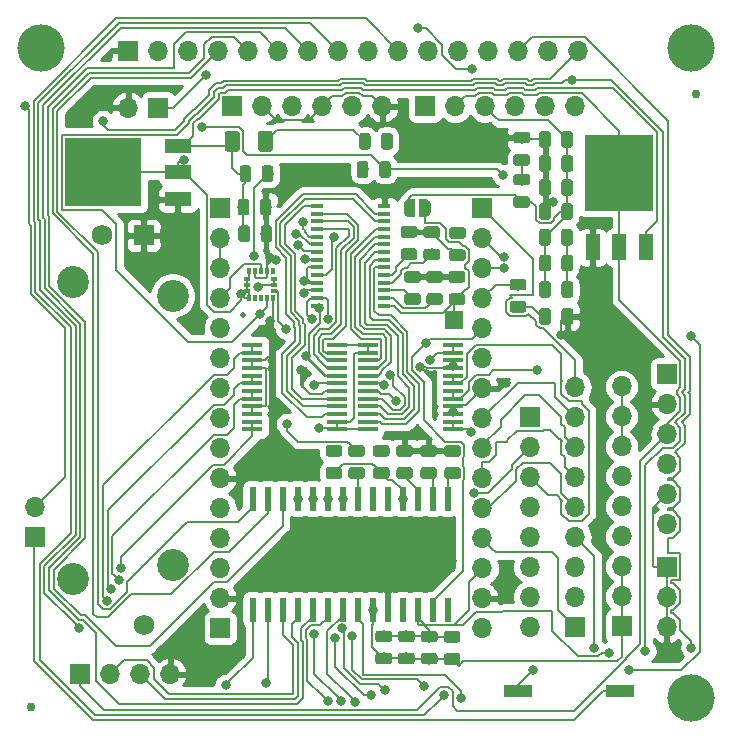
<source format=gbr>
G04 #@! TF.GenerationSoftware,KiCad,Pcbnew,(5.1.0)-1*
G04 #@! TF.CreationDate,2019-04-28T14:02:46+05:30*
G04 #@! TF.ProjectId,Console,436f6e73-6f6c-4652-9e6b-696361645f70,2.0.1*
G04 #@! TF.SameCoordinates,Original*
G04 #@! TF.FileFunction,Copper,L1,Top*
G04 #@! TF.FilePolarity,Positive*
%FSLAX46Y46*%
G04 Gerber Fmt 4.6, Leading zero omitted, Abs format (unit mm)*
G04 Created by KiCad (PCBNEW (5.1.0)-1) date 2019-04-28 14:02:46*
%MOMM*%
%LPD*%
G04 APERTURE LIST*
%ADD10O,1.700000X1.700000*%
%ADD11R,1.700000X1.700000*%
%ADD12R,2.440000X1.120000*%
%ADD13C,0.500000*%
%ADD14C,0.750000*%
%ADD15R,5.800000X6.400000*%
%ADD16R,1.200000X2.200000*%
%ADD17C,0.100000*%
%ADD18C,0.975000*%
%ADD19R,1.100000X0.400000*%
%ADD20C,1.250000*%
%ADD21R,1.750000X1.750000*%
%ADD22C,1.750000*%
%ADD23C,2.700000*%
%ADD24R,1.500000X1.500000*%
%ADD25R,2.200000X1.200000*%
%ADD26R,6.400000X5.800000*%
%ADD27R,0.350000X0.600000*%
%ADD28R,0.600000X0.350000*%
%ADD29R,0.600000X2.000000*%
%ADD30R,1.750000X0.450000*%
%ADD31C,4.000000*%
%ADD32C,0.800000*%
%ADD33C,0.200000*%
%ADD34C,0.254000*%
G04 APERTURE END LIST*
D10*
X59690000Y-71628000D03*
D11*
X59690000Y-74168000D03*
D12*
X109207000Y-87249000D03*
X100597000Y-87249000D03*
D10*
X109347000Y-61442600D03*
X109347000Y-63982600D03*
X109347000Y-66522600D03*
X109347000Y-69062600D03*
X109347000Y-71602600D03*
X109347000Y-74142600D03*
X109347000Y-76682600D03*
X109347000Y-79222600D03*
D11*
X109347000Y-81762600D03*
D10*
X113157000Y-81788000D03*
X113157000Y-79248000D03*
D11*
X113157000Y-76708000D03*
D10*
X101574600Y-81813400D03*
X101574600Y-79273400D03*
X101574600Y-76733400D03*
X101574600Y-74193400D03*
X101574600Y-71653400D03*
X101574600Y-69113400D03*
X101574600Y-66573400D03*
D11*
X101574600Y-64033400D03*
D10*
X113182400Y-73101200D03*
X113182400Y-70561200D03*
X113182400Y-68021200D03*
X113182400Y-65481200D03*
X113182400Y-62941200D03*
D11*
X113182400Y-60401200D03*
D13*
X77317600Y-55422800D03*
D14*
X115646200Y-36677600D03*
X59359800Y-88620600D03*
D10*
X97561400Y-81940400D03*
X97561400Y-79400400D03*
X97561400Y-76860400D03*
X97561400Y-74320400D03*
X97561400Y-71780400D03*
X97561400Y-69240400D03*
X97561400Y-66700400D03*
X97561400Y-64160400D03*
X97561400Y-61620400D03*
X97561400Y-59080400D03*
X97561400Y-56540400D03*
X97561400Y-54000400D03*
X97561400Y-51460400D03*
X97561400Y-48920400D03*
D11*
X97561400Y-46380400D03*
X75361800Y-81915000D03*
D10*
X75361800Y-79375000D03*
X75361800Y-76835000D03*
X75361800Y-74295000D03*
X75361800Y-71755000D03*
X75361800Y-69215000D03*
X75361800Y-66675000D03*
X75361800Y-64135000D03*
X75361800Y-61595000D03*
X75361800Y-59055000D03*
X75361800Y-56515000D03*
X75361800Y-53975000D03*
X75361800Y-51435000D03*
X75361800Y-48895000D03*
X75361800Y-46355000D03*
D15*
X109169200Y-43383200D03*
D16*
X111449200Y-49683200D03*
X109169200Y-49683200D03*
X106889200Y-49683200D03*
D10*
X105664000Y-33020000D03*
X103124000Y-33020000D03*
X100584000Y-33020000D03*
X98044000Y-33020000D03*
X95504000Y-33020000D03*
X92964000Y-33020000D03*
X90424000Y-33020000D03*
X87884000Y-33020000D03*
X85344000Y-33020000D03*
X82804000Y-33020000D03*
X80264000Y-33020000D03*
X77724000Y-33020000D03*
X75184000Y-33020000D03*
X72644000Y-33020000D03*
X70104000Y-33020000D03*
D11*
X67564000Y-33020000D03*
D10*
X105410000Y-37744400D03*
X102870000Y-37744400D03*
X100330000Y-37744400D03*
X97790000Y-37744400D03*
X95250000Y-37744400D03*
D11*
X92710000Y-37744400D03*
D10*
X89103200Y-37744400D03*
X86563200Y-37744400D03*
X84023200Y-37744400D03*
X81483200Y-37744400D03*
X78943200Y-37744400D03*
D11*
X76403200Y-37744400D03*
D17*
G36*
X89684942Y-82114474D02*
G01*
X89708603Y-82117984D01*
X89731807Y-82123796D01*
X89754329Y-82131854D01*
X89775953Y-82142082D01*
X89796470Y-82154379D01*
X89815683Y-82168629D01*
X89833407Y-82184693D01*
X89849471Y-82202417D01*
X89863721Y-82221630D01*
X89876018Y-82242147D01*
X89886246Y-82263771D01*
X89894304Y-82286293D01*
X89900116Y-82309497D01*
X89903626Y-82333158D01*
X89904800Y-82357050D01*
X89904800Y-82844550D01*
X89903626Y-82868442D01*
X89900116Y-82892103D01*
X89894304Y-82915307D01*
X89886246Y-82937829D01*
X89876018Y-82959453D01*
X89863721Y-82979970D01*
X89849471Y-82999183D01*
X89833407Y-83016907D01*
X89815683Y-83032971D01*
X89796470Y-83047221D01*
X89775953Y-83059518D01*
X89754329Y-83069746D01*
X89731807Y-83077804D01*
X89708603Y-83083616D01*
X89684942Y-83087126D01*
X89661050Y-83088300D01*
X88748550Y-83088300D01*
X88724658Y-83087126D01*
X88700997Y-83083616D01*
X88677793Y-83077804D01*
X88655271Y-83069746D01*
X88633647Y-83059518D01*
X88613130Y-83047221D01*
X88593917Y-83032971D01*
X88576193Y-83016907D01*
X88560129Y-82999183D01*
X88545879Y-82979970D01*
X88533582Y-82959453D01*
X88523354Y-82937829D01*
X88515296Y-82915307D01*
X88509484Y-82892103D01*
X88505974Y-82868442D01*
X88504800Y-82844550D01*
X88504800Y-82357050D01*
X88505974Y-82333158D01*
X88509484Y-82309497D01*
X88515296Y-82286293D01*
X88523354Y-82263771D01*
X88533582Y-82242147D01*
X88545879Y-82221630D01*
X88560129Y-82202417D01*
X88576193Y-82184693D01*
X88593917Y-82168629D01*
X88613130Y-82154379D01*
X88633647Y-82142082D01*
X88655271Y-82131854D01*
X88677793Y-82123796D01*
X88700997Y-82117984D01*
X88724658Y-82114474D01*
X88748550Y-82113300D01*
X89661050Y-82113300D01*
X89684942Y-82114474D01*
X89684942Y-82114474D01*
G37*
D18*
X89204800Y-82600800D03*
D17*
G36*
X89684942Y-83989474D02*
G01*
X89708603Y-83992984D01*
X89731807Y-83998796D01*
X89754329Y-84006854D01*
X89775953Y-84017082D01*
X89796470Y-84029379D01*
X89815683Y-84043629D01*
X89833407Y-84059693D01*
X89849471Y-84077417D01*
X89863721Y-84096630D01*
X89876018Y-84117147D01*
X89886246Y-84138771D01*
X89894304Y-84161293D01*
X89900116Y-84184497D01*
X89903626Y-84208158D01*
X89904800Y-84232050D01*
X89904800Y-84719550D01*
X89903626Y-84743442D01*
X89900116Y-84767103D01*
X89894304Y-84790307D01*
X89886246Y-84812829D01*
X89876018Y-84834453D01*
X89863721Y-84854970D01*
X89849471Y-84874183D01*
X89833407Y-84891907D01*
X89815683Y-84907971D01*
X89796470Y-84922221D01*
X89775953Y-84934518D01*
X89754329Y-84944746D01*
X89731807Y-84952804D01*
X89708603Y-84958616D01*
X89684942Y-84962126D01*
X89661050Y-84963300D01*
X88748550Y-84963300D01*
X88724658Y-84962126D01*
X88700997Y-84958616D01*
X88677793Y-84952804D01*
X88655271Y-84944746D01*
X88633647Y-84934518D01*
X88613130Y-84922221D01*
X88593917Y-84907971D01*
X88576193Y-84891907D01*
X88560129Y-84874183D01*
X88545879Y-84854970D01*
X88533582Y-84834453D01*
X88523354Y-84812829D01*
X88515296Y-84790307D01*
X88509484Y-84767103D01*
X88505974Y-84743442D01*
X88504800Y-84719550D01*
X88504800Y-84232050D01*
X88505974Y-84208158D01*
X88509484Y-84184497D01*
X88515296Y-84161293D01*
X88523354Y-84138771D01*
X88533582Y-84117147D01*
X88545879Y-84096630D01*
X88560129Y-84077417D01*
X88576193Y-84059693D01*
X88593917Y-84043629D01*
X88613130Y-84029379D01*
X88633647Y-84017082D01*
X88655271Y-84006854D01*
X88677793Y-83998796D01*
X88700997Y-83992984D01*
X88724658Y-83989474D01*
X88748550Y-83988300D01*
X89661050Y-83988300D01*
X89684942Y-83989474D01*
X89684942Y-83989474D01*
G37*
D18*
X89204800Y-84475800D03*
D17*
G36*
X104989542Y-48119974D02*
G01*
X105013203Y-48123484D01*
X105036407Y-48129296D01*
X105058929Y-48137354D01*
X105080553Y-48147582D01*
X105101070Y-48159879D01*
X105120283Y-48174129D01*
X105138007Y-48190193D01*
X105154071Y-48207917D01*
X105168321Y-48227130D01*
X105180618Y-48247647D01*
X105190846Y-48269271D01*
X105198904Y-48291793D01*
X105204716Y-48314997D01*
X105208226Y-48338658D01*
X105209400Y-48362550D01*
X105209400Y-49275050D01*
X105208226Y-49298942D01*
X105204716Y-49322603D01*
X105198904Y-49345807D01*
X105190846Y-49368329D01*
X105180618Y-49389953D01*
X105168321Y-49410470D01*
X105154071Y-49429683D01*
X105138007Y-49447407D01*
X105120283Y-49463471D01*
X105101070Y-49477721D01*
X105080553Y-49490018D01*
X105058929Y-49500246D01*
X105036407Y-49508304D01*
X105013203Y-49514116D01*
X104989542Y-49517626D01*
X104965650Y-49518800D01*
X104478150Y-49518800D01*
X104454258Y-49517626D01*
X104430597Y-49514116D01*
X104407393Y-49508304D01*
X104384871Y-49500246D01*
X104363247Y-49490018D01*
X104342730Y-49477721D01*
X104323517Y-49463471D01*
X104305793Y-49447407D01*
X104289729Y-49429683D01*
X104275479Y-49410470D01*
X104263182Y-49389953D01*
X104252954Y-49368329D01*
X104244896Y-49345807D01*
X104239084Y-49322603D01*
X104235574Y-49298942D01*
X104234400Y-49275050D01*
X104234400Y-48362550D01*
X104235574Y-48338658D01*
X104239084Y-48314997D01*
X104244896Y-48291793D01*
X104252954Y-48269271D01*
X104263182Y-48247647D01*
X104275479Y-48227130D01*
X104289729Y-48207917D01*
X104305793Y-48190193D01*
X104323517Y-48174129D01*
X104342730Y-48159879D01*
X104363247Y-48147582D01*
X104384871Y-48137354D01*
X104407393Y-48129296D01*
X104430597Y-48123484D01*
X104454258Y-48119974D01*
X104478150Y-48118800D01*
X104965650Y-48118800D01*
X104989542Y-48119974D01*
X104989542Y-48119974D01*
G37*
D18*
X104721900Y-48818800D03*
D17*
G36*
X103114542Y-48119974D02*
G01*
X103138203Y-48123484D01*
X103161407Y-48129296D01*
X103183929Y-48137354D01*
X103205553Y-48147582D01*
X103226070Y-48159879D01*
X103245283Y-48174129D01*
X103263007Y-48190193D01*
X103279071Y-48207917D01*
X103293321Y-48227130D01*
X103305618Y-48247647D01*
X103315846Y-48269271D01*
X103323904Y-48291793D01*
X103329716Y-48314997D01*
X103333226Y-48338658D01*
X103334400Y-48362550D01*
X103334400Y-49275050D01*
X103333226Y-49298942D01*
X103329716Y-49322603D01*
X103323904Y-49345807D01*
X103315846Y-49368329D01*
X103305618Y-49389953D01*
X103293321Y-49410470D01*
X103279071Y-49429683D01*
X103263007Y-49447407D01*
X103245283Y-49463471D01*
X103226070Y-49477721D01*
X103205553Y-49490018D01*
X103183929Y-49500246D01*
X103161407Y-49508304D01*
X103138203Y-49514116D01*
X103114542Y-49517626D01*
X103090650Y-49518800D01*
X102603150Y-49518800D01*
X102579258Y-49517626D01*
X102555597Y-49514116D01*
X102532393Y-49508304D01*
X102509871Y-49500246D01*
X102488247Y-49490018D01*
X102467730Y-49477721D01*
X102448517Y-49463471D01*
X102430793Y-49447407D01*
X102414729Y-49429683D01*
X102400479Y-49410470D01*
X102388182Y-49389953D01*
X102377954Y-49368329D01*
X102369896Y-49345807D01*
X102364084Y-49322603D01*
X102360574Y-49298942D01*
X102359400Y-49275050D01*
X102359400Y-48362550D01*
X102360574Y-48338658D01*
X102364084Y-48314997D01*
X102369896Y-48291793D01*
X102377954Y-48269271D01*
X102388182Y-48247647D01*
X102400479Y-48227130D01*
X102414729Y-48207917D01*
X102430793Y-48190193D01*
X102448517Y-48174129D01*
X102467730Y-48159879D01*
X102488247Y-48147582D01*
X102509871Y-48137354D01*
X102532393Y-48129296D01*
X102555597Y-48123484D01*
X102579258Y-48119974D01*
X102603150Y-48118800D01*
X103090650Y-48118800D01*
X103114542Y-48119974D01*
X103114542Y-48119974D01*
G37*
D18*
X102846900Y-48818800D03*
D17*
G36*
X95476142Y-82165274D02*
G01*
X95499803Y-82168784D01*
X95523007Y-82174596D01*
X95545529Y-82182654D01*
X95567153Y-82192882D01*
X95587670Y-82205179D01*
X95606883Y-82219429D01*
X95624607Y-82235493D01*
X95640671Y-82253217D01*
X95654921Y-82272430D01*
X95667218Y-82292947D01*
X95677446Y-82314571D01*
X95685504Y-82337093D01*
X95691316Y-82360297D01*
X95694826Y-82383958D01*
X95696000Y-82407850D01*
X95696000Y-82895350D01*
X95694826Y-82919242D01*
X95691316Y-82942903D01*
X95685504Y-82966107D01*
X95677446Y-82988629D01*
X95667218Y-83010253D01*
X95654921Y-83030770D01*
X95640671Y-83049983D01*
X95624607Y-83067707D01*
X95606883Y-83083771D01*
X95587670Y-83098021D01*
X95567153Y-83110318D01*
X95545529Y-83120546D01*
X95523007Y-83128604D01*
X95499803Y-83134416D01*
X95476142Y-83137926D01*
X95452250Y-83139100D01*
X94539750Y-83139100D01*
X94515858Y-83137926D01*
X94492197Y-83134416D01*
X94468993Y-83128604D01*
X94446471Y-83120546D01*
X94424847Y-83110318D01*
X94404330Y-83098021D01*
X94385117Y-83083771D01*
X94367393Y-83067707D01*
X94351329Y-83049983D01*
X94337079Y-83030770D01*
X94324782Y-83010253D01*
X94314554Y-82988629D01*
X94306496Y-82966107D01*
X94300684Y-82942903D01*
X94297174Y-82919242D01*
X94296000Y-82895350D01*
X94296000Y-82407850D01*
X94297174Y-82383958D01*
X94300684Y-82360297D01*
X94306496Y-82337093D01*
X94314554Y-82314571D01*
X94324782Y-82292947D01*
X94337079Y-82272430D01*
X94351329Y-82253217D01*
X94367393Y-82235493D01*
X94385117Y-82219429D01*
X94404330Y-82205179D01*
X94424847Y-82192882D01*
X94446471Y-82182654D01*
X94468993Y-82174596D01*
X94492197Y-82168784D01*
X94515858Y-82165274D01*
X94539750Y-82164100D01*
X95452250Y-82164100D01*
X95476142Y-82165274D01*
X95476142Y-82165274D01*
G37*
D18*
X94996000Y-82651600D03*
D17*
G36*
X95476142Y-84040274D02*
G01*
X95499803Y-84043784D01*
X95523007Y-84049596D01*
X95545529Y-84057654D01*
X95567153Y-84067882D01*
X95587670Y-84080179D01*
X95606883Y-84094429D01*
X95624607Y-84110493D01*
X95640671Y-84128217D01*
X95654921Y-84147430D01*
X95667218Y-84167947D01*
X95677446Y-84189571D01*
X95685504Y-84212093D01*
X95691316Y-84235297D01*
X95694826Y-84258958D01*
X95696000Y-84282850D01*
X95696000Y-84770350D01*
X95694826Y-84794242D01*
X95691316Y-84817903D01*
X95685504Y-84841107D01*
X95677446Y-84863629D01*
X95667218Y-84885253D01*
X95654921Y-84905770D01*
X95640671Y-84924983D01*
X95624607Y-84942707D01*
X95606883Y-84958771D01*
X95587670Y-84973021D01*
X95567153Y-84985318D01*
X95545529Y-84995546D01*
X95523007Y-85003604D01*
X95499803Y-85009416D01*
X95476142Y-85012926D01*
X95452250Y-85014100D01*
X94539750Y-85014100D01*
X94515858Y-85012926D01*
X94492197Y-85009416D01*
X94468993Y-85003604D01*
X94446471Y-84995546D01*
X94424847Y-84985318D01*
X94404330Y-84973021D01*
X94385117Y-84958771D01*
X94367393Y-84942707D01*
X94351329Y-84924983D01*
X94337079Y-84905770D01*
X94324782Y-84885253D01*
X94314554Y-84863629D01*
X94306496Y-84841107D01*
X94300684Y-84817903D01*
X94297174Y-84794242D01*
X94296000Y-84770350D01*
X94296000Y-84282850D01*
X94297174Y-84258958D01*
X94300684Y-84235297D01*
X94306496Y-84212093D01*
X94314554Y-84189571D01*
X94324782Y-84167947D01*
X94337079Y-84147430D01*
X94351329Y-84128217D01*
X94367393Y-84110493D01*
X94385117Y-84094429D01*
X94404330Y-84080179D01*
X94424847Y-84067882D01*
X94446471Y-84057654D01*
X94468993Y-84049596D01*
X94492197Y-84043784D01*
X94515858Y-84040274D01*
X94539750Y-84039100D01*
X95452250Y-84039100D01*
X95476142Y-84040274D01*
X95476142Y-84040274D01*
G37*
D18*
X94996000Y-84526600D03*
D17*
G36*
X105017242Y-52539574D02*
G01*
X105040903Y-52543084D01*
X105064107Y-52548896D01*
X105086629Y-52556954D01*
X105108253Y-52567182D01*
X105128770Y-52579479D01*
X105147983Y-52593729D01*
X105165707Y-52609793D01*
X105181771Y-52627517D01*
X105196021Y-52646730D01*
X105208318Y-52667247D01*
X105218546Y-52688871D01*
X105226604Y-52711393D01*
X105232416Y-52734597D01*
X105235926Y-52758258D01*
X105237100Y-52782150D01*
X105237100Y-53694650D01*
X105235926Y-53718542D01*
X105232416Y-53742203D01*
X105226604Y-53765407D01*
X105218546Y-53787929D01*
X105208318Y-53809553D01*
X105196021Y-53830070D01*
X105181771Y-53849283D01*
X105165707Y-53867007D01*
X105147983Y-53883071D01*
X105128770Y-53897321D01*
X105108253Y-53909618D01*
X105086629Y-53919846D01*
X105064107Y-53927904D01*
X105040903Y-53933716D01*
X105017242Y-53937226D01*
X104993350Y-53938400D01*
X104505850Y-53938400D01*
X104481958Y-53937226D01*
X104458297Y-53933716D01*
X104435093Y-53927904D01*
X104412571Y-53919846D01*
X104390947Y-53909618D01*
X104370430Y-53897321D01*
X104351217Y-53883071D01*
X104333493Y-53867007D01*
X104317429Y-53849283D01*
X104303179Y-53830070D01*
X104290882Y-53809553D01*
X104280654Y-53787929D01*
X104272596Y-53765407D01*
X104266784Y-53742203D01*
X104263274Y-53718542D01*
X104262100Y-53694650D01*
X104262100Y-52782150D01*
X104263274Y-52758258D01*
X104266784Y-52734597D01*
X104272596Y-52711393D01*
X104280654Y-52688871D01*
X104290882Y-52667247D01*
X104303179Y-52646730D01*
X104317429Y-52627517D01*
X104333493Y-52609793D01*
X104351217Y-52593729D01*
X104370430Y-52579479D01*
X104390947Y-52567182D01*
X104412571Y-52556954D01*
X104435093Y-52548896D01*
X104458297Y-52543084D01*
X104481958Y-52539574D01*
X104505850Y-52538400D01*
X104993350Y-52538400D01*
X105017242Y-52539574D01*
X105017242Y-52539574D01*
G37*
D18*
X104749600Y-53238400D03*
D17*
G36*
X103142242Y-52539574D02*
G01*
X103165903Y-52543084D01*
X103189107Y-52548896D01*
X103211629Y-52556954D01*
X103233253Y-52567182D01*
X103253770Y-52579479D01*
X103272983Y-52593729D01*
X103290707Y-52609793D01*
X103306771Y-52627517D01*
X103321021Y-52646730D01*
X103333318Y-52667247D01*
X103343546Y-52688871D01*
X103351604Y-52711393D01*
X103357416Y-52734597D01*
X103360926Y-52758258D01*
X103362100Y-52782150D01*
X103362100Y-53694650D01*
X103360926Y-53718542D01*
X103357416Y-53742203D01*
X103351604Y-53765407D01*
X103343546Y-53787929D01*
X103333318Y-53809553D01*
X103321021Y-53830070D01*
X103306771Y-53849283D01*
X103290707Y-53867007D01*
X103272983Y-53883071D01*
X103253770Y-53897321D01*
X103233253Y-53909618D01*
X103211629Y-53919846D01*
X103189107Y-53927904D01*
X103165903Y-53933716D01*
X103142242Y-53937226D01*
X103118350Y-53938400D01*
X102630850Y-53938400D01*
X102606958Y-53937226D01*
X102583297Y-53933716D01*
X102560093Y-53927904D01*
X102537571Y-53919846D01*
X102515947Y-53909618D01*
X102495430Y-53897321D01*
X102476217Y-53883071D01*
X102458493Y-53867007D01*
X102442429Y-53849283D01*
X102428179Y-53830070D01*
X102415882Y-53809553D01*
X102405654Y-53787929D01*
X102397596Y-53765407D01*
X102391784Y-53742203D01*
X102388274Y-53718542D01*
X102387100Y-53694650D01*
X102387100Y-52782150D01*
X102388274Y-52758258D01*
X102391784Y-52734597D01*
X102397596Y-52711393D01*
X102405654Y-52688871D01*
X102415882Y-52667247D01*
X102428179Y-52646730D01*
X102442429Y-52627517D01*
X102458493Y-52609793D01*
X102476217Y-52593729D01*
X102495430Y-52579479D01*
X102515947Y-52567182D01*
X102537571Y-52556954D01*
X102560093Y-52548896D01*
X102583297Y-52543084D01*
X102606958Y-52539574D01*
X102630850Y-52538400D01*
X103118350Y-52538400D01*
X103142242Y-52539574D01*
X103142242Y-52539574D01*
G37*
D18*
X102874600Y-53238400D03*
D17*
G36*
X105017242Y-50304374D02*
G01*
X105040903Y-50307884D01*
X105064107Y-50313696D01*
X105086629Y-50321754D01*
X105108253Y-50331982D01*
X105128770Y-50344279D01*
X105147983Y-50358529D01*
X105165707Y-50374593D01*
X105181771Y-50392317D01*
X105196021Y-50411530D01*
X105208318Y-50432047D01*
X105218546Y-50453671D01*
X105226604Y-50476193D01*
X105232416Y-50499397D01*
X105235926Y-50523058D01*
X105237100Y-50546950D01*
X105237100Y-51459450D01*
X105235926Y-51483342D01*
X105232416Y-51507003D01*
X105226604Y-51530207D01*
X105218546Y-51552729D01*
X105208318Y-51574353D01*
X105196021Y-51594870D01*
X105181771Y-51614083D01*
X105165707Y-51631807D01*
X105147983Y-51647871D01*
X105128770Y-51662121D01*
X105108253Y-51674418D01*
X105086629Y-51684646D01*
X105064107Y-51692704D01*
X105040903Y-51698516D01*
X105017242Y-51702026D01*
X104993350Y-51703200D01*
X104505850Y-51703200D01*
X104481958Y-51702026D01*
X104458297Y-51698516D01*
X104435093Y-51692704D01*
X104412571Y-51684646D01*
X104390947Y-51674418D01*
X104370430Y-51662121D01*
X104351217Y-51647871D01*
X104333493Y-51631807D01*
X104317429Y-51614083D01*
X104303179Y-51594870D01*
X104290882Y-51574353D01*
X104280654Y-51552729D01*
X104272596Y-51530207D01*
X104266784Y-51507003D01*
X104263274Y-51483342D01*
X104262100Y-51459450D01*
X104262100Y-50546950D01*
X104263274Y-50523058D01*
X104266784Y-50499397D01*
X104272596Y-50476193D01*
X104280654Y-50453671D01*
X104290882Y-50432047D01*
X104303179Y-50411530D01*
X104317429Y-50392317D01*
X104333493Y-50374593D01*
X104351217Y-50358529D01*
X104370430Y-50344279D01*
X104390947Y-50331982D01*
X104412571Y-50321754D01*
X104435093Y-50313696D01*
X104458297Y-50307884D01*
X104481958Y-50304374D01*
X104505850Y-50303200D01*
X104993350Y-50303200D01*
X105017242Y-50304374D01*
X105017242Y-50304374D01*
G37*
D18*
X104749600Y-51003200D03*
D17*
G36*
X103142242Y-50304374D02*
G01*
X103165903Y-50307884D01*
X103189107Y-50313696D01*
X103211629Y-50321754D01*
X103233253Y-50331982D01*
X103253770Y-50344279D01*
X103272983Y-50358529D01*
X103290707Y-50374593D01*
X103306771Y-50392317D01*
X103321021Y-50411530D01*
X103333318Y-50432047D01*
X103343546Y-50453671D01*
X103351604Y-50476193D01*
X103357416Y-50499397D01*
X103360926Y-50523058D01*
X103362100Y-50546950D01*
X103362100Y-51459450D01*
X103360926Y-51483342D01*
X103357416Y-51507003D01*
X103351604Y-51530207D01*
X103343546Y-51552729D01*
X103333318Y-51574353D01*
X103321021Y-51594870D01*
X103306771Y-51614083D01*
X103290707Y-51631807D01*
X103272983Y-51647871D01*
X103253770Y-51662121D01*
X103233253Y-51674418D01*
X103211629Y-51684646D01*
X103189107Y-51692704D01*
X103165903Y-51698516D01*
X103142242Y-51702026D01*
X103118350Y-51703200D01*
X102630850Y-51703200D01*
X102606958Y-51702026D01*
X102583297Y-51698516D01*
X102560093Y-51692704D01*
X102537571Y-51684646D01*
X102515947Y-51674418D01*
X102495430Y-51662121D01*
X102476217Y-51647871D01*
X102458493Y-51631807D01*
X102442429Y-51614083D01*
X102428179Y-51594870D01*
X102415882Y-51574353D01*
X102405654Y-51552729D01*
X102397596Y-51530207D01*
X102391784Y-51507003D01*
X102388274Y-51483342D01*
X102387100Y-51459450D01*
X102387100Y-50546950D01*
X102388274Y-50523058D01*
X102391784Y-50499397D01*
X102397596Y-50476193D01*
X102405654Y-50453671D01*
X102415882Y-50432047D01*
X102428179Y-50411530D01*
X102442429Y-50392317D01*
X102458493Y-50374593D01*
X102476217Y-50358529D01*
X102495430Y-50344279D01*
X102515947Y-50331982D01*
X102537571Y-50321754D01*
X102560093Y-50313696D01*
X102583297Y-50307884D01*
X102606958Y-50304374D01*
X102630850Y-50303200D01*
X103118350Y-50303200D01*
X103142242Y-50304374D01*
X103142242Y-50304374D01*
G37*
D18*
X102874600Y-51003200D03*
D17*
G36*
X93545742Y-82142174D02*
G01*
X93569403Y-82145684D01*
X93592607Y-82151496D01*
X93615129Y-82159554D01*
X93636753Y-82169782D01*
X93657270Y-82182079D01*
X93676483Y-82196329D01*
X93694207Y-82212393D01*
X93710271Y-82230117D01*
X93724521Y-82249330D01*
X93736818Y-82269847D01*
X93747046Y-82291471D01*
X93755104Y-82313993D01*
X93760916Y-82337197D01*
X93764426Y-82360858D01*
X93765600Y-82384750D01*
X93765600Y-82872250D01*
X93764426Y-82896142D01*
X93760916Y-82919803D01*
X93755104Y-82943007D01*
X93747046Y-82965529D01*
X93736818Y-82987153D01*
X93724521Y-83007670D01*
X93710271Y-83026883D01*
X93694207Y-83044607D01*
X93676483Y-83060671D01*
X93657270Y-83074921D01*
X93636753Y-83087218D01*
X93615129Y-83097446D01*
X93592607Y-83105504D01*
X93569403Y-83111316D01*
X93545742Y-83114826D01*
X93521850Y-83116000D01*
X92609350Y-83116000D01*
X92585458Y-83114826D01*
X92561797Y-83111316D01*
X92538593Y-83105504D01*
X92516071Y-83097446D01*
X92494447Y-83087218D01*
X92473930Y-83074921D01*
X92454717Y-83060671D01*
X92436993Y-83044607D01*
X92420929Y-83026883D01*
X92406679Y-83007670D01*
X92394382Y-82987153D01*
X92384154Y-82965529D01*
X92376096Y-82943007D01*
X92370284Y-82919803D01*
X92366774Y-82896142D01*
X92365600Y-82872250D01*
X92365600Y-82384750D01*
X92366774Y-82360858D01*
X92370284Y-82337197D01*
X92376096Y-82313993D01*
X92384154Y-82291471D01*
X92394382Y-82269847D01*
X92406679Y-82249330D01*
X92420929Y-82230117D01*
X92436993Y-82212393D01*
X92454717Y-82196329D01*
X92473930Y-82182079D01*
X92494447Y-82169782D01*
X92516071Y-82159554D01*
X92538593Y-82151496D01*
X92561797Y-82145684D01*
X92585458Y-82142174D01*
X92609350Y-82141000D01*
X93521850Y-82141000D01*
X93545742Y-82142174D01*
X93545742Y-82142174D01*
G37*
D18*
X93065600Y-82628500D03*
D17*
G36*
X93545742Y-84017174D02*
G01*
X93569403Y-84020684D01*
X93592607Y-84026496D01*
X93615129Y-84034554D01*
X93636753Y-84044782D01*
X93657270Y-84057079D01*
X93676483Y-84071329D01*
X93694207Y-84087393D01*
X93710271Y-84105117D01*
X93724521Y-84124330D01*
X93736818Y-84144847D01*
X93747046Y-84166471D01*
X93755104Y-84188993D01*
X93760916Y-84212197D01*
X93764426Y-84235858D01*
X93765600Y-84259750D01*
X93765600Y-84747250D01*
X93764426Y-84771142D01*
X93760916Y-84794803D01*
X93755104Y-84818007D01*
X93747046Y-84840529D01*
X93736818Y-84862153D01*
X93724521Y-84882670D01*
X93710271Y-84901883D01*
X93694207Y-84919607D01*
X93676483Y-84935671D01*
X93657270Y-84949921D01*
X93636753Y-84962218D01*
X93615129Y-84972446D01*
X93592607Y-84980504D01*
X93569403Y-84986316D01*
X93545742Y-84989826D01*
X93521850Y-84991000D01*
X92609350Y-84991000D01*
X92585458Y-84989826D01*
X92561797Y-84986316D01*
X92538593Y-84980504D01*
X92516071Y-84972446D01*
X92494447Y-84962218D01*
X92473930Y-84949921D01*
X92454717Y-84935671D01*
X92436993Y-84919607D01*
X92420929Y-84901883D01*
X92406679Y-84882670D01*
X92394382Y-84862153D01*
X92384154Y-84840529D01*
X92376096Y-84818007D01*
X92370284Y-84794803D01*
X92366774Y-84771142D01*
X92365600Y-84747250D01*
X92365600Y-84259750D01*
X92366774Y-84235858D01*
X92370284Y-84212197D01*
X92376096Y-84188993D01*
X92384154Y-84166471D01*
X92394382Y-84144847D01*
X92406679Y-84124330D01*
X92420929Y-84105117D01*
X92436993Y-84087393D01*
X92454717Y-84071329D01*
X92473930Y-84057079D01*
X92494447Y-84044782D01*
X92516071Y-84034554D01*
X92538593Y-84026496D01*
X92561797Y-84020684D01*
X92585458Y-84017174D01*
X92609350Y-84016000D01*
X93521850Y-84016000D01*
X93545742Y-84017174D01*
X93545742Y-84017174D01*
G37*
D18*
X93065600Y-84503500D03*
D17*
G36*
X91615342Y-82114474D02*
G01*
X91639003Y-82117984D01*
X91662207Y-82123796D01*
X91684729Y-82131854D01*
X91706353Y-82142082D01*
X91726870Y-82154379D01*
X91746083Y-82168629D01*
X91763807Y-82184693D01*
X91779871Y-82202417D01*
X91794121Y-82221630D01*
X91806418Y-82242147D01*
X91816646Y-82263771D01*
X91824704Y-82286293D01*
X91830516Y-82309497D01*
X91834026Y-82333158D01*
X91835200Y-82357050D01*
X91835200Y-82844550D01*
X91834026Y-82868442D01*
X91830516Y-82892103D01*
X91824704Y-82915307D01*
X91816646Y-82937829D01*
X91806418Y-82959453D01*
X91794121Y-82979970D01*
X91779871Y-82999183D01*
X91763807Y-83016907D01*
X91746083Y-83032971D01*
X91726870Y-83047221D01*
X91706353Y-83059518D01*
X91684729Y-83069746D01*
X91662207Y-83077804D01*
X91639003Y-83083616D01*
X91615342Y-83087126D01*
X91591450Y-83088300D01*
X90678950Y-83088300D01*
X90655058Y-83087126D01*
X90631397Y-83083616D01*
X90608193Y-83077804D01*
X90585671Y-83069746D01*
X90564047Y-83059518D01*
X90543530Y-83047221D01*
X90524317Y-83032971D01*
X90506593Y-83016907D01*
X90490529Y-82999183D01*
X90476279Y-82979970D01*
X90463982Y-82959453D01*
X90453754Y-82937829D01*
X90445696Y-82915307D01*
X90439884Y-82892103D01*
X90436374Y-82868442D01*
X90435200Y-82844550D01*
X90435200Y-82357050D01*
X90436374Y-82333158D01*
X90439884Y-82309497D01*
X90445696Y-82286293D01*
X90453754Y-82263771D01*
X90463982Y-82242147D01*
X90476279Y-82221630D01*
X90490529Y-82202417D01*
X90506593Y-82184693D01*
X90524317Y-82168629D01*
X90543530Y-82154379D01*
X90564047Y-82142082D01*
X90585671Y-82131854D01*
X90608193Y-82123796D01*
X90631397Y-82117984D01*
X90655058Y-82114474D01*
X90678950Y-82113300D01*
X91591450Y-82113300D01*
X91615342Y-82114474D01*
X91615342Y-82114474D01*
G37*
D18*
X91135200Y-82600800D03*
D17*
G36*
X91615342Y-83989474D02*
G01*
X91639003Y-83992984D01*
X91662207Y-83998796D01*
X91684729Y-84006854D01*
X91706353Y-84017082D01*
X91726870Y-84029379D01*
X91746083Y-84043629D01*
X91763807Y-84059693D01*
X91779871Y-84077417D01*
X91794121Y-84096630D01*
X91806418Y-84117147D01*
X91816646Y-84138771D01*
X91824704Y-84161293D01*
X91830516Y-84184497D01*
X91834026Y-84208158D01*
X91835200Y-84232050D01*
X91835200Y-84719550D01*
X91834026Y-84743442D01*
X91830516Y-84767103D01*
X91824704Y-84790307D01*
X91816646Y-84812829D01*
X91806418Y-84834453D01*
X91794121Y-84854970D01*
X91779871Y-84874183D01*
X91763807Y-84891907D01*
X91746083Y-84907971D01*
X91726870Y-84922221D01*
X91706353Y-84934518D01*
X91684729Y-84944746D01*
X91662207Y-84952804D01*
X91639003Y-84958616D01*
X91615342Y-84962126D01*
X91591450Y-84963300D01*
X90678950Y-84963300D01*
X90655058Y-84962126D01*
X90631397Y-84958616D01*
X90608193Y-84952804D01*
X90585671Y-84944746D01*
X90564047Y-84934518D01*
X90543530Y-84922221D01*
X90524317Y-84907971D01*
X90506593Y-84891907D01*
X90490529Y-84874183D01*
X90476279Y-84854970D01*
X90463982Y-84834453D01*
X90453754Y-84812829D01*
X90445696Y-84790307D01*
X90439884Y-84767103D01*
X90436374Y-84743442D01*
X90435200Y-84719550D01*
X90435200Y-84232050D01*
X90436374Y-84208158D01*
X90439884Y-84184497D01*
X90445696Y-84161293D01*
X90453754Y-84138771D01*
X90463982Y-84117147D01*
X90476279Y-84096630D01*
X90490529Y-84077417D01*
X90506593Y-84059693D01*
X90524317Y-84043629D01*
X90543530Y-84029379D01*
X90564047Y-84017082D01*
X90585671Y-84006854D01*
X90608193Y-83998796D01*
X90631397Y-83992984D01*
X90655058Y-83989474D01*
X90678950Y-83988300D01*
X91591450Y-83988300D01*
X91615342Y-83989474D01*
X91615342Y-83989474D01*
G37*
D18*
X91135200Y-84475800D03*
D13*
X92689200Y-46329600D03*
D17*
G36*
X92189200Y-45579600D02*
G01*
X92689200Y-45579600D01*
X92689200Y-45580202D01*
X92713734Y-45580202D01*
X92762565Y-45585012D01*
X92810690Y-45594584D01*
X92857645Y-45608828D01*
X92902978Y-45627605D01*
X92946251Y-45650736D01*
X92987050Y-45677996D01*
X93024979Y-45709124D01*
X93059676Y-45743821D01*
X93090804Y-45781750D01*
X93118064Y-45822549D01*
X93141195Y-45865822D01*
X93159972Y-45911155D01*
X93174216Y-45958110D01*
X93183788Y-46006235D01*
X93188598Y-46055066D01*
X93188598Y-46079600D01*
X93189200Y-46079600D01*
X93189200Y-46579600D01*
X93188598Y-46579600D01*
X93188598Y-46604134D01*
X93183788Y-46652965D01*
X93174216Y-46701090D01*
X93159972Y-46748045D01*
X93141195Y-46793378D01*
X93118064Y-46836651D01*
X93090804Y-46877450D01*
X93059676Y-46915379D01*
X93024979Y-46950076D01*
X92987050Y-46981204D01*
X92946251Y-47008464D01*
X92902978Y-47031595D01*
X92857645Y-47050372D01*
X92810690Y-47064616D01*
X92762565Y-47074188D01*
X92713734Y-47078998D01*
X92689200Y-47078998D01*
X92689200Y-47079600D01*
X92189200Y-47079600D01*
X92189200Y-45579600D01*
X92189200Y-45579600D01*
G37*
D13*
X91389200Y-46329600D03*
D17*
G36*
X91389200Y-47078998D02*
G01*
X91364666Y-47078998D01*
X91315835Y-47074188D01*
X91267710Y-47064616D01*
X91220755Y-47050372D01*
X91175422Y-47031595D01*
X91132149Y-47008464D01*
X91091350Y-46981204D01*
X91053421Y-46950076D01*
X91018724Y-46915379D01*
X90987596Y-46877450D01*
X90960336Y-46836651D01*
X90937205Y-46793378D01*
X90918428Y-46748045D01*
X90904184Y-46701090D01*
X90894612Y-46652965D01*
X90889802Y-46604134D01*
X90889802Y-46579600D01*
X90889200Y-46579600D01*
X90889200Y-46079600D01*
X90889802Y-46079600D01*
X90889802Y-46055066D01*
X90894612Y-46006235D01*
X90904184Y-45958110D01*
X90918428Y-45911155D01*
X90937205Y-45865822D01*
X90960336Y-45822549D01*
X90987596Y-45781750D01*
X91018724Y-45743821D01*
X91053421Y-45709124D01*
X91091350Y-45677996D01*
X91132149Y-45650736D01*
X91175422Y-45627605D01*
X91220755Y-45608828D01*
X91267710Y-45594584D01*
X91315835Y-45585012D01*
X91364666Y-45580202D01*
X91389200Y-45580202D01*
X91389200Y-45579600D01*
X91889200Y-45579600D01*
X91889200Y-47079600D01*
X91389200Y-47079600D01*
X91389200Y-47078998D01*
X91389200Y-47078998D01*
G37*
G36*
X105012642Y-39839574D02*
G01*
X105036303Y-39843084D01*
X105059507Y-39848896D01*
X105082029Y-39856954D01*
X105103653Y-39867182D01*
X105124170Y-39879479D01*
X105143383Y-39893729D01*
X105161107Y-39909793D01*
X105177171Y-39927517D01*
X105191421Y-39946730D01*
X105203718Y-39967247D01*
X105213946Y-39988871D01*
X105222004Y-40011393D01*
X105227816Y-40034597D01*
X105231326Y-40058258D01*
X105232500Y-40082150D01*
X105232500Y-40994650D01*
X105231326Y-41018542D01*
X105227816Y-41042203D01*
X105222004Y-41065407D01*
X105213946Y-41087929D01*
X105203718Y-41109553D01*
X105191421Y-41130070D01*
X105177171Y-41149283D01*
X105161107Y-41167007D01*
X105143383Y-41183071D01*
X105124170Y-41197321D01*
X105103653Y-41209618D01*
X105082029Y-41219846D01*
X105059507Y-41227904D01*
X105036303Y-41233716D01*
X105012642Y-41237226D01*
X104988750Y-41238400D01*
X104501250Y-41238400D01*
X104477358Y-41237226D01*
X104453697Y-41233716D01*
X104430493Y-41227904D01*
X104407971Y-41219846D01*
X104386347Y-41209618D01*
X104365830Y-41197321D01*
X104346617Y-41183071D01*
X104328893Y-41167007D01*
X104312829Y-41149283D01*
X104298579Y-41130070D01*
X104286282Y-41109553D01*
X104276054Y-41087929D01*
X104267996Y-41065407D01*
X104262184Y-41042203D01*
X104258674Y-41018542D01*
X104257500Y-40994650D01*
X104257500Y-40082150D01*
X104258674Y-40058258D01*
X104262184Y-40034597D01*
X104267996Y-40011393D01*
X104276054Y-39988871D01*
X104286282Y-39967247D01*
X104298579Y-39946730D01*
X104312829Y-39927517D01*
X104328893Y-39909793D01*
X104346617Y-39893729D01*
X104365830Y-39879479D01*
X104386347Y-39867182D01*
X104407971Y-39856954D01*
X104430493Y-39848896D01*
X104453697Y-39843084D01*
X104477358Y-39839574D01*
X104501250Y-39838400D01*
X104988750Y-39838400D01*
X105012642Y-39839574D01*
X105012642Y-39839574D01*
G37*
D18*
X104745000Y-40538400D03*
D17*
G36*
X103137642Y-39839574D02*
G01*
X103161303Y-39843084D01*
X103184507Y-39848896D01*
X103207029Y-39856954D01*
X103228653Y-39867182D01*
X103249170Y-39879479D01*
X103268383Y-39893729D01*
X103286107Y-39909793D01*
X103302171Y-39927517D01*
X103316421Y-39946730D01*
X103328718Y-39967247D01*
X103338946Y-39988871D01*
X103347004Y-40011393D01*
X103352816Y-40034597D01*
X103356326Y-40058258D01*
X103357500Y-40082150D01*
X103357500Y-40994650D01*
X103356326Y-41018542D01*
X103352816Y-41042203D01*
X103347004Y-41065407D01*
X103338946Y-41087929D01*
X103328718Y-41109553D01*
X103316421Y-41130070D01*
X103302171Y-41149283D01*
X103286107Y-41167007D01*
X103268383Y-41183071D01*
X103249170Y-41197321D01*
X103228653Y-41209618D01*
X103207029Y-41219846D01*
X103184507Y-41227904D01*
X103161303Y-41233716D01*
X103137642Y-41237226D01*
X103113750Y-41238400D01*
X102626250Y-41238400D01*
X102602358Y-41237226D01*
X102578697Y-41233716D01*
X102555493Y-41227904D01*
X102532971Y-41219846D01*
X102511347Y-41209618D01*
X102490830Y-41197321D01*
X102471617Y-41183071D01*
X102453893Y-41167007D01*
X102437829Y-41149283D01*
X102423579Y-41130070D01*
X102411282Y-41109553D01*
X102401054Y-41087929D01*
X102392996Y-41065407D01*
X102387184Y-41042203D01*
X102383674Y-41018542D01*
X102382500Y-40994650D01*
X102382500Y-40082150D01*
X102383674Y-40058258D01*
X102387184Y-40034597D01*
X102392996Y-40011393D01*
X102401054Y-39988871D01*
X102411282Y-39967247D01*
X102423579Y-39946730D01*
X102437829Y-39927517D01*
X102453893Y-39909793D01*
X102471617Y-39893729D01*
X102490830Y-39879479D01*
X102511347Y-39867182D01*
X102532971Y-39856954D01*
X102555493Y-39848896D01*
X102578697Y-39843084D01*
X102602358Y-39839574D01*
X102626250Y-39838400D01*
X103113750Y-39838400D01*
X103137642Y-39839574D01*
X103137642Y-39839574D01*
G37*
D18*
X102870000Y-40538400D03*
D17*
G36*
X87398942Y-66417274D02*
G01*
X87422603Y-66420784D01*
X87445807Y-66426596D01*
X87468329Y-66434654D01*
X87489953Y-66444882D01*
X87510470Y-66457179D01*
X87529683Y-66471429D01*
X87547407Y-66487493D01*
X87563471Y-66505217D01*
X87577721Y-66524430D01*
X87590018Y-66544947D01*
X87600246Y-66566571D01*
X87608304Y-66589093D01*
X87614116Y-66612297D01*
X87617626Y-66635958D01*
X87618800Y-66659850D01*
X87618800Y-67147350D01*
X87617626Y-67171242D01*
X87614116Y-67194903D01*
X87608304Y-67218107D01*
X87600246Y-67240629D01*
X87590018Y-67262253D01*
X87577721Y-67282770D01*
X87563471Y-67301983D01*
X87547407Y-67319707D01*
X87529683Y-67335771D01*
X87510470Y-67350021D01*
X87489953Y-67362318D01*
X87468329Y-67372546D01*
X87445807Y-67380604D01*
X87422603Y-67386416D01*
X87398942Y-67389926D01*
X87375050Y-67391100D01*
X86462550Y-67391100D01*
X86438658Y-67389926D01*
X86414997Y-67386416D01*
X86391793Y-67380604D01*
X86369271Y-67372546D01*
X86347647Y-67362318D01*
X86327130Y-67350021D01*
X86307917Y-67335771D01*
X86290193Y-67319707D01*
X86274129Y-67301983D01*
X86259879Y-67282770D01*
X86247582Y-67262253D01*
X86237354Y-67240629D01*
X86229296Y-67218107D01*
X86223484Y-67194903D01*
X86219974Y-67171242D01*
X86218800Y-67147350D01*
X86218800Y-66659850D01*
X86219974Y-66635958D01*
X86223484Y-66612297D01*
X86229296Y-66589093D01*
X86237354Y-66566571D01*
X86247582Y-66544947D01*
X86259879Y-66524430D01*
X86274129Y-66505217D01*
X86290193Y-66487493D01*
X86307917Y-66471429D01*
X86327130Y-66457179D01*
X86347647Y-66444882D01*
X86369271Y-66434654D01*
X86391793Y-66426596D01*
X86414997Y-66420784D01*
X86438658Y-66417274D01*
X86462550Y-66416100D01*
X87375050Y-66416100D01*
X87398942Y-66417274D01*
X87398942Y-66417274D01*
G37*
D18*
X86918800Y-66903600D03*
D17*
G36*
X87398942Y-68292274D02*
G01*
X87422603Y-68295784D01*
X87445807Y-68301596D01*
X87468329Y-68309654D01*
X87489953Y-68319882D01*
X87510470Y-68332179D01*
X87529683Y-68346429D01*
X87547407Y-68362493D01*
X87563471Y-68380217D01*
X87577721Y-68399430D01*
X87590018Y-68419947D01*
X87600246Y-68441571D01*
X87608304Y-68464093D01*
X87614116Y-68487297D01*
X87617626Y-68510958D01*
X87618800Y-68534850D01*
X87618800Y-69022350D01*
X87617626Y-69046242D01*
X87614116Y-69069903D01*
X87608304Y-69093107D01*
X87600246Y-69115629D01*
X87590018Y-69137253D01*
X87577721Y-69157770D01*
X87563471Y-69176983D01*
X87547407Y-69194707D01*
X87529683Y-69210771D01*
X87510470Y-69225021D01*
X87489953Y-69237318D01*
X87468329Y-69247546D01*
X87445807Y-69255604D01*
X87422603Y-69261416D01*
X87398942Y-69264926D01*
X87375050Y-69266100D01*
X86462550Y-69266100D01*
X86438658Y-69264926D01*
X86414997Y-69261416D01*
X86391793Y-69255604D01*
X86369271Y-69247546D01*
X86347647Y-69237318D01*
X86327130Y-69225021D01*
X86307917Y-69210771D01*
X86290193Y-69194707D01*
X86274129Y-69176983D01*
X86259879Y-69157770D01*
X86247582Y-69137253D01*
X86237354Y-69115629D01*
X86229296Y-69093107D01*
X86223484Y-69069903D01*
X86219974Y-69046242D01*
X86218800Y-69022350D01*
X86218800Y-68534850D01*
X86219974Y-68510958D01*
X86223484Y-68487297D01*
X86229296Y-68464093D01*
X86237354Y-68441571D01*
X86247582Y-68419947D01*
X86259879Y-68399430D01*
X86274129Y-68380217D01*
X86290193Y-68362493D01*
X86307917Y-68346429D01*
X86327130Y-68332179D01*
X86347647Y-68319882D01*
X86369271Y-68309654D01*
X86391793Y-68301596D01*
X86414997Y-68295784D01*
X86438658Y-68292274D01*
X86462550Y-68291100D01*
X87375050Y-68291100D01*
X87398942Y-68292274D01*
X87398942Y-68292274D01*
G37*
D18*
X86918800Y-68778600D03*
D10*
X97561400Y-46380400D03*
X97561400Y-69240400D03*
X97561400Y-76860400D03*
X97561400Y-59080400D03*
X97561400Y-56540400D03*
X97561400Y-71780400D03*
X97561400Y-64160400D03*
X97561400Y-74320400D03*
X97561400Y-81940400D03*
X97561400Y-54000400D03*
X97561400Y-61620400D03*
X97561400Y-51460400D03*
X97561400Y-66700400D03*
X97561400Y-48920400D03*
X97561400Y-79400400D03*
X75361800Y-66675000D03*
X75361800Y-74295000D03*
X75361800Y-51435000D03*
X75361800Y-71755000D03*
X75361800Y-79375000D03*
D11*
X75361800Y-46355000D03*
D10*
X75361800Y-61595000D03*
X75361800Y-69215000D03*
X75361800Y-81915000D03*
X75361800Y-76835000D03*
X75361800Y-59055000D03*
X75361800Y-56515000D03*
X75361800Y-48895000D03*
X75361800Y-53975000D03*
X75361800Y-64135000D03*
D19*
X83560800Y-54618600D03*
X83560800Y-53968600D03*
X83560800Y-53318600D03*
X83560800Y-52668600D03*
X83560800Y-52018600D03*
X83560800Y-51368600D03*
X83560800Y-50718600D03*
X83560800Y-50068600D03*
X83560800Y-49418600D03*
X83560800Y-48768600D03*
X83560800Y-48118600D03*
X83560800Y-47468600D03*
X83560800Y-46818600D03*
X83560800Y-46168600D03*
X89260800Y-46168600D03*
X89260800Y-46818600D03*
X89260800Y-47468600D03*
X89260800Y-48118600D03*
X89260800Y-48768600D03*
X89260800Y-49418600D03*
X89260800Y-50068600D03*
X89260800Y-50718600D03*
X89260800Y-51368600D03*
X89260800Y-52018600D03*
X89260800Y-52668600D03*
X89260800Y-53318600D03*
X89260800Y-53968600D03*
X89260800Y-54618600D03*
D17*
G36*
X105017242Y-41871574D02*
G01*
X105040903Y-41875084D01*
X105064107Y-41880896D01*
X105086629Y-41888954D01*
X105108253Y-41899182D01*
X105128770Y-41911479D01*
X105147983Y-41925729D01*
X105165707Y-41941793D01*
X105181771Y-41959517D01*
X105196021Y-41978730D01*
X105208318Y-41999247D01*
X105218546Y-42020871D01*
X105226604Y-42043393D01*
X105232416Y-42066597D01*
X105235926Y-42090258D01*
X105237100Y-42114150D01*
X105237100Y-43026650D01*
X105235926Y-43050542D01*
X105232416Y-43074203D01*
X105226604Y-43097407D01*
X105218546Y-43119929D01*
X105208318Y-43141553D01*
X105196021Y-43162070D01*
X105181771Y-43181283D01*
X105165707Y-43199007D01*
X105147983Y-43215071D01*
X105128770Y-43229321D01*
X105108253Y-43241618D01*
X105086629Y-43251846D01*
X105064107Y-43259904D01*
X105040903Y-43265716D01*
X105017242Y-43269226D01*
X104993350Y-43270400D01*
X104505850Y-43270400D01*
X104481958Y-43269226D01*
X104458297Y-43265716D01*
X104435093Y-43259904D01*
X104412571Y-43251846D01*
X104390947Y-43241618D01*
X104370430Y-43229321D01*
X104351217Y-43215071D01*
X104333493Y-43199007D01*
X104317429Y-43181283D01*
X104303179Y-43162070D01*
X104290882Y-43141553D01*
X104280654Y-43119929D01*
X104272596Y-43097407D01*
X104266784Y-43074203D01*
X104263274Y-43050542D01*
X104262100Y-43026650D01*
X104262100Y-42114150D01*
X104263274Y-42090258D01*
X104266784Y-42066597D01*
X104272596Y-42043393D01*
X104280654Y-42020871D01*
X104290882Y-41999247D01*
X104303179Y-41978730D01*
X104317429Y-41959517D01*
X104333493Y-41941793D01*
X104351217Y-41925729D01*
X104370430Y-41911479D01*
X104390947Y-41899182D01*
X104412571Y-41888954D01*
X104435093Y-41880896D01*
X104458297Y-41875084D01*
X104481958Y-41871574D01*
X104505850Y-41870400D01*
X104993350Y-41870400D01*
X105017242Y-41871574D01*
X105017242Y-41871574D01*
G37*
D18*
X104749600Y-42570400D03*
D17*
G36*
X103142242Y-41871574D02*
G01*
X103165903Y-41875084D01*
X103189107Y-41880896D01*
X103211629Y-41888954D01*
X103233253Y-41899182D01*
X103253770Y-41911479D01*
X103272983Y-41925729D01*
X103290707Y-41941793D01*
X103306771Y-41959517D01*
X103321021Y-41978730D01*
X103333318Y-41999247D01*
X103343546Y-42020871D01*
X103351604Y-42043393D01*
X103357416Y-42066597D01*
X103360926Y-42090258D01*
X103362100Y-42114150D01*
X103362100Y-43026650D01*
X103360926Y-43050542D01*
X103357416Y-43074203D01*
X103351604Y-43097407D01*
X103343546Y-43119929D01*
X103333318Y-43141553D01*
X103321021Y-43162070D01*
X103306771Y-43181283D01*
X103290707Y-43199007D01*
X103272983Y-43215071D01*
X103253770Y-43229321D01*
X103233253Y-43241618D01*
X103211629Y-43251846D01*
X103189107Y-43259904D01*
X103165903Y-43265716D01*
X103142242Y-43269226D01*
X103118350Y-43270400D01*
X102630850Y-43270400D01*
X102606958Y-43269226D01*
X102583297Y-43265716D01*
X102560093Y-43259904D01*
X102537571Y-43251846D01*
X102515947Y-43241618D01*
X102495430Y-43229321D01*
X102476217Y-43215071D01*
X102458493Y-43199007D01*
X102442429Y-43181283D01*
X102428179Y-43162070D01*
X102415882Y-43141553D01*
X102405654Y-43119929D01*
X102397596Y-43097407D01*
X102391784Y-43074203D01*
X102388274Y-43050542D01*
X102387100Y-43026650D01*
X102387100Y-42114150D01*
X102388274Y-42090258D01*
X102391784Y-42066597D01*
X102397596Y-42043393D01*
X102405654Y-42020871D01*
X102415882Y-41999247D01*
X102428179Y-41978730D01*
X102442429Y-41959517D01*
X102458493Y-41941793D01*
X102476217Y-41925729D01*
X102495430Y-41911479D01*
X102515947Y-41899182D01*
X102537571Y-41888954D01*
X102560093Y-41880896D01*
X102583297Y-41875084D01*
X102606958Y-41871574D01*
X102630850Y-41870400D01*
X103118350Y-41870400D01*
X103142242Y-41871574D01*
X103142242Y-41871574D01*
G37*
D18*
X102874600Y-42570400D03*
D17*
G36*
X77605543Y-45574975D02*
G01*
X77629204Y-45578485D01*
X77652408Y-45584297D01*
X77674930Y-45592355D01*
X77696554Y-45602583D01*
X77717071Y-45614880D01*
X77736284Y-45629130D01*
X77754008Y-45645194D01*
X77770072Y-45662918D01*
X77784322Y-45682131D01*
X77796619Y-45702648D01*
X77806847Y-45724272D01*
X77814905Y-45746794D01*
X77820717Y-45769998D01*
X77824227Y-45793659D01*
X77825401Y-45817551D01*
X77825401Y-46730051D01*
X77824227Y-46753943D01*
X77820717Y-46777604D01*
X77814905Y-46800808D01*
X77806847Y-46823330D01*
X77796619Y-46844954D01*
X77784322Y-46865471D01*
X77770072Y-46884684D01*
X77754008Y-46902408D01*
X77736284Y-46918472D01*
X77717071Y-46932722D01*
X77696554Y-46945019D01*
X77674930Y-46955247D01*
X77652408Y-46963305D01*
X77629204Y-46969117D01*
X77605543Y-46972627D01*
X77581651Y-46973801D01*
X77094151Y-46973801D01*
X77070259Y-46972627D01*
X77046598Y-46969117D01*
X77023394Y-46963305D01*
X77000872Y-46955247D01*
X76979248Y-46945019D01*
X76958731Y-46932722D01*
X76939518Y-46918472D01*
X76921794Y-46902408D01*
X76905730Y-46884684D01*
X76891480Y-46865471D01*
X76879183Y-46844954D01*
X76868955Y-46823330D01*
X76860897Y-46800808D01*
X76855085Y-46777604D01*
X76851575Y-46753943D01*
X76850401Y-46730051D01*
X76850401Y-45817551D01*
X76851575Y-45793659D01*
X76855085Y-45769998D01*
X76860897Y-45746794D01*
X76868955Y-45724272D01*
X76879183Y-45702648D01*
X76891480Y-45682131D01*
X76905730Y-45662918D01*
X76921794Y-45645194D01*
X76939518Y-45629130D01*
X76958731Y-45614880D01*
X76979248Y-45602583D01*
X77000872Y-45592355D01*
X77023394Y-45584297D01*
X77046598Y-45578485D01*
X77070259Y-45574975D01*
X77094151Y-45573801D01*
X77581651Y-45573801D01*
X77605543Y-45574975D01*
X77605543Y-45574975D01*
G37*
D18*
X77337901Y-46273801D03*
D17*
G36*
X79480543Y-45574975D02*
G01*
X79504204Y-45578485D01*
X79527408Y-45584297D01*
X79549930Y-45592355D01*
X79571554Y-45602583D01*
X79592071Y-45614880D01*
X79611284Y-45629130D01*
X79629008Y-45645194D01*
X79645072Y-45662918D01*
X79659322Y-45682131D01*
X79671619Y-45702648D01*
X79681847Y-45724272D01*
X79689905Y-45746794D01*
X79695717Y-45769998D01*
X79699227Y-45793659D01*
X79700401Y-45817551D01*
X79700401Y-46730051D01*
X79699227Y-46753943D01*
X79695717Y-46777604D01*
X79689905Y-46800808D01*
X79681847Y-46823330D01*
X79671619Y-46844954D01*
X79659322Y-46865471D01*
X79645072Y-46884684D01*
X79629008Y-46902408D01*
X79611284Y-46918472D01*
X79592071Y-46932722D01*
X79571554Y-46945019D01*
X79549930Y-46955247D01*
X79527408Y-46963305D01*
X79504204Y-46969117D01*
X79480543Y-46972627D01*
X79456651Y-46973801D01*
X78969151Y-46973801D01*
X78945259Y-46972627D01*
X78921598Y-46969117D01*
X78898394Y-46963305D01*
X78875872Y-46955247D01*
X78854248Y-46945019D01*
X78833731Y-46932722D01*
X78814518Y-46918472D01*
X78796794Y-46902408D01*
X78780730Y-46884684D01*
X78766480Y-46865471D01*
X78754183Y-46844954D01*
X78743955Y-46823330D01*
X78735897Y-46800808D01*
X78730085Y-46777604D01*
X78726575Y-46753943D01*
X78725401Y-46730051D01*
X78725401Y-45817551D01*
X78726575Y-45793659D01*
X78730085Y-45769998D01*
X78735897Y-45746794D01*
X78743955Y-45724272D01*
X78754183Y-45702648D01*
X78766480Y-45682131D01*
X78780730Y-45662918D01*
X78796794Y-45645194D01*
X78814518Y-45629130D01*
X78833731Y-45614880D01*
X78854248Y-45602583D01*
X78875872Y-45592355D01*
X78898394Y-45584297D01*
X78921598Y-45578485D01*
X78945259Y-45574975D01*
X78969151Y-45573801D01*
X79456651Y-45573801D01*
X79480543Y-45574975D01*
X79480543Y-45574975D01*
G37*
D18*
X79212901Y-46273801D03*
D17*
G36*
X103137642Y-43903574D02*
G01*
X103161303Y-43907084D01*
X103184507Y-43912896D01*
X103207029Y-43920954D01*
X103228653Y-43931182D01*
X103249170Y-43943479D01*
X103268383Y-43957729D01*
X103286107Y-43973793D01*
X103302171Y-43991517D01*
X103316421Y-44010730D01*
X103328718Y-44031247D01*
X103338946Y-44052871D01*
X103347004Y-44075393D01*
X103352816Y-44098597D01*
X103356326Y-44122258D01*
X103357500Y-44146150D01*
X103357500Y-45058650D01*
X103356326Y-45082542D01*
X103352816Y-45106203D01*
X103347004Y-45129407D01*
X103338946Y-45151929D01*
X103328718Y-45173553D01*
X103316421Y-45194070D01*
X103302171Y-45213283D01*
X103286107Y-45231007D01*
X103268383Y-45247071D01*
X103249170Y-45261321D01*
X103228653Y-45273618D01*
X103207029Y-45283846D01*
X103184507Y-45291904D01*
X103161303Y-45297716D01*
X103137642Y-45301226D01*
X103113750Y-45302400D01*
X102626250Y-45302400D01*
X102602358Y-45301226D01*
X102578697Y-45297716D01*
X102555493Y-45291904D01*
X102532971Y-45283846D01*
X102511347Y-45273618D01*
X102490830Y-45261321D01*
X102471617Y-45247071D01*
X102453893Y-45231007D01*
X102437829Y-45213283D01*
X102423579Y-45194070D01*
X102411282Y-45173553D01*
X102401054Y-45151929D01*
X102392996Y-45129407D01*
X102387184Y-45106203D01*
X102383674Y-45082542D01*
X102382500Y-45058650D01*
X102382500Y-44146150D01*
X102383674Y-44122258D01*
X102387184Y-44098597D01*
X102392996Y-44075393D01*
X102401054Y-44052871D01*
X102411282Y-44031247D01*
X102423579Y-44010730D01*
X102437829Y-43991517D01*
X102453893Y-43973793D01*
X102471617Y-43957729D01*
X102490830Y-43943479D01*
X102511347Y-43931182D01*
X102532971Y-43920954D01*
X102555493Y-43912896D01*
X102578697Y-43907084D01*
X102602358Y-43903574D01*
X102626250Y-43902400D01*
X103113750Y-43902400D01*
X103137642Y-43903574D01*
X103137642Y-43903574D01*
G37*
D18*
X102870000Y-44602400D03*
D17*
G36*
X105012642Y-43903574D02*
G01*
X105036303Y-43907084D01*
X105059507Y-43912896D01*
X105082029Y-43920954D01*
X105103653Y-43931182D01*
X105124170Y-43943479D01*
X105143383Y-43957729D01*
X105161107Y-43973793D01*
X105177171Y-43991517D01*
X105191421Y-44010730D01*
X105203718Y-44031247D01*
X105213946Y-44052871D01*
X105222004Y-44075393D01*
X105227816Y-44098597D01*
X105231326Y-44122258D01*
X105232500Y-44146150D01*
X105232500Y-45058650D01*
X105231326Y-45082542D01*
X105227816Y-45106203D01*
X105222004Y-45129407D01*
X105213946Y-45151929D01*
X105203718Y-45173553D01*
X105191421Y-45194070D01*
X105177171Y-45213283D01*
X105161107Y-45231007D01*
X105143383Y-45247071D01*
X105124170Y-45261321D01*
X105103653Y-45273618D01*
X105082029Y-45283846D01*
X105059507Y-45291904D01*
X105036303Y-45297716D01*
X105012642Y-45301226D01*
X104988750Y-45302400D01*
X104501250Y-45302400D01*
X104477358Y-45301226D01*
X104453697Y-45297716D01*
X104430493Y-45291904D01*
X104407971Y-45283846D01*
X104386347Y-45273618D01*
X104365830Y-45261321D01*
X104346617Y-45247071D01*
X104328893Y-45231007D01*
X104312829Y-45213283D01*
X104298579Y-45194070D01*
X104286282Y-45173553D01*
X104276054Y-45151929D01*
X104267996Y-45129407D01*
X104262184Y-45106203D01*
X104258674Y-45082542D01*
X104257500Y-45058650D01*
X104257500Y-44146150D01*
X104258674Y-44122258D01*
X104262184Y-44098597D01*
X104267996Y-44075393D01*
X104276054Y-44052871D01*
X104286282Y-44031247D01*
X104298579Y-44010730D01*
X104312829Y-43991517D01*
X104328893Y-43973793D01*
X104346617Y-43957729D01*
X104365830Y-43943479D01*
X104386347Y-43931182D01*
X104407971Y-43920954D01*
X104430493Y-43912896D01*
X104453697Y-43907084D01*
X104477358Y-43903574D01*
X104501250Y-43902400D01*
X104988750Y-43902400D01*
X105012642Y-43903574D01*
X105012642Y-43903574D01*
G37*
D18*
X104745000Y-44602400D03*
D17*
G36*
X79538742Y-47815174D02*
G01*
X79562403Y-47818684D01*
X79585607Y-47824496D01*
X79608129Y-47832554D01*
X79629753Y-47842782D01*
X79650270Y-47855079D01*
X79669483Y-47869329D01*
X79687207Y-47885393D01*
X79703271Y-47903117D01*
X79717521Y-47922330D01*
X79729818Y-47942847D01*
X79740046Y-47964471D01*
X79748104Y-47986993D01*
X79753916Y-48010197D01*
X79757426Y-48033858D01*
X79758600Y-48057750D01*
X79758600Y-48970250D01*
X79757426Y-48994142D01*
X79753916Y-49017803D01*
X79748104Y-49041007D01*
X79740046Y-49063529D01*
X79729818Y-49085153D01*
X79717521Y-49105670D01*
X79703271Y-49124883D01*
X79687207Y-49142607D01*
X79669483Y-49158671D01*
X79650270Y-49172921D01*
X79629753Y-49185218D01*
X79608129Y-49195446D01*
X79585607Y-49203504D01*
X79562403Y-49209316D01*
X79538742Y-49212826D01*
X79514850Y-49214000D01*
X79027350Y-49214000D01*
X79003458Y-49212826D01*
X78979797Y-49209316D01*
X78956593Y-49203504D01*
X78934071Y-49195446D01*
X78912447Y-49185218D01*
X78891930Y-49172921D01*
X78872717Y-49158671D01*
X78854993Y-49142607D01*
X78838929Y-49124883D01*
X78824679Y-49105670D01*
X78812382Y-49085153D01*
X78802154Y-49063529D01*
X78794096Y-49041007D01*
X78788284Y-49017803D01*
X78784774Y-48994142D01*
X78783600Y-48970250D01*
X78783600Y-48057750D01*
X78784774Y-48033858D01*
X78788284Y-48010197D01*
X78794096Y-47986993D01*
X78802154Y-47964471D01*
X78812382Y-47942847D01*
X78824679Y-47922330D01*
X78838929Y-47903117D01*
X78854993Y-47885393D01*
X78872717Y-47869329D01*
X78891930Y-47855079D01*
X78912447Y-47842782D01*
X78934071Y-47832554D01*
X78956593Y-47824496D01*
X78979797Y-47818684D01*
X79003458Y-47815174D01*
X79027350Y-47814000D01*
X79514850Y-47814000D01*
X79538742Y-47815174D01*
X79538742Y-47815174D01*
G37*
D18*
X79271100Y-48514000D03*
D17*
G36*
X77663742Y-47815174D02*
G01*
X77687403Y-47818684D01*
X77710607Y-47824496D01*
X77733129Y-47832554D01*
X77754753Y-47842782D01*
X77775270Y-47855079D01*
X77794483Y-47869329D01*
X77812207Y-47885393D01*
X77828271Y-47903117D01*
X77842521Y-47922330D01*
X77854818Y-47942847D01*
X77865046Y-47964471D01*
X77873104Y-47986993D01*
X77878916Y-48010197D01*
X77882426Y-48033858D01*
X77883600Y-48057750D01*
X77883600Y-48970250D01*
X77882426Y-48994142D01*
X77878916Y-49017803D01*
X77873104Y-49041007D01*
X77865046Y-49063529D01*
X77854818Y-49085153D01*
X77842521Y-49105670D01*
X77828271Y-49124883D01*
X77812207Y-49142607D01*
X77794483Y-49158671D01*
X77775270Y-49172921D01*
X77754753Y-49185218D01*
X77733129Y-49195446D01*
X77710607Y-49203504D01*
X77687403Y-49209316D01*
X77663742Y-49212826D01*
X77639850Y-49214000D01*
X77152350Y-49214000D01*
X77128458Y-49212826D01*
X77104797Y-49209316D01*
X77081593Y-49203504D01*
X77059071Y-49195446D01*
X77037447Y-49185218D01*
X77016930Y-49172921D01*
X76997717Y-49158671D01*
X76979993Y-49142607D01*
X76963929Y-49124883D01*
X76949679Y-49105670D01*
X76937382Y-49085153D01*
X76927154Y-49063529D01*
X76919096Y-49041007D01*
X76913284Y-49017803D01*
X76909774Y-48994142D01*
X76908600Y-48970250D01*
X76908600Y-48057750D01*
X76909774Y-48033858D01*
X76913284Y-48010197D01*
X76919096Y-47986993D01*
X76927154Y-47964471D01*
X76937382Y-47942847D01*
X76949679Y-47922330D01*
X76963929Y-47903117D01*
X76979993Y-47885393D01*
X76997717Y-47869329D01*
X77016930Y-47855079D01*
X77037447Y-47842782D01*
X77059071Y-47832554D01*
X77081593Y-47824496D01*
X77104797Y-47818684D01*
X77128458Y-47815174D01*
X77152350Y-47814000D01*
X77639850Y-47814000D01*
X77663742Y-47815174D01*
X77663742Y-47815174D01*
G37*
D18*
X77396100Y-48514000D03*
D17*
G36*
X103137642Y-45935574D02*
G01*
X103161303Y-45939084D01*
X103184507Y-45944896D01*
X103207029Y-45952954D01*
X103228653Y-45963182D01*
X103249170Y-45975479D01*
X103268383Y-45989729D01*
X103286107Y-46005793D01*
X103302171Y-46023517D01*
X103316421Y-46042730D01*
X103328718Y-46063247D01*
X103338946Y-46084871D01*
X103347004Y-46107393D01*
X103352816Y-46130597D01*
X103356326Y-46154258D01*
X103357500Y-46178150D01*
X103357500Y-47090650D01*
X103356326Y-47114542D01*
X103352816Y-47138203D01*
X103347004Y-47161407D01*
X103338946Y-47183929D01*
X103328718Y-47205553D01*
X103316421Y-47226070D01*
X103302171Y-47245283D01*
X103286107Y-47263007D01*
X103268383Y-47279071D01*
X103249170Y-47293321D01*
X103228653Y-47305618D01*
X103207029Y-47315846D01*
X103184507Y-47323904D01*
X103161303Y-47329716D01*
X103137642Y-47333226D01*
X103113750Y-47334400D01*
X102626250Y-47334400D01*
X102602358Y-47333226D01*
X102578697Y-47329716D01*
X102555493Y-47323904D01*
X102532971Y-47315846D01*
X102511347Y-47305618D01*
X102490830Y-47293321D01*
X102471617Y-47279071D01*
X102453893Y-47263007D01*
X102437829Y-47245283D01*
X102423579Y-47226070D01*
X102411282Y-47205553D01*
X102401054Y-47183929D01*
X102392996Y-47161407D01*
X102387184Y-47138203D01*
X102383674Y-47114542D01*
X102382500Y-47090650D01*
X102382500Y-46178150D01*
X102383674Y-46154258D01*
X102387184Y-46130597D01*
X102392996Y-46107393D01*
X102401054Y-46084871D01*
X102411282Y-46063247D01*
X102423579Y-46042730D01*
X102437829Y-46023517D01*
X102453893Y-46005793D01*
X102471617Y-45989729D01*
X102490830Y-45975479D01*
X102511347Y-45963182D01*
X102532971Y-45952954D01*
X102555493Y-45944896D01*
X102578697Y-45939084D01*
X102602358Y-45935574D01*
X102626250Y-45934400D01*
X103113750Y-45934400D01*
X103137642Y-45935574D01*
X103137642Y-45935574D01*
G37*
D18*
X102870000Y-46634400D03*
D17*
G36*
X105012642Y-45935574D02*
G01*
X105036303Y-45939084D01*
X105059507Y-45944896D01*
X105082029Y-45952954D01*
X105103653Y-45963182D01*
X105124170Y-45975479D01*
X105143383Y-45989729D01*
X105161107Y-46005793D01*
X105177171Y-46023517D01*
X105191421Y-46042730D01*
X105203718Y-46063247D01*
X105213946Y-46084871D01*
X105222004Y-46107393D01*
X105227816Y-46130597D01*
X105231326Y-46154258D01*
X105232500Y-46178150D01*
X105232500Y-47090650D01*
X105231326Y-47114542D01*
X105227816Y-47138203D01*
X105222004Y-47161407D01*
X105213946Y-47183929D01*
X105203718Y-47205553D01*
X105191421Y-47226070D01*
X105177171Y-47245283D01*
X105161107Y-47263007D01*
X105143383Y-47279071D01*
X105124170Y-47293321D01*
X105103653Y-47305618D01*
X105082029Y-47315846D01*
X105059507Y-47323904D01*
X105036303Y-47329716D01*
X105012642Y-47333226D01*
X104988750Y-47334400D01*
X104501250Y-47334400D01*
X104477358Y-47333226D01*
X104453697Y-47329716D01*
X104430493Y-47323904D01*
X104407971Y-47315846D01*
X104386347Y-47305618D01*
X104365830Y-47293321D01*
X104346617Y-47279071D01*
X104328893Y-47263007D01*
X104312829Y-47245283D01*
X104298579Y-47226070D01*
X104286282Y-47205553D01*
X104276054Y-47183929D01*
X104267996Y-47161407D01*
X104262184Y-47138203D01*
X104258674Y-47114542D01*
X104257500Y-47090650D01*
X104257500Y-46178150D01*
X104258674Y-46154258D01*
X104262184Y-46130597D01*
X104267996Y-46107393D01*
X104276054Y-46084871D01*
X104286282Y-46063247D01*
X104298579Y-46042730D01*
X104312829Y-46023517D01*
X104328893Y-46005793D01*
X104346617Y-45989729D01*
X104365830Y-45975479D01*
X104386347Y-45963182D01*
X104407971Y-45952954D01*
X104430493Y-45944896D01*
X104453697Y-45939084D01*
X104477358Y-45935574D01*
X104501250Y-45934400D01*
X104988750Y-45934400D01*
X105012642Y-45935574D01*
X105012642Y-45935574D01*
G37*
D18*
X104745000Y-46634400D03*
D17*
G36*
X105017242Y-54825574D02*
G01*
X105040903Y-54829084D01*
X105064107Y-54834896D01*
X105086629Y-54842954D01*
X105108253Y-54853182D01*
X105128770Y-54865479D01*
X105147983Y-54879729D01*
X105165707Y-54895793D01*
X105181771Y-54913517D01*
X105196021Y-54932730D01*
X105208318Y-54953247D01*
X105218546Y-54974871D01*
X105226604Y-54997393D01*
X105232416Y-55020597D01*
X105235926Y-55044258D01*
X105237100Y-55068150D01*
X105237100Y-55980650D01*
X105235926Y-56004542D01*
X105232416Y-56028203D01*
X105226604Y-56051407D01*
X105218546Y-56073929D01*
X105208318Y-56095553D01*
X105196021Y-56116070D01*
X105181771Y-56135283D01*
X105165707Y-56153007D01*
X105147983Y-56169071D01*
X105128770Y-56183321D01*
X105108253Y-56195618D01*
X105086629Y-56205846D01*
X105064107Y-56213904D01*
X105040903Y-56219716D01*
X105017242Y-56223226D01*
X104993350Y-56224400D01*
X104505850Y-56224400D01*
X104481958Y-56223226D01*
X104458297Y-56219716D01*
X104435093Y-56213904D01*
X104412571Y-56205846D01*
X104390947Y-56195618D01*
X104370430Y-56183321D01*
X104351217Y-56169071D01*
X104333493Y-56153007D01*
X104317429Y-56135283D01*
X104303179Y-56116070D01*
X104290882Y-56095553D01*
X104280654Y-56073929D01*
X104272596Y-56051407D01*
X104266784Y-56028203D01*
X104263274Y-56004542D01*
X104262100Y-55980650D01*
X104262100Y-55068150D01*
X104263274Y-55044258D01*
X104266784Y-55020597D01*
X104272596Y-54997393D01*
X104280654Y-54974871D01*
X104290882Y-54953247D01*
X104303179Y-54932730D01*
X104317429Y-54913517D01*
X104333493Y-54895793D01*
X104351217Y-54879729D01*
X104370430Y-54865479D01*
X104390947Y-54853182D01*
X104412571Y-54842954D01*
X104435093Y-54834896D01*
X104458297Y-54829084D01*
X104481958Y-54825574D01*
X104505850Y-54824400D01*
X104993350Y-54824400D01*
X105017242Y-54825574D01*
X105017242Y-54825574D01*
G37*
D18*
X104749600Y-55524400D03*
D17*
G36*
X103142242Y-54825574D02*
G01*
X103165903Y-54829084D01*
X103189107Y-54834896D01*
X103211629Y-54842954D01*
X103233253Y-54853182D01*
X103253770Y-54865479D01*
X103272983Y-54879729D01*
X103290707Y-54895793D01*
X103306771Y-54913517D01*
X103321021Y-54932730D01*
X103333318Y-54953247D01*
X103343546Y-54974871D01*
X103351604Y-54997393D01*
X103357416Y-55020597D01*
X103360926Y-55044258D01*
X103362100Y-55068150D01*
X103362100Y-55980650D01*
X103360926Y-56004542D01*
X103357416Y-56028203D01*
X103351604Y-56051407D01*
X103343546Y-56073929D01*
X103333318Y-56095553D01*
X103321021Y-56116070D01*
X103306771Y-56135283D01*
X103290707Y-56153007D01*
X103272983Y-56169071D01*
X103253770Y-56183321D01*
X103233253Y-56195618D01*
X103211629Y-56205846D01*
X103189107Y-56213904D01*
X103165903Y-56219716D01*
X103142242Y-56223226D01*
X103118350Y-56224400D01*
X102630850Y-56224400D01*
X102606958Y-56223226D01*
X102583297Y-56219716D01*
X102560093Y-56213904D01*
X102537571Y-56205846D01*
X102515947Y-56195618D01*
X102495430Y-56183321D01*
X102476217Y-56169071D01*
X102458493Y-56153007D01*
X102442429Y-56135283D01*
X102428179Y-56116070D01*
X102415882Y-56095553D01*
X102405654Y-56073929D01*
X102397596Y-56051407D01*
X102391784Y-56028203D01*
X102388274Y-56004542D01*
X102387100Y-55980650D01*
X102387100Y-55068150D01*
X102388274Y-55044258D01*
X102391784Y-55020597D01*
X102397596Y-54997393D01*
X102405654Y-54974871D01*
X102415882Y-54953247D01*
X102428179Y-54932730D01*
X102442429Y-54913517D01*
X102458493Y-54895793D01*
X102476217Y-54879729D01*
X102495430Y-54865479D01*
X102515947Y-54853182D01*
X102537571Y-54842954D01*
X102560093Y-54834896D01*
X102583297Y-54829084D01*
X102606958Y-54825574D01*
X102630850Y-54824400D01*
X103118350Y-54824400D01*
X103142242Y-54825574D01*
X103142242Y-54825574D01*
G37*
D18*
X102874600Y-55524400D03*
D17*
G36*
X101368942Y-41779274D02*
G01*
X101392603Y-41782784D01*
X101415807Y-41788596D01*
X101438329Y-41796654D01*
X101459953Y-41806882D01*
X101480470Y-41819179D01*
X101499683Y-41833429D01*
X101517407Y-41849493D01*
X101533471Y-41867217D01*
X101547721Y-41886430D01*
X101560018Y-41906947D01*
X101570246Y-41928571D01*
X101578304Y-41951093D01*
X101584116Y-41974297D01*
X101587626Y-41997958D01*
X101588800Y-42021850D01*
X101588800Y-42509350D01*
X101587626Y-42533242D01*
X101584116Y-42556903D01*
X101578304Y-42580107D01*
X101570246Y-42602629D01*
X101560018Y-42624253D01*
X101547721Y-42644770D01*
X101533471Y-42663983D01*
X101517407Y-42681707D01*
X101499683Y-42697771D01*
X101480470Y-42712021D01*
X101459953Y-42724318D01*
X101438329Y-42734546D01*
X101415807Y-42742604D01*
X101392603Y-42748416D01*
X101368942Y-42751926D01*
X101345050Y-42753100D01*
X100432550Y-42753100D01*
X100408658Y-42751926D01*
X100384997Y-42748416D01*
X100361793Y-42742604D01*
X100339271Y-42734546D01*
X100317647Y-42724318D01*
X100297130Y-42712021D01*
X100277917Y-42697771D01*
X100260193Y-42681707D01*
X100244129Y-42663983D01*
X100229879Y-42644770D01*
X100217582Y-42624253D01*
X100207354Y-42602629D01*
X100199296Y-42580107D01*
X100193484Y-42556903D01*
X100189974Y-42533242D01*
X100188800Y-42509350D01*
X100188800Y-42021850D01*
X100189974Y-41997958D01*
X100193484Y-41974297D01*
X100199296Y-41951093D01*
X100207354Y-41928571D01*
X100217582Y-41906947D01*
X100229879Y-41886430D01*
X100244129Y-41867217D01*
X100260193Y-41849493D01*
X100277917Y-41833429D01*
X100297130Y-41819179D01*
X100317647Y-41806882D01*
X100339271Y-41796654D01*
X100361793Y-41788596D01*
X100384997Y-41782784D01*
X100408658Y-41779274D01*
X100432550Y-41778100D01*
X101345050Y-41778100D01*
X101368942Y-41779274D01*
X101368942Y-41779274D01*
G37*
D18*
X100888800Y-42265600D03*
D17*
G36*
X101368942Y-39904274D02*
G01*
X101392603Y-39907784D01*
X101415807Y-39913596D01*
X101438329Y-39921654D01*
X101459953Y-39931882D01*
X101480470Y-39944179D01*
X101499683Y-39958429D01*
X101517407Y-39974493D01*
X101533471Y-39992217D01*
X101547721Y-40011430D01*
X101560018Y-40031947D01*
X101570246Y-40053571D01*
X101578304Y-40076093D01*
X101584116Y-40099297D01*
X101587626Y-40122958D01*
X101588800Y-40146850D01*
X101588800Y-40634350D01*
X101587626Y-40658242D01*
X101584116Y-40681903D01*
X101578304Y-40705107D01*
X101570246Y-40727629D01*
X101560018Y-40749253D01*
X101547721Y-40769770D01*
X101533471Y-40788983D01*
X101517407Y-40806707D01*
X101499683Y-40822771D01*
X101480470Y-40837021D01*
X101459953Y-40849318D01*
X101438329Y-40859546D01*
X101415807Y-40867604D01*
X101392603Y-40873416D01*
X101368942Y-40876926D01*
X101345050Y-40878100D01*
X100432550Y-40878100D01*
X100408658Y-40876926D01*
X100384997Y-40873416D01*
X100361793Y-40867604D01*
X100339271Y-40859546D01*
X100317647Y-40849318D01*
X100297130Y-40837021D01*
X100277917Y-40822771D01*
X100260193Y-40806707D01*
X100244129Y-40788983D01*
X100229879Y-40769770D01*
X100217582Y-40749253D01*
X100207354Y-40727629D01*
X100199296Y-40705107D01*
X100193484Y-40681903D01*
X100189974Y-40658242D01*
X100188800Y-40634350D01*
X100188800Y-40146850D01*
X100189974Y-40122958D01*
X100193484Y-40099297D01*
X100199296Y-40076093D01*
X100207354Y-40053571D01*
X100217582Y-40031947D01*
X100229879Y-40011430D01*
X100244129Y-39992217D01*
X100260193Y-39974493D01*
X100277917Y-39958429D01*
X100297130Y-39944179D01*
X100317647Y-39931882D01*
X100339271Y-39921654D01*
X100361793Y-39913596D01*
X100384997Y-39907784D01*
X100408658Y-39904274D01*
X100432550Y-39903100D01*
X101345050Y-39903100D01*
X101368942Y-39904274D01*
X101368942Y-39904274D01*
G37*
D18*
X100888800Y-40390600D03*
D17*
G36*
X87874542Y-39991974D02*
G01*
X87898203Y-39995484D01*
X87921407Y-40001296D01*
X87943929Y-40009354D01*
X87965553Y-40019582D01*
X87986070Y-40031879D01*
X88005283Y-40046129D01*
X88023007Y-40062193D01*
X88039071Y-40079917D01*
X88053321Y-40099130D01*
X88065618Y-40119647D01*
X88075846Y-40141271D01*
X88083904Y-40163793D01*
X88089716Y-40186997D01*
X88093226Y-40210658D01*
X88094400Y-40234550D01*
X88094400Y-41147050D01*
X88093226Y-41170942D01*
X88089716Y-41194603D01*
X88083904Y-41217807D01*
X88075846Y-41240329D01*
X88065618Y-41261953D01*
X88053321Y-41282470D01*
X88039071Y-41301683D01*
X88023007Y-41319407D01*
X88005283Y-41335471D01*
X87986070Y-41349721D01*
X87965553Y-41362018D01*
X87943929Y-41372246D01*
X87921407Y-41380304D01*
X87898203Y-41386116D01*
X87874542Y-41389626D01*
X87850650Y-41390800D01*
X87363150Y-41390800D01*
X87339258Y-41389626D01*
X87315597Y-41386116D01*
X87292393Y-41380304D01*
X87269871Y-41372246D01*
X87248247Y-41362018D01*
X87227730Y-41349721D01*
X87208517Y-41335471D01*
X87190793Y-41319407D01*
X87174729Y-41301683D01*
X87160479Y-41282470D01*
X87148182Y-41261953D01*
X87137954Y-41240329D01*
X87129896Y-41217807D01*
X87124084Y-41194603D01*
X87120574Y-41170942D01*
X87119400Y-41147050D01*
X87119400Y-40234550D01*
X87120574Y-40210658D01*
X87124084Y-40186997D01*
X87129896Y-40163793D01*
X87137954Y-40141271D01*
X87148182Y-40119647D01*
X87160479Y-40099130D01*
X87174729Y-40079917D01*
X87190793Y-40062193D01*
X87208517Y-40046129D01*
X87227730Y-40031879D01*
X87248247Y-40019582D01*
X87269871Y-40009354D01*
X87292393Y-40001296D01*
X87315597Y-39995484D01*
X87339258Y-39991974D01*
X87363150Y-39990800D01*
X87850650Y-39990800D01*
X87874542Y-39991974D01*
X87874542Y-39991974D01*
G37*
D18*
X87606900Y-40690800D03*
D17*
G36*
X89749542Y-39991974D02*
G01*
X89773203Y-39995484D01*
X89796407Y-40001296D01*
X89818929Y-40009354D01*
X89840553Y-40019582D01*
X89861070Y-40031879D01*
X89880283Y-40046129D01*
X89898007Y-40062193D01*
X89914071Y-40079917D01*
X89928321Y-40099130D01*
X89940618Y-40119647D01*
X89950846Y-40141271D01*
X89958904Y-40163793D01*
X89964716Y-40186997D01*
X89968226Y-40210658D01*
X89969400Y-40234550D01*
X89969400Y-41147050D01*
X89968226Y-41170942D01*
X89964716Y-41194603D01*
X89958904Y-41217807D01*
X89950846Y-41240329D01*
X89940618Y-41261953D01*
X89928321Y-41282470D01*
X89914071Y-41301683D01*
X89898007Y-41319407D01*
X89880283Y-41335471D01*
X89861070Y-41349721D01*
X89840553Y-41362018D01*
X89818929Y-41372246D01*
X89796407Y-41380304D01*
X89773203Y-41386116D01*
X89749542Y-41389626D01*
X89725650Y-41390800D01*
X89238150Y-41390800D01*
X89214258Y-41389626D01*
X89190597Y-41386116D01*
X89167393Y-41380304D01*
X89144871Y-41372246D01*
X89123247Y-41362018D01*
X89102730Y-41349721D01*
X89083517Y-41335471D01*
X89065793Y-41319407D01*
X89049729Y-41301683D01*
X89035479Y-41282470D01*
X89023182Y-41261953D01*
X89012954Y-41240329D01*
X89004896Y-41217807D01*
X88999084Y-41194603D01*
X88995574Y-41170942D01*
X88994400Y-41147050D01*
X88994400Y-40234550D01*
X88995574Y-40210658D01*
X88999084Y-40186997D01*
X89004896Y-40163793D01*
X89012954Y-40141271D01*
X89023182Y-40119647D01*
X89035479Y-40099130D01*
X89049729Y-40079917D01*
X89065793Y-40062193D01*
X89083517Y-40046129D01*
X89102730Y-40031879D01*
X89123247Y-40019582D01*
X89144871Y-40009354D01*
X89167393Y-40001296D01*
X89190597Y-39995484D01*
X89214258Y-39991974D01*
X89238150Y-39990800D01*
X89725650Y-39990800D01*
X89749542Y-39991974D01*
X89749542Y-39991974D01*
G37*
D18*
X89481900Y-40690800D03*
D17*
G36*
X89574042Y-42379574D02*
G01*
X89597703Y-42383084D01*
X89620907Y-42388896D01*
X89643429Y-42396954D01*
X89665053Y-42407182D01*
X89685570Y-42419479D01*
X89704783Y-42433729D01*
X89722507Y-42449793D01*
X89738571Y-42467517D01*
X89752821Y-42486730D01*
X89765118Y-42507247D01*
X89775346Y-42528871D01*
X89783404Y-42551393D01*
X89789216Y-42574597D01*
X89792726Y-42598258D01*
X89793900Y-42622150D01*
X89793900Y-43534650D01*
X89792726Y-43558542D01*
X89789216Y-43582203D01*
X89783404Y-43605407D01*
X89775346Y-43627929D01*
X89765118Y-43649553D01*
X89752821Y-43670070D01*
X89738571Y-43689283D01*
X89722507Y-43707007D01*
X89704783Y-43723071D01*
X89685570Y-43737321D01*
X89665053Y-43749618D01*
X89643429Y-43759846D01*
X89620907Y-43767904D01*
X89597703Y-43773716D01*
X89574042Y-43777226D01*
X89550150Y-43778400D01*
X89062650Y-43778400D01*
X89038758Y-43777226D01*
X89015097Y-43773716D01*
X88991893Y-43767904D01*
X88969371Y-43759846D01*
X88947747Y-43749618D01*
X88927230Y-43737321D01*
X88908017Y-43723071D01*
X88890293Y-43707007D01*
X88874229Y-43689283D01*
X88859979Y-43670070D01*
X88847682Y-43649553D01*
X88837454Y-43627929D01*
X88829396Y-43605407D01*
X88823584Y-43582203D01*
X88820074Y-43558542D01*
X88818900Y-43534650D01*
X88818900Y-42622150D01*
X88820074Y-42598258D01*
X88823584Y-42574597D01*
X88829396Y-42551393D01*
X88837454Y-42528871D01*
X88847682Y-42507247D01*
X88859979Y-42486730D01*
X88874229Y-42467517D01*
X88890293Y-42449793D01*
X88908017Y-42433729D01*
X88927230Y-42419479D01*
X88947747Y-42407182D01*
X88969371Y-42396954D01*
X88991893Y-42388896D01*
X89015097Y-42383084D01*
X89038758Y-42379574D01*
X89062650Y-42378400D01*
X89550150Y-42378400D01*
X89574042Y-42379574D01*
X89574042Y-42379574D01*
G37*
D18*
X89306400Y-43078400D03*
D17*
G36*
X87699042Y-42379574D02*
G01*
X87722703Y-42383084D01*
X87745907Y-42388896D01*
X87768429Y-42396954D01*
X87790053Y-42407182D01*
X87810570Y-42419479D01*
X87829783Y-42433729D01*
X87847507Y-42449793D01*
X87863571Y-42467517D01*
X87877821Y-42486730D01*
X87890118Y-42507247D01*
X87900346Y-42528871D01*
X87908404Y-42551393D01*
X87914216Y-42574597D01*
X87917726Y-42598258D01*
X87918900Y-42622150D01*
X87918900Y-43534650D01*
X87917726Y-43558542D01*
X87914216Y-43582203D01*
X87908404Y-43605407D01*
X87900346Y-43627929D01*
X87890118Y-43649553D01*
X87877821Y-43670070D01*
X87863571Y-43689283D01*
X87847507Y-43707007D01*
X87829783Y-43723071D01*
X87810570Y-43737321D01*
X87790053Y-43749618D01*
X87768429Y-43759846D01*
X87745907Y-43767904D01*
X87722703Y-43773716D01*
X87699042Y-43777226D01*
X87675150Y-43778400D01*
X87187650Y-43778400D01*
X87163758Y-43777226D01*
X87140097Y-43773716D01*
X87116893Y-43767904D01*
X87094371Y-43759846D01*
X87072747Y-43749618D01*
X87052230Y-43737321D01*
X87033017Y-43723071D01*
X87015293Y-43707007D01*
X86999229Y-43689283D01*
X86984979Y-43670070D01*
X86972682Y-43649553D01*
X86962454Y-43627929D01*
X86954396Y-43605407D01*
X86948584Y-43582203D01*
X86945074Y-43558542D01*
X86943900Y-43534650D01*
X86943900Y-42622150D01*
X86945074Y-42598258D01*
X86948584Y-42574597D01*
X86954396Y-42551393D01*
X86962454Y-42528871D01*
X86972682Y-42507247D01*
X86984979Y-42486730D01*
X86999229Y-42467517D01*
X87015293Y-42449793D01*
X87033017Y-42433729D01*
X87052230Y-42419479D01*
X87072747Y-42407182D01*
X87094371Y-42396954D01*
X87116893Y-42388896D01*
X87140097Y-42383084D01*
X87163758Y-42379574D01*
X87187650Y-42378400D01*
X87675150Y-42378400D01*
X87699042Y-42379574D01*
X87699042Y-42379574D01*
G37*
D18*
X87431400Y-43078400D03*
D17*
G36*
X79640342Y-42735174D02*
G01*
X79664003Y-42738684D01*
X79687207Y-42744496D01*
X79709729Y-42752554D01*
X79731353Y-42762782D01*
X79751870Y-42775079D01*
X79771083Y-42789329D01*
X79788807Y-42805393D01*
X79804871Y-42823117D01*
X79819121Y-42842330D01*
X79831418Y-42862847D01*
X79841646Y-42884471D01*
X79849704Y-42906993D01*
X79855516Y-42930197D01*
X79859026Y-42953858D01*
X79860200Y-42977750D01*
X79860200Y-43890250D01*
X79859026Y-43914142D01*
X79855516Y-43937803D01*
X79849704Y-43961007D01*
X79841646Y-43983529D01*
X79831418Y-44005153D01*
X79819121Y-44025670D01*
X79804871Y-44044883D01*
X79788807Y-44062607D01*
X79771083Y-44078671D01*
X79751870Y-44092921D01*
X79731353Y-44105218D01*
X79709729Y-44115446D01*
X79687207Y-44123504D01*
X79664003Y-44129316D01*
X79640342Y-44132826D01*
X79616450Y-44134000D01*
X79128950Y-44134000D01*
X79105058Y-44132826D01*
X79081397Y-44129316D01*
X79058193Y-44123504D01*
X79035671Y-44115446D01*
X79014047Y-44105218D01*
X78993530Y-44092921D01*
X78974317Y-44078671D01*
X78956593Y-44062607D01*
X78940529Y-44044883D01*
X78926279Y-44025670D01*
X78913982Y-44005153D01*
X78903754Y-43983529D01*
X78895696Y-43961007D01*
X78889884Y-43937803D01*
X78886374Y-43914142D01*
X78885200Y-43890250D01*
X78885200Y-42977750D01*
X78886374Y-42953858D01*
X78889884Y-42930197D01*
X78895696Y-42906993D01*
X78903754Y-42884471D01*
X78913982Y-42862847D01*
X78926279Y-42842330D01*
X78940529Y-42823117D01*
X78956593Y-42805393D01*
X78974317Y-42789329D01*
X78993530Y-42775079D01*
X79014047Y-42762782D01*
X79035671Y-42752554D01*
X79058193Y-42744496D01*
X79081397Y-42738684D01*
X79105058Y-42735174D01*
X79128950Y-42734000D01*
X79616450Y-42734000D01*
X79640342Y-42735174D01*
X79640342Y-42735174D01*
G37*
D18*
X79372700Y-43434000D03*
D17*
G36*
X77765342Y-42735174D02*
G01*
X77789003Y-42738684D01*
X77812207Y-42744496D01*
X77834729Y-42752554D01*
X77856353Y-42762782D01*
X77876870Y-42775079D01*
X77896083Y-42789329D01*
X77913807Y-42805393D01*
X77929871Y-42823117D01*
X77944121Y-42842330D01*
X77956418Y-42862847D01*
X77966646Y-42884471D01*
X77974704Y-42906993D01*
X77980516Y-42930197D01*
X77984026Y-42953858D01*
X77985200Y-42977750D01*
X77985200Y-43890250D01*
X77984026Y-43914142D01*
X77980516Y-43937803D01*
X77974704Y-43961007D01*
X77966646Y-43983529D01*
X77956418Y-44005153D01*
X77944121Y-44025670D01*
X77929871Y-44044883D01*
X77913807Y-44062607D01*
X77896083Y-44078671D01*
X77876870Y-44092921D01*
X77856353Y-44105218D01*
X77834729Y-44115446D01*
X77812207Y-44123504D01*
X77789003Y-44129316D01*
X77765342Y-44132826D01*
X77741450Y-44134000D01*
X77253950Y-44134000D01*
X77230058Y-44132826D01*
X77206397Y-44129316D01*
X77183193Y-44123504D01*
X77160671Y-44115446D01*
X77139047Y-44105218D01*
X77118530Y-44092921D01*
X77099317Y-44078671D01*
X77081593Y-44062607D01*
X77065529Y-44044883D01*
X77051279Y-44025670D01*
X77038982Y-44005153D01*
X77028754Y-43983529D01*
X77020696Y-43961007D01*
X77014884Y-43937803D01*
X77011374Y-43914142D01*
X77010200Y-43890250D01*
X77010200Y-42977750D01*
X77011374Y-42953858D01*
X77014884Y-42930197D01*
X77020696Y-42906993D01*
X77028754Y-42884471D01*
X77038982Y-42862847D01*
X77051279Y-42842330D01*
X77065529Y-42823117D01*
X77081593Y-42805393D01*
X77099317Y-42789329D01*
X77118530Y-42775079D01*
X77139047Y-42762782D01*
X77160671Y-42752554D01*
X77183193Y-42744496D01*
X77206397Y-42738684D01*
X77230058Y-42735174D01*
X77253950Y-42734000D01*
X77741450Y-42734000D01*
X77765342Y-42735174D01*
X77765342Y-42735174D01*
G37*
D18*
X77497700Y-43434000D03*
D17*
G36*
X76796704Y-39817004D02*
G01*
X76820973Y-39820604D01*
X76844771Y-39826565D01*
X76867871Y-39834830D01*
X76890049Y-39845320D01*
X76911093Y-39857933D01*
X76930798Y-39872547D01*
X76948977Y-39889023D01*
X76965453Y-39907202D01*
X76980067Y-39926907D01*
X76992680Y-39947951D01*
X77003170Y-39970129D01*
X77011435Y-39993229D01*
X77017396Y-40017027D01*
X77020996Y-40041296D01*
X77022200Y-40065800D01*
X77022200Y-41315800D01*
X77020996Y-41340304D01*
X77017396Y-41364573D01*
X77011435Y-41388371D01*
X77003170Y-41411471D01*
X76992680Y-41433649D01*
X76980067Y-41454693D01*
X76965453Y-41474398D01*
X76948977Y-41492577D01*
X76930798Y-41509053D01*
X76911093Y-41523667D01*
X76890049Y-41536280D01*
X76867871Y-41546770D01*
X76844771Y-41555035D01*
X76820973Y-41560996D01*
X76796704Y-41564596D01*
X76772200Y-41565800D01*
X76022200Y-41565800D01*
X75997696Y-41564596D01*
X75973427Y-41560996D01*
X75949629Y-41555035D01*
X75926529Y-41546770D01*
X75904351Y-41536280D01*
X75883307Y-41523667D01*
X75863602Y-41509053D01*
X75845423Y-41492577D01*
X75828947Y-41474398D01*
X75814333Y-41454693D01*
X75801720Y-41433649D01*
X75791230Y-41411471D01*
X75782965Y-41388371D01*
X75777004Y-41364573D01*
X75773404Y-41340304D01*
X75772200Y-41315800D01*
X75772200Y-40065800D01*
X75773404Y-40041296D01*
X75777004Y-40017027D01*
X75782965Y-39993229D01*
X75791230Y-39970129D01*
X75801720Y-39947951D01*
X75814333Y-39926907D01*
X75828947Y-39907202D01*
X75845423Y-39889023D01*
X75863602Y-39872547D01*
X75883307Y-39857933D01*
X75904351Y-39845320D01*
X75926529Y-39834830D01*
X75949629Y-39826565D01*
X75973427Y-39820604D01*
X75997696Y-39817004D01*
X76022200Y-39815800D01*
X76772200Y-39815800D01*
X76796704Y-39817004D01*
X76796704Y-39817004D01*
G37*
D20*
X76397200Y-40690800D03*
D17*
G36*
X79596704Y-39817004D02*
G01*
X79620973Y-39820604D01*
X79644771Y-39826565D01*
X79667871Y-39834830D01*
X79690049Y-39845320D01*
X79711093Y-39857933D01*
X79730798Y-39872547D01*
X79748977Y-39889023D01*
X79765453Y-39907202D01*
X79780067Y-39926907D01*
X79792680Y-39947951D01*
X79803170Y-39970129D01*
X79811435Y-39993229D01*
X79817396Y-40017027D01*
X79820996Y-40041296D01*
X79822200Y-40065800D01*
X79822200Y-41315800D01*
X79820996Y-41340304D01*
X79817396Y-41364573D01*
X79811435Y-41388371D01*
X79803170Y-41411471D01*
X79792680Y-41433649D01*
X79780067Y-41454693D01*
X79765453Y-41474398D01*
X79748977Y-41492577D01*
X79730798Y-41509053D01*
X79711093Y-41523667D01*
X79690049Y-41536280D01*
X79667871Y-41546770D01*
X79644771Y-41555035D01*
X79620973Y-41560996D01*
X79596704Y-41564596D01*
X79572200Y-41565800D01*
X78822200Y-41565800D01*
X78797696Y-41564596D01*
X78773427Y-41560996D01*
X78749629Y-41555035D01*
X78726529Y-41546770D01*
X78704351Y-41536280D01*
X78683307Y-41523667D01*
X78663602Y-41509053D01*
X78645423Y-41492577D01*
X78628947Y-41474398D01*
X78614333Y-41454693D01*
X78601720Y-41433649D01*
X78591230Y-41411471D01*
X78582965Y-41388371D01*
X78577004Y-41364573D01*
X78573404Y-41340304D01*
X78572200Y-41315800D01*
X78572200Y-40065800D01*
X78573404Y-40041296D01*
X78577004Y-40017027D01*
X78582965Y-39993229D01*
X78591230Y-39970129D01*
X78601720Y-39947951D01*
X78614333Y-39926907D01*
X78628947Y-39907202D01*
X78645423Y-39889023D01*
X78663602Y-39872547D01*
X78683307Y-39857933D01*
X78704351Y-39845320D01*
X78726529Y-39834830D01*
X78749629Y-39826565D01*
X78773427Y-39820604D01*
X78797696Y-39817004D01*
X78822200Y-39815800D01*
X79572200Y-39815800D01*
X79596704Y-39817004D01*
X79596704Y-39817004D01*
G37*
D20*
X79197200Y-40690800D03*
D11*
X70104000Y-37846000D03*
D10*
X67564000Y-37846000D03*
D11*
X105410000Y-81838800D03*
D10*
X105410000Y-79298800D03*
X105410000Y-76758800D03*
X105410000Y-74218800D03*
X105410000Y-71678800D03*
X105410000Y-69138800D03*
X105410000Y-66598800D03*
X105410000Y-64058800D03*
X105410000Y-61518800D03*
D11*
X63500000Y-85801200D03*
D10*
X66040000Y-85801200D03*
X68580000Y-85801200D03*
X71120000Y-85801200D03*
D17*
G36*
X101064142Y-52345674D02*
G01*
X101087803Y-52349184D01*
X101111007Y-52354996D01*
X101133529Y-52363054D01*
X101155153Y-52373282D01*
X101175670Y-52385579D01*
X101194883Y-52399829D01*
X101212607Y-52415893D01*
X101228671Y-52433617D01*
X101242921Y-52452830D01*
X101255218Y-52473347D01*
X101265446Y-52494971D01*
X101273504Y-52517493D01*
X101279316Y-52540697D01*
X101282826Y-52564358D01*
X101284000Y-52588250D01*
X101284000Y-53075750D01*
X101282826Y-53099642D01*
X101279316Y-53123303D01*
X101273504Y-53146507D01*
X101265446Y-53169029D01*
X101255218Y-53190653D01*
X101242921Y-53211170D01*
X101228671Y-53230383D01*
X101212607Y-53248107D01*
X101194883Y-53264171D01*
X101175670Y-53278421D01*
X101155153Y-53290718D01*
X101133529Y-53300946D01*
X101111007Y-53309004D01*
X101087803Y-53314816D01*
X101064142Y-53318326D01*
X101040250Y-53319500D01*
X100127750Y-53319500D01*
X100103858Y-53318326D01*
X100080197Y-53314816D01*
X100056993Y-53309004D01*
X100034471Y-53300946D01*
X100012847Y-53290718D01*
X99992330Y-53278421D01*
X99973117Y-53264171D01*
X99955393Y-53248107D01*
X99939329Y-53230383D01*
X99925079Y-53211170D01*
X99912782Y-53190653D01*
X99902554Y-53169029D01*
X99894496Y-53146507D01*
X99888684Y-53123303D01*
X99885174Y-53099642D01*
X99884000Y-53075750D01*
X99884000Y-52588250D01*
X99885174Y-52564358D01*
X99888684Y-52540697D01*
X99894496Y-52517493D01*
X99902554Y-52494971D01*
X99912782Y-52473347D01*
X99925079Y-52452830D01*
X99939329Y-52433617D01*
X99955393Y-52415893D01*
X99973117Y-52399829D01*
X99992330Y-52385579D01*
X100012847Y-52373282D01*
X100034471Y-52363054D01*
X100056993Y-52354996D01*
X100080197Y-52349184D01*
X100103858Y-52345674D01*
X100127750Y-52344500D01*
X101040250Y-52344500D01*
X101064142Y-52345674D01*
X101064142Y-52345674D01*
G37*
D18*
X100584000Y-52832000D03*
D17*
G36*
X101064142Y-54220674D02*
G01*
X101087803Y-54224184D01*
X101111007Y-54229996D01*
X101133529Y-54238054D01*
X101155153Y-54248282D01*
X101175670Y-54260579D01*
X101194883Y-54274829D01*
X101212607Y-54290893D01*
X101228671Y-54308617D01*
X101242921Y-54327830D01*
X101255218Y-54348347D01*
X101265446Y-54369971D01*
X101273504Y-54392493D01*
X101279316Y-54415697D01*
X101282826Y-54439358D01*
X101284000Y-54463250D01*
X101284000Y-54950750D01*
X101282826Y-54974642D01*
X101279316Y-54998303D01*
X101273504Y-55021507D01*
X101265446Y-55044029D01*
X101255218Y-55065653D01*
X101242921Y-55086170D01*
X101228671Y-55105383D01*
X101212607Y-55123107D01*
X101194883Y-55139171D01*
X101175670Y-55153421D01*
X101155153Y-55165718D01*
X101133529Y-55175946D01*
X101111007Y-55184004D01*
X101087803Y-55189816D01*
X101064142Y-55193326D01*
X101040250Y-55194500D01*
X100127750Y-55194500D01*
X100103858Y-55193326D01*
X100080197Y-55189816D01*
X100056993Y-55184004D01*
X100034471Y-55175946D01*
X100012847Y-55165718D01*
X99992330Y-55153421D01*
X99973117Y-55139171D01*
X99955393Y-55123107D01*
X99939329Y-55105383D01*
X99925079Y-55086170D01*
X99912782Y-55065653D01*
X99902554Y-55044029D01*
X99894496Y-55021507D01*
X99888684Y-54998303D01*
X99885174Y-54974642D01*
X99884000Y-54950750D01*
X99884000Y-54463250D01*
X99885174Y-54439358D01*
X99888684Y-54415697D01*
X99894496Y-54392493D01*
X99902554Y-54369971D01*
X99912782Y-54348347D01*
X99925079Y-54327830D01*
X99939329Y-54308617D01*
X99955393Y-54290893D01*
X99973117Y-54274829D01*
X99992330Y-54260579D01*
X100012847Y-54248282D01*
X100034471Y-54238054D01*
X100056993Y-54229996D01*
X100080197Y-54224184D01*
X100103858Y-54220674D01*
X100127750Y-54219500D01*
X101040250Y-54219500D01*
X101064142Y-54220674D01*
X101064142Y-54220674D01*
G37*
D18*
X100584000Y-54707000D03*
D17*
G36*
X101368942Y-45330674D02*
G01*
X101392603Y-45334184D01*
X101415807Y-45339996D01*
X101438329Y-45348054D01*
X101459953Y-45358282D01*
X101480470Y-45370579D01*
X101499683Y-45384829D01*
X101517407Y-45400893D01*
X101533471Y-45418617D01*
X101547721Y-45437830D01*
X101560018Y-45458347D01*
X101570246Y-45479971D01*
X101578304Y-45502493D01*
X101584116Y-45525697D01*
X101587626Y-45549358D01*
X101588800Y-45573250D01*
X101588800Y-46060750D01*
X101587626Y-46084642D01*
X101584116Y-46108303D01*
X101578304Y-46131507D01*
X101570246Y-46154029D01*
X101560018Y-46175653D01*
X101547721Y-46196170D01*
X101533471Y-46215383D01*
X101517407Y-46233107D01*
X101499683Y-46249171D01*
X101480470Y-46263421D01*
X101459953Y-46275718D01*
X101438329Y-46285946D01*
X101415807Y-46294004D01*
X101392603Y-46299816D01*
X101368942Y-46303326D01*
X101345050Y-46304500D01*
X100432550Y-46304500D01*
X100408658Y-46303326D01*
X100384997Y-46299816D01*
X100361793Y-46294004D01*
X100339271Y-46285946D01*
X100317647Y-46275718D01*
X100297130Y-46263421D01*
X100277917Y-46249171D01*
X100260193Y-46233107D01*
X100244129Y-46215383D01*
X100229879Y-46196170D01*
X100217582Y-46175653D01*
X100207354Y-46154029D01*
X100199296Y-46131507D01*
X100193484Y-46108303D01*
X100189974Y-46084642D01*
X100188800Y-46060750D01*
X100188800Y-45573250D01*
X100189974Y-45549358D01*
X100193484Y-45525697D01*
X100199296Y-45502493D01*
X100207354Y-45479971D01*
X100217582Y-45458347D01*
X100229879Y-45437830D01*
X100244129Y-45418617D01*
X100260193Y-45400893D01*
X100277917Y-45384829D01*
X100297130Y-45370579D01*
X100317647Y-45358282D01*
X100339271Y-45348054D01*
X100361793Y-45339996D01*
X100384997Y-45334184D01*
X100408658Y-45330674D01*
X100432550Y-45329500D01*
X101345050Y-45329500D01*
X101368942Y-45330674D01*
X101368942Y-45330674D01*
G37*
D18*
X100888800Y-45817000D03*
D17*
G36*
X101368942Y-43455674D02*
G01*
X101392603Y-43459184D01*
X101415807Y-43464996D01*
X101438329Y-43473054D01*
X101459953Y-43483282D01*
X101480470Y-43495579D01*
X101499683Y-43509829D01*
X101517407Y-43525893D01*
X101533471Y-43543617D01*
X101547721Y-43562830D01*
X101560018Y-43583347D01*
X101570246Y-43604971D01*
X101578304Y-43627493D01*
X101584116Y-43650697D01*
X101587626Y-43674358D01*
X101588800Y-43698250D01*
X101588800Y-44185750D01*
X101587626Y-44209642D01*
X101584116Y-44233303D01*
X101578304Y-44256507D01*
X101570246Y-44279029D01*
X101560018Y-44300653D01*
X101547721Y-44321170D01*
X101533471Y-44340383D01*
X101517407Y-44358107D01*
X101499683Y-44374171D01*
X101480470Y-44388421D01*
X101459953Y-44400718D01*
X101438329Y-44410946D01*
X101415807Y-44419004D01*
X101392603Y-44424816D01*
X101368942Y-44428326D01*
X101345050Y-44429500D01*
X100432550Y-44429500D01*
X100408658Y-44428326D01*
X100384997Y-44424816D01*
X100361793Y-44419004D01*
X100339271Y-44410946D01*
X100317647Y-44400718D01*
X100297130Y-44388421D01*
X100277917Y-44374171D01*
X100260193Y-44358107D01*
X100244129Y-44340383D01*
X100229879Y-44321170D01*
X100217582Y-44300653D01*
X100207354Y-44279029D01*
X100199296Y-44256507D01*
X100193484Y-44233303D01*
X100189974Y-44209642D01*
X100188800Y-44185750D01*
X100188800Y-43698250D01*
X100189974Y-43674358D01*
X100193484Y-43650697D01*
X100199296Y-43627493D01*
X100207354Y-43604971D01*
X100217582Y-43583347D01*
X100229879Y-43562830D01*
X100244129Y-43543617D01*
X100260193Y-43525893D01*
X100277917Y-43509829D01*
X100297130Y-43495579D01*
X100317647Y-43483282D01*
X100339271Y-43473054D01*
X100361793Y-43464996D01*
X100384997Y-43459184D01*
X100408658Y-43455674D01*
X100432550Y-43454500D01*
X101345050Y-43454500D01*
X101368942Y-43455674D01*
X101368942Y-43455674D01*
G37*
D18*
X100888800Y-43942000D03*
D17*
G36*
X91462942Y-66417274D02*
G01*
X91486603Y-66420784D01*
X91509807Y-66426596D01*
X91532329Y-66434654D01*
X91553953Y-66444882D01*
X91574470Y-66457179D01*
X91593683Y-66471429D01*
X91611407Y-66487493D01*
X91627471Y-66505217D01*
X91641721Y-66524430D01*
X91654018Y-66544947D01*
X91664246Y-66566571D01*
X91672304Y-66589093D01*
X91678116Y-66612297D01*
X91681626Y-66635958D01*
X91682800Y-66659850D01*
X91682800Y-67147350D01*
X91681626Y-67171242D01*
X91678116Y-67194903D01*
X91672304Y-67218107D01*
X91664246Y-67240629D01*
X91654018Y-67262253D01*
X91641721Y-67282770D01*
X91627471Y-67301983D01*
X91611407Y-67319707D01*
X91593683Y-67335771D01*
X91574470Y-67350021D01*
X91553953Y-67362318D01*
X91532329Y-67372546D01*
X91509807Y-67380604D01*
X91486603Y-67386416D01*
X91462942Y-67389926D01*
X91439050Y-67391100D01*
X90526550Y-67391100D01*
X90502658Y-67389926D01*
X90478997Y-67386416D01*
X90455793Y-67380604D01*
X90433271Y-67372546D01*
X90411647Y-67362318D01*
X90391130Y-67350021D01*
X90371917Y-67335771D01*
X90354193Y-67319707D01*
X90338129Y-67301983D01*
X90323879Y-67282770D01*
X90311582Y-67262253D01*
X90301354Y-67240629D01*
X90293296Y-67218107D01*
X90287484Y-67194903D01*
X90283974Y-67171242D01*
X90282800Y-67147350D01*
X90282800Y-66659850D01*
X90283974Y-66635958D01*
X90287484Y-66612297D01*
X90293296Y-66589093D01*
X90301354Y-66566571D01*
X90311582Y-66544947D01*
X90323879Y-66524430D01*
X90338129Y-66505217D01*
X90354193Y-66487493D01*
X90371917Y-66471429D01*
X90391130Y-66457179D01*
X90411647Y-66444882D01*
X90433271Y-66434654D01*
X90455793Y-66426596D01*
X90478997Y-66420784D01*
X90502658Y-66417274D01*
X90526550Y-66416100D01*
X91439050Y-66416100D01*
X91462942Y-66417274D01*
X91462942Y-66417274D01*
G37*
D18*
X90982800Y-66903600D03*
D17*
G36*
X91462942Y-68292274D02*
G01*
X91486603Y-68295784D01*
X91509807Y-68301596D01*
X91532329Y-68309654D01*
X91553953Y-68319882D01*
X91574470Y-68332179D01*
X91593683Y-68346429D01*
X91611407Y-68362493D01*
X91627471Y-68380217D01*
X91641721Y-68399430D01*
X91654018Y-68419947D01*
X91664246Y-68441571D01*
X91672304Y-68464093D01*
X91678116Y-68487297D01*
X91681626Y-68510958D01*
X91682800Y-68534850D01*
X91682800Y-69022350D01*
X91681626Y-69046242D01*
X91678116Y-69069903D01*
X91672304Y-69093107D01*
X91664246Y-69115629D01*
X91654018Y-69137253D01*
X91641721Y-69157770D01*
X91627471Y-69176983D01*
X91611407Y-69194707D01*
X91593683Y-69210771D01*
X91574470Y-69225021D01*
X91553953Y-69237318D01*
X91532329Y-69247546D01*
X91509807Y-69255604D01*
X91486603Y-69261416D01*
X91462942Y-69264926D01*
X91439050Y-69266100D01*
X90526550Y-69266100D01*
X90502658Y-69264926D01*
X90478997Y-69261416D01*
X90455793Y-69255604D01*
X90433271Y-69247546D01*
X90411647Y-69237318D01*
X90391130Y-69225021D01*
X90371917Y-69210771D01*
X90354193Y-69194707D01*
X90338129Y-69176983D01*
X90323879Y-69157770D01*
X90311582Y-69137253D01*
X90301354Y-69115629D01*
X90293296Y-69093107D01*
X90287484Y-69069903D01*
X90283974Y-69046242D01*
X90282800Y-69022350D01*
X90282800Y-68534850D01*
X90283974Y-68510958D01*
X90287484Y-68487297D01*
X90293296Y-68464093D01*
X90301354Y-68441571D01*
X90311582Y-68419947D01*
X90323879Y-68399430D01*
X90338129Y-68380217D01*
X90354193Y-68362493D01*
X90371917Y-68346429D01*
X90391130Y-68332179D01*
X90411647Y-68319882D01*
X90433271Y-68309654D01*
X90455793Y-68301596D01*
X90478997Y-68295784D01*
X90502658Y-68292274D01*
X90526550Y-68291100D01*
X91439050Y-68291100D01*
X91462942Y-68292274D01*
X91462942Y-68292274D01*
G37*
D18*
X90982800Y-68778600D03*
D17*
G36*
X93494942Y-68292274D02*
G01*
X93518603Y-68295784D01*
X93541807Y-68301596D01*
X93564329Y-68309654D01*
X93585953Y-68319882D01*
X93606470Y-68332179D01*
X93625683Y-68346429D01*
X93643407Y-68362493D01*
X93659471Y-68380217D01*
X93673721Y-68399430D01*
X93686018Y-68419947D01*
X93696246Y-68441571D01*
X93704304Y-68464093D01*
X93710116Y-68487297D01*
X93713626Y-68510958D01*
X93714800Y-68534850D01*
X93714800Y-69022350D01*
X93713626Y-69046242D01*
X93710116Y-69069903D01*
X93704304Y-69093107D01*
X93696246Y-69115629D01*
X93686018Y-69137253D01*
X93673721Y-69157770D01*
X93659471Y-69176983D01*
X93643407Y-69194707D01*
X93625683Y-69210771D01*
X93606470Y-69225021D01*
X93585953Y-69237318D01*
X93564329Y-69247546D01*
X93541807Y-69255604D01*
X93518603Y-69261416D01*
X93494942Y-69264926D01*
X93471050Y-69266100D01*
X92558550Y-69266100D01*
X92534658Y-69264926D01*
X92510997Y-69261416D01*
X92487793Y-69255604D01*
X92465271Y-69247546D01*
X92443647Y-69237318D01*
X92423130Y-69225021D01*
X92403917Y-69210771D01*
X92386193Y-69194707D01*
X92370129Y-69176983D01*
X92355879Y-69157770D01*
X92343582Y-69137253D01*
X92333354Y-69115629D01*
X92325296Y-69093107D01*
X92319484Y-69069903D01*
X92315974Y-69046242D01*
X92314800Y-69022350D01*
X92314800Y-68534850D01*
X92315974Y-68510958D01*
X92319484Y-68487297D01*
X92325296Y-68464093D01*
X92333354Y-68441571D01*
X92343582Y-68419947D01*
X92355879Y-68399430D01*
X92370129Y-68380217D01*
X92386193Y-68362493D01*
X92403917Y-68346429D01*
X92423130Y-68332179D01*
X92443647Y-68319882D01*
X92465271Y-68309654D01*
X92487793Y-68301596D01*
X92510997Y-68295784D01*
X92534658Y-68292274D01*
X92558550Y-68291100D01*
X93471050Y-68291100D01*
X93494942Y-68292274D01*
X93494942Y-68292274D01*
G37*
D18*
X93014800Y-68778600D03*
D17*
G36*
X93494942Y-66417274D02*
G01*
X93518603Y-66420784D01*
X93541807Y-66426596D01*
X93564329Y-66434654D01*
X93585953Y-66444882D01*
X93606470Y-66457179D01*
X93625683Y-66471429D01*
X93643407Y-66487493D01*
X93659471Y-66505217D01*
X93673721Y-66524430D01*
X93686018Y-66544947D01*
X93696246Y-66566571D01*
X93704304Y-66589093D01*
X93710116Y-66612297D01*
X93713626Y-66635958D01*
X93714800Y-66659850D01*
X93714800Y-67147350D01*
X93713626Y-67171242D01*
X93710116Y-67194903D01*
X93704304Y-67218107D01*
X93696246Y-67240629D01*
X93686018Y-67262253D01*
X93673721Y-67282770D01*
X93659471Y-67301983D01*
X93643407Y-67319707D01*
X93625683Y-67335771D01*
X93606470Y-67350021D01*
X93585953Y-67362318D01*
X93564329Y-67372546D01*
X93541807Y-67380604D01*
X93518603Y-67386416D01*
X93494942Y-67389926D01*
X93471050Y-67391100D01*
X92558550Y-67391100D01*
X92534658Y-67389926D01*
X92510997Y-67386416D01*
X92487793Y-67380604D01*
X92465271Y-67372546D01*
X92443647Y-67362318D01*
X92423130Y-67350021D01*
X92403917Y-67335771D01*
X92386193Y-67319707D01*
X92370129Y-67301983D01*
X92355879Y-67282770D01*
X92343582Y-67262253D01*
X92333354Y-67240629D01*
X92325296Y-67218107D01*
X92319484Y-67194903D01*
X92315974Y-67171242D01*
X92314800Y-67147350D01*
X92314800Y-66659850D01*
X92315974Y-66635958D01*
X92319484Y-66612297D01*
X92325296Y-66589093D01*
X92333354Y-66566571D01*
X92343582Y-66544947D01*
X92355879Y-66524430D01*
X92370129Y-66505217D01*
X92386193Y-66487493D01*
X92403917Y-66471429D01*
X92423130Y-66457179D01*
X92443647Y-66444882D01*
X92465271Y-66434654D01*
X92487793Y-66426596D01*
X92510997Y-66420784D01*
X92534658Y-66417274D01*
X92558550Y-66416100D01*
X93471050Y-66416100D01*
X93494942Y-66417274D01*
X93494942Y-66417274D01*
G37*
D18*
X93014800Y-66903600D03*
D17*
G36*
X95526942Y-66421874D02*
G01*
X95550603Y-66425384D01*
X95573807Y-66431196D01*
X95596329Y-66439254D01*
X95617953Y-66449482D01*
X95638470Y-66461779D01*
X95657683Y-66476029D01*
X95675407Y-66492093D01*
X95691471Y-66509817D01*
X95705721Y-66529030D01*
X95718018Y-66549547D01*
X95728246Y-66571171D01*
X95736304Y-66593693D01*
X95742116Y-66616897D01*
X95745626Y-66640558D01*
X95746800Y-66664450D01*
X95746800Y-67151950D01*
X95745626Y-67175842D01*
X95742116Y-67199503D01*
X95736304Y-67222707D01*
X95728246Y-67245229D01*
X95718018Y-67266853D01*
X95705721Y-67287370D01*
X95691471Y-67306583D01*
X95675407Y-67324307D01*
X95657683Y-67340371D01*
X95638470Y-67354621D01*
X95617953Y-67366918D01*
X95596329Y-67377146D01*
X95573807Y-67385204D01*
X95550603Y-67391016D01*
X95526942Y-67394526D01*
X95503050Y-67395700D01*
X94590550Y-67395700D01*
X94566658Y-67394526D01*
X94542997Y-67391016D01*
X94519793Y-67385204D01*
X94497271Y-67377146D01*
X94475647Y-67366918D01*
X94455130Y-67354621D01*
X94435917Y-67340371D01*
X94418193Y-67324307D01*
X94402129Y-67306583D01*
X94387879Y-67287370D01*
X94375582Y-67266853D01*
X94365354Y-67245229D01*
X94357296Y-67222707D01*
X94351484Y-67199503D01*
X94347974Y-67175842D01*
X94346800Y-67151950D01*
X94346800Y-66664450D01*
X94347974Y-66640558D01*
X94351484Y-66616897D01*
X94357296Y-66593693D01*
X94365354Y-66571171D01*
X94375582Y-66549547D01*
X94387879Y-66529030D01*
X94402129Y-66509817D01*
X94418193Y-66492093D01*
X94435917Y-66476029D01*
X94455130Y-66461779D01*
X94475647Y-66449482D01*
X94497271Y-66439254D01*
X94519793Y-66431196D01*
X94542997Y-66425384D01*
X94566658Y-66421874D01*
X94590550Y-66420700D01*
X95503050Y-66420700D01*
X95526942Y-66421874D01*
X95526942Y-66421874D01*
G37*
D18*
X95046800Y-66908200D03*
D17*
G36*
X95526942Y-68296874D02*
G01*
X95550603Y-68300384D01*
X95573807Y-68306196D01*
X95596329Y-68314254D01*
X95617953Y-68324482D01*
X95638470Y-68336779D01*
X95657683Y-68351029D01*
X95675407Y-68367093D01*
X95691471Y-68384817D01*
X95705721Y-68404030D01*
X95718018Y-68424547D01*
X95728246Y-68446171D01*
X95736304Y-68468693D01*
X95742116Y-68491897D01*
X95745626Y-68515558D01*
X95746800Y-68539450D01*
X95746800Y-69026950D01*
X95745626Y-69050842D01*
X95742116Y-69074503D01*
X95736304Y-69097707D01*
X95728246Y-69120229D01*
X95718018Y-69141853D01*
X95705721Y-69162370D01*
X95691471Y-69181583D01*
X95675407Y-69199307D01*
X95657683Y-69215371D01*
X95638470Y-69229621D01*
X95617953Y-69241918D01*
X95596329Y-69252146D01*
X95573807Y-69260204D01*
X95550603Y-69266016D01*
X95526942Y-69269526D01*
X95503050Y-69270700D01*
X94590550Y-69270700D01*
X94566658Y-69269526D01*
X94542997Y-69266016D01*
X94519793Y-69260204D01*
X94497271Y-69252146D01*
X94475647Y-69241918D01*
X94455130Y-69229621D01*
X94435917Y-69215371D01*
X94418193Y-69199307D01*
X94402129Y-69181583D01*
X94387879Y-69162370D01*
X94375582Y-69141853D01*
X94365354Y-69120229D01*
X94357296Y-69097707D01*
X94351484Y-69074503D01*
X94347974Y-69050842D01*
X94346800Y-69026950D01*
X94346800Y-68539450D01*
X94347974Y-68515558D01*
X94351484Y-68491897D01*
X94357296Y-68468693D01*
X94365354Y-68446171D01*
X94375582Y-68424547D01*
X94387879Y-68404030D01*
X94402129Y-68384817D01*
X94418193Y-68367093D01*
X94435917Y-68351029D01*
X94455130Y-68336779D01*
X94475647Y-68324482D01*
X94497271Y-68314254D01*
X94519793Y-68306196D01*
X94542997Y-68300384D01*
X94566658Y-68296874D01*
X94590550Y-68295700D01*
X95503050Y-68295700D01*
X95526942Y-68296874D01*
X95526942Y-68296874D01*
G37*
D18*
X95046800Y-68783200D03*
D17*
G36*
X95882542Y-51689874D02*
G01*
X95906203Y-51693384D01*
X95929407Y-51699196D01*
X95951929Y-51707254D01*
X95973553Y-51717482D01*
X95994070Y-51729779D01*
X96013283Y-51744029D01*
X96031007Y-51760093D01*
X96047071Y-51777817D01*
X96061321Y-51797030D01*
X96073618Y-51817547D01*
X96083846Y-51839171D01*
X96091904Y-51861693D01*
X96097716Y-51884897D01*
X96101226Y-51908558D01*
X96102400Y-51932450D01*
X96102400Y-52419950D01*
X96101226Y-52443842D01*
X96097716Y-52467503D01*
X96091904Y-52490707D01*
X96083846Y-52513229D01*
X96073618Y-52534853D01*
X96061321Y-52555370D01*
X96047071Y-52574583D01*
X96031007Y-52592307D01*
X96013283Y-52608371D01*
X95994070Y-52622621D01*
X95973553Y-52634918D01*
X95951929Y-52645146D01*
X95929407Y-52653204D01*
X95906203Y-52659016D01*
X95882542Y-52662526D01*
X95858650Y-52663700D01*
X94946150Y-52663700D01*
X94922258Y-52662526D01*
X94898597Y-52659016D01*
X94875393Y-52653204D01*
X94852871Y-52645146D01*
X94831247Y-52634918D01*
X94810730Y-52622621D01*
X94791517Y-52608371D01*
X94773793Y-52592307D01*
X94757729Y-52574583D01*
X94743479Y-52555370D01*
X94731182Y-52534853D01*
X94720954Y-52513229D01*
X94712896Y-52490707D01*
X94707084Y-52467503D01*
X94703574Y-52443842D01*
X94702400Y-52419950D01*
X94702400Y-51932450D01*
X94703574Y-51908558D01*
X94707084Y-51884897D01*
X94712896Y-51861693D01*
X94720954Y-51839171D01*
X94731182Y-51817547D01*
X94743479Y-51797030D01*
X94757729Y-51777817D01*
X94773793Y-51760093D01*
X94791517Y-51744029D01*
X94810730Y-51729779D01*
X94831247Y-51717482D01*
X94852871Y-51707254D01*
X94875393Y-51699196D01*
X94898597Y-51693384D01*
X94922258Y-51689874D01*
X94946150Y-51688700D01*
X95858650Y-51688700D01*
X95882542Y-51689874D01*
X95882542Y-51689874D01*
G37*
D18*
X95402400Y-52176200D03*
D17*
G36*
X95882542Y-53564874D02*
G01*
X95906203Y-53568384D01*
X95929407Y-53574196D01*
X95951929Y-53582254D01*
X95973553Y-53592482D01*
X95994070Y-53604779D01*
X96013283Y-53619029D01*
X96031007Y-53635093D01*
X96047071Y-53652817D01*
X96061321Y-53672030D01*
X96073618Y-53692547D01*
X96083846Y-53714171D01*
X96091904Y-53736693D01*
X96097716Y-53759897D01*
X96101226Y-53783558D01*
X96102400Y-53807450D01*
X96102400Y-54294950D01*
X96101226Y-54318842D01*
X96097716Y-54342503D01*
X96091904Y-54365707D01*
X96083846Y-54388229D01*
X96073618Y-54409853D01*
X96061321Y-54430370D01*
X96047071Y-54449583D01*
X96031007Y-54467307D01*
X96013283Y-54483371D01*
X95994070Y-54497621D01*
X95973553Y-54509918D01*
X95951929Y-54520146D01*
X95929407Y-54528204D01*
X95906203Y-54534016D01*
X95882542Y-54537526D01*
X95858650Y-54538700D01*
X94946150Y-54538700D01*
X94922258Y-54537526D01*
X94898597Y-54534016D01*
X94875393Y-54528204D01*
X94852871Y-54520146D01*
X94831247Y-54509918D01*
X94810730Y-54497621D01*
X94791517Y-54483371D01*
X94773793Y-54467307D01*
X94757729Y-54449583D01*
X94743479Y-54430370D01*
X94731182Y-54409853D01*
X94720954Y-54388229D01*
X94712896Y-54365707D01*
X94707084Y-54342503D01*
X94703574Y-54318842D01*
X94702400Y-54294950D01*
X94702400Y-53807450D01*
X94703574Y-53783558D01*
X94707084Y-53759897D01*
X94712896Y-53736693D01*
X94720954Y-53714171D01*
X94731182Y-53692547D01*
X94743479Y-53672030D01*
X94757729Y-53652817D01*
X94773793Y-53635093D01*
X94791517Y-53619029D01*
X94810730Y-53604779D01*
X94831247Y-53592482D01*
X94852871Y-53582254D01*
X94875393Y-53574196D01*
X94898597Y-53568384D01*
X94922258Y-53564874D01*
X94946150Y-53563700D01*
X95858650Y-53563700D01*
X95882542Y-53564874D01*
X95882542Y-53564874D01*
G37*
D18*
X95402400Y-54051200D03*
D17*
G36*
X94002942Y-53560274D02*
G01*
X94026603Y-53563784D01*
X94049807Y-53569596D01*
X94072329Y-53577654D01*
X94093953Y-53587882D01*
X94114470Y-53600179D01*
X94133683Y-53614429D01*
X94151407Y-53630493D01*
X94167471Y-53648217D01*
X94181721Y-53667430D01*
X94194018Y-53687947D01*
X94204246Y-53709571D01*
X94212304Y-53732093D01*
X94218116Y-53755297D01*
X94221626Y-53778958D01*
X94222800Y-53802850D01*
X94222800Y-54290350D01*
X94221626Y-54314242D01*
X94218116Y-54337903D01*
X94212304Y-54361107D01*
X94204246Y-54383629D01*
X94194018Y-54405253D01*
X94181721Y-54425770D01*
X94167471Y-54444983D01*
X94151407Y-54462707D01*
X94133683Y-54478771D01*
X94114470Y-54493021D01*
X94093953Y-54505318D01*
X94072329Y-54515546D01*
X94049807Y-54523604D01*
X94026603Y-54529416D01*
X94002942Y-54532926D01*
X93979050Y-54534100D01*
X93066550Y-54534100D01*
X93042658Y-54532926D01*
X93018997Y-54529416D01*
X92995793Y-54523604D01*
X92973271Y-54515546D01*
X92951647Y-54505318D01*
X92931130Y-54493021D01*
X92911917Y-54478771D01*
X92894193Y-54462707D01*
X92878129Y-54444983D01*
X92863879Y-54425770D01*
X92851582Y-54405253D01*
X92841354Y-54383629D01*
X92833296Y-54361107D01*
X92827484Y-54337903D01*
X92823974Y-54314242D01*
X92822800Y-54290350D01*
X92822800Y-53802850D01*
X92823974Y-53778958D01*
X92827484Y-53755297D01*
X92833296Y-53732093D01*
X92841354Y-53709571D01*
X92851582Y-53687947D01*
X92863879Y-53667430D01*
X92878129Y-53648217D01*
X92894193Y-53630493D01*
X92911917Y-53614429D01*
X92931130Y-53600179D01*
X92951647Y-53587882D01*
X92973271Y-53577654D01*
X92995793Y-53569596D01*
X93018997Y-53563784D01*
X93042658Y-53560274D01*
X93066550Y-53559100D01*
X93979050Y-53559100D01*
X94002942Y-53560274D01*
X94002942Y-53560274D01*
G37*
D18*
X93522800Y-54046600D03*
D17*
G36*
X94002942Y-51685274D02*
G01*
X94026603Y-51688784D01*
X94049807Y-51694596D01*
X94072329Y-51702654D01*
X94093953Y-51712882D01*
X94114470Y-51725179D01*
X94133683Y-51739429D01*
X94151407Y-51755493D01*
X94167471Y-51773217D01*
X94181721Y-51792430D01*
X94194018Y-51812947D01*
X94204246Y-51834571D01*
X94212304Y-51857093D01*
X94218116Y-51880297D01*
X94221626Y-51903958D01*
X94222800Y-51927850D01*
X94222800Y-52415350D01*
X94221626Y-52439242D01*
X94218116Y-52462903D01*
X94212304Y-52486107D01*
X94204246Y-52508629D01*
X94194018Y-52530253D01*
X94181721Y-52550770D01*
X94167471Y-52569983D01*
X94151407Y-52587707D01*
X94133683Y-52603771D01*
X94114470Y-52618021D01*
X94093953Y-52630318D01*
X94072329Y-52640546D01*
X94049807Y-52648604D01*
X94026603Y-52654416D01*
X94002942Y-52657926D01*
X93979050Y-52659100D01*
X93066550Y-52659100D01*
X93042658Y-52657926D01*
X93018997Y-52654416D01*
X92995793Y-52648604D01*
X92973271Y-52640546D01*
X92951647Y-52630318D01*
X92931130Y-52618021D01*
X92911917Y-52603771D01*
X92894193Y-52587707D01*
X92878129Y-52569983D01*
X92863879Y-52550770D01*
X92851582Y-52530253D01*
X92841354Y-52508629D01*
X92833296Y-52486107D01*
X92827484Y-52462903D01*
X92823974Y-52439242D01*
X92822800Y-52415350D01*
X92822800Y-51927850D01*
X92823974Y-51903958D01*
X92827484Y-51880297D01*
X92833296Y-51857093D01*
X92841354Y-51834571D01*
X92851582Y-51812947D01*
X92863879Y-51792430D01*
X92878129Y-51773217D01*
X92894193Y-51755493D01*
X92911917Y-51739429D01*
X92931130Y-51725179D01*
X92951647Y-51712882D01*
X92973271Y-51702654D01*
X92995793Y-51694596D01*
X93018997Y-51688784D01*
X93042658Y-51685274D01*
X93066550Y-51684100D01*
X93979050Y-51684100D01*
X94002942Y-51685274D01*
X94002942Y-51685274D01*
G37*
D18*
X93522800Y-52171600D03*
D17*
G36*
X92123342Y-51685274D02*
G01*
X92147003Y-51688784D01*
X92170207Y-51694596D01*
X92192729Y-51702654D01*
X92214353Y-51712882D01*
X92234870Y-51725179D01*
X92254083Y-51739429D01*
X92271807Y-51755493D01*
X92287871Y-51773217D01*
X92302121Y-51792430D01*
X92314418Y-51812947D01*
X92324646Y-51834571D01*
X92332704Y-51857093D01*
X92338516Y-51880297D01*
X92342026Y-51903958D01*
X92343200Y-51927850D01*
X92343200Y-52415350D01*
X92342026Y-52439242D01*
X92338516Y-52462903D01*
X92332704Y-52486107D01*
X92324646Y-52508629D01*
X92314418Y-52530253D01*
X92302121Y-52550770D01*
X92287871Y-52569983D01*
X92271807Y-52587707D01*
X92254083Y-52603771D01*
X92234870Y-52618021D01*
X92214353Y-52630318D01*
X92192729Y-52640546D01*
X92170207Y-52648604D01*
X92147003Y-52654416D01*
X92123342Y-52657926D01*
X92099450Y-52659100D01*
X91186950Y-52659100D01*
X91163058Y-52657926D01*
X91139397Y-52654416D01*
X91116193Y-52648604D01*
X91093671Y-52640546D01*
X91072047Y-52630318D01*
X91051530Y-52618021D01*
X91032317Y-52603771D01*
X91014593Y-52587707D01*
X90998529Y-52569983D01*
X90984279Y-52550770D01*
X90971982Y-52530253D01*
X90961754Y-52508629D01*
X90953696Y-52486107D01*
X90947884Y-52462903D01*
X90944374Y-52439242D01*
X90943200Y-52415350D01*
X90943200Y-51927850D01*
X90944374Y-51903958D01*
X90947884Y-51880297D01*
X90953696Y-51857093D01*
X90961754Y-51834571D01*
X90971982Y-51812947D01*
X90984279Y-51792430D01*
X90998529Y-51773217D01*
X91014593Y-51755493D01*
X91032317Y-51739429D01*
X91051530Y-51725179D01*
X91072047Y-51712882D01*
X91093671Y-51702654D01*
X91116193Y-51694596D01*
X91139397Y-51688784D01*
X91163058Y-51685274D01*
X91186950Y-51684100D01*
X92099450Y-51684100D01*
X92123342Y-51685274D01*
X92123342Y-51685274D01*
G37*
D18*
X91643200Y-52171600D03*
D17*
G36*
X92123342Y-53560274D02*
G01*
X92147003Y-53563784D01*
X92170207Y-53569596D01*
X92192729Y-53577654D01*
X92214353Y-53587882D01*
X92234870Y-53600179D01*
X92254083Y-53614429D01*
X92271807Y-53630493D01*
X92287871Y-53648217D01*
X92302121Y-53667430D01*
X92314418Y-53687947D01*
X92324646Y-53709571D01*
X92332704Y-53732093D01*
X92338516Y-53755297D01*
X92342026Y-53778958D01*
X92343200Y-53802850D01*
X92343200Y-54290350D01*
X92342026Y-54314242D01*
X92338516Y-54337903D01*
X92332704Y-54361107D01*
X92324646Y-54383629D01*
X92314418Y-54405253D01*
X92302121Y-54425770D01*
X92287871Y-54444983D01*
X92271807Y-54462707D01*
X92254083Y-54478771D01*
X92234870Y-54493021D01*
X92214353Y-54505318D01*
X92192729Y-54515546D01*
X92170207Y-54523604D01*
X92147003Y-54529416D01*
X92123342Y-54532926D01*
X92099450Y-54534100D01*
X91186950Y-54534100D01*
X91163058Y-54532926D01*
X91139397Y-54529416D01*
X91116193Y-54523604D01*
X91093671Y-54515546D01*
X91072047Y-54505318D01*
X91051530Y-54493021D01*
X91032317Y-54478771D01*
X91014593Y-54462707D01*
X90998529Y-54444983D01*
X90984279Y-54425770D01*
X90971982Y-54405253D01*
X90961754Y-54383629D01*
X90953696Y-54361107D01*
X90947884Y-54337903D01*
X90944374Y-54314242D01*
X90943200Y-54290350D01*
X90943200Y-53802850D01*
X90944374Y-53778958D01*
X90947884Y-53755297D01*
X90953696Y-53732093D01*
X90961754Y-53709571D01*
X90971982Y-53687947D01*
X90984279Y-53667430D01*
X90998529Y-53648217D01*
X91014593Y-53630493D01*
X91032317Y-53614429D01*
X91051530Y-53600179D01*
X91072047Y-53587882D01*
X91093671Y-53577654D01*
X91116193Y-53569596D01*
X91139397Y-53563784D01*
X91163058Y-53560274D01*
X91186950Y-53559100D01*
X92099450Y-53559100D01*
X92123342Y-53560274D01*
X92123342Y-53560274D01*
G37*
D18*
X91643200Y-54046600D03*
D17*
G36*
X93748942Y-49777974D02*
G01*
X93772603Y-49781484D01*
X93795807Y-49787296D01*
X93818329Y-49795354D01*
X93839953Y-49805582D01*
X93860470Y-49817879D01*
X93879683Y-49832129D01*
X93897407Y-49848193D01*
X93913471Y-49865917D01*
X93927721Y-49885130D01*
X93940018Y-49905647D01*
X93950246Y-49927271D01*
X93958304Y-49949793D01*
X93964116Y-49972997D01*
X93967626Y-49996658D01*
X93968800Y-50020550D01*
X93968800Y-50508050D01*
X93967626Y-50531942D01*
X93964116Y-50555603D01*
X93958304Y-50578807D01*
X93950246Y-50601329D01*
X93940018Y-50622953D01*
X93927721Y-50643470D01*
X93913471Y-50662683D01*
X93897407Y-50680407D01*
X93879683Y-50696471D01*
X93860470Y-50710721D01*
X93839953Y-50723018D01*
X93818329Y-50733246D01*
X93795807Y-50741304D01*
X93772603Y-50747116D01*
X93748942Y-50750626D01*
X93725050Y-50751800D01*
X92812550Y-50751800D01*
X92788658Y-50750626D01*
X92764997Y-50747116D01*
X92741793Y-50741304D01*
X92719271Y-50733246D01*
X92697647Y-50723018D01*
X92677130Y-50710721D01*
X92657917Y-50696471D01*
X92640193Y-50680407D01*
X92624129Y-50662683D01*
X92609879Y-50643470D01*
X92597582Y-50622953D01*
X92587354Y-50601329D01*
X92579296Y-50578807D01*
X92573484Y-50555603D01*
X92569974Y-50531942D01*
X92568800Y-50508050D01*
X92568800Y-50020550D01*
X92569974Y-49996658D01*
X92573484Y-49972997D01*
X92579296Y-49949793D01*
X92587354Y-49927271D01*
X92597582Y-49905647D01*
X92609879Y-49885130D01*
X92624129Y-49865917D01*
X92640193Y-49848193D01*
X92657917Y-49832129D01*
X92677130Y-49817879D01*
X92697647Y-49805582D01*
X92719271Y-49795354D01*
X92741793Y-49787296D01*
X92764997Y-49781484D01*
X92788658Y-49777974D01*
X92812550Y-49776800D01*
X93725050Y-49776800D01*
X93748942Y-49777974D01*
X93748942Y-49777974D01*
G37*
D18*
X93268800Y-50264300D03*
D17*
G36*
X93748942Y-47902974D02*
G01*
X93772603Y-47906484D01*
X93795807Y-47912296D01*
X93818329Y-47920354D01*
X93839953Y-47930582D01*
X93860470Y-47942879D01*
X93879683Y-47957129D01*
X93897407Y-47973193D01*
X93913471Y-47990917D01*
X93927721Y-48010130D01*
X93940018Y-48030647D01*
X93950246Y-48052271D01*
X93958304Y-48074793D01*
X93964116Y-48097997D01*
X93967626Y-48121658D01*
X93968800Y-48145550D01*
X93968800Y-48633050D01*
X93967626Y-48656942D01*
X93964116Y-48680603D01*
X93958304Y-48703807D01*
X93950246Y-48726329D01*
X93940018Y-48747953D01*
X93927721Y-48768470D01*
X93913471Y-48787683D01*
X93897407Y-48805407D01*
X93879683Y-48821471D01*
X93860470Y-48835721D01*
X93839953Y-48848018D01*
X93818329Y-48858246D01*
X93795807Y-48866304D01*
X93772603Y-48872116D01*
X93748942Y-48875626D01*
X93725050Y-48876800D01*
X92812550Y-48876800D01*
X92788658Y-48875626D01*
X92764997Y-48872116D01*
X92741793Y-48866304D01*
X92719271Y-48858246D01*
X92697647Y-48848018D01*
X92677130Y-48835721D01*
X92657917Y-48821471D01*
X92640193Y-48805407D01*
X92624129Y-48787683D01*
X92609879Y-48768470D01*
X92597582Y-48747953D01*
X92587354Y-48726329D01*
X92579296Y-48703807D01*
X92573484Y-48680603D01*
X92569974Y-48656942D01*
X92568800Y-48633050D01*
X92568800Y-48145550D01*
X92569974Y-48121658D01*
X92573484Y-48097997D01*
X92579296Y-48074793D01*
X92587354Y-48052271D01*
X92597582Y-48030647D01*
X92609879Y-48010130D01*
X92624129Y-47990917D01*
X92640193Y-47973193D01*
X92657917Y-47957129D01*
X92677130Y-47942879D01*
X92697647Y-47930582D01*
X92719271Y-47920354D01*
X92741793Y-47912296D01*
X92764997Y-47906484D01*
X92788658Y-47902974D01*
X92812550Y-47901800D01*
X93725050Y-47901800D01*
X93748942Y-47902974D01*
X93748942Y-47902974D01*
G37*
D18*
X93268800Y-48389300D03*
D17*
G36*
X91818542Y-47879874D02*
G01*
X91842203Y-47883384D01*
X91865407Y-47889196D01*
X91887929Y-47897254D01*
X91909553Y-47907482D01*
X91930070Y-47919779D01*
X91949283Y-47934029D01*
X91967007Y-47950093D01*
X91983071Y-47967817D01*
X91997321Y-47987030D01*
X92009618Y-48007547D01*
X92019846Y-48029171D01*
X92027904Y-48051693D01*
X92033716Y-48074897D01*
X92037226Y-48098558D01*
X92038400Y-48122450D01*
X92038400Y-48609950D01*
X92037226Y-48633842D01*
X92033716Y-48657503D01*
X92027904Y-48680707D01*
X92019846Y-48703229D01*
X92009618Y-48724853D01*
X91997321Y-48745370D01*
X91983071Y-48764583D01*
X91967007Y-48782307D01*
X91949283Y-48798371D01*
X91930070Y-48812621D01*
X91909553Y-48824918D01*
X91887929Y-48835146D01*
X91865407Y-48843204D01*
X91842203Y-48849016D01*
X91818542Y-48852526D01*
X91794650Y-48853700D01*
X90882150Y-48853700D01*
X90858258Y-48852526D01*
X90834597Y-48849016D01*
X90811393Y-48843204D01*
X90788871Y-48835146D01*
X90767247Y-48824918D01*
X90746730Y-48812621D01*
X90727517Y-48798371D01*
X90709793Y-48782307D01*
X90693729Y-48764583D01*
X90679479Y-48745370D01*
X90667182Y-48724853D01*
X90656954Y-48703229D01*
X90648896Y-48680707D01*
X90643084Y-48657503D01*
X90639574Y-48633842D01*
X90638400Y-48609950D01*
X90638400Y-48122450D01*
X90639574Y-48098558D01*
X90643084Y-48074897D01*
X90648896Y-48051693D01*
X90656954Y-48029171D01*
X90667182Y-48007547D01*
X90679479Y-47987030D01*
X90693729Y-47967817D01*
X90709793Y-47950093D01*
X90727517Y-47934029D01*
X90746730Y-47919779D01*
X90767247Y-47907482D01*
X90788871Y-47897254D01*
X90811393Y-47889196D01*
X90834597Y-47883384D01*
X90858258Y-47879874D01*
X90882150Y-47878700D01*
X91794650Y-47878700D01*
X91818542Y-47879874D01*
X91818542Y-47879874D01*
G37*
D18*
X91338400Y-48366200D03*
D17*
G36*
X91818542Y-49754874D02*
G01*
X91842203Y-49758384D01*
X91865407Y-49764196D01*
X91887929Y-49772254D01*
X91909553Y-49782482D01*
X91930070Y-49794779D01*
X91949283Y-49809029D01*
X91967007Y-49825093D01*
X91983071Y-49842817D01*
X91997321Y-49862030D01*
X92009618Y-49882547D01*
X92019846Y-49904171D01*
X92027904Y-49926693D01*
X92033716Y-49949897D01*
X92037226Y-49973558D01*
X92038400Y-49997450D01*
X92038400Y-50484950D01*
X92037226Y-50508842D01*
X92033716Y-50532503D01*
X92027904Y-50555707D01*
X92019846Y-50578229D01*
X92009618Y-50599853D01*
X91997321Y-50620370D01*
X91983071Y-50639583D01*
X91967007Y-50657307D01*
X91949283Y-50673371D01*
X91930070Y-50687621D01*
X91909553Y-50699918D01*
X91887929Y-50710146D01*
X91865407Y-50718204D01*
X91842203Y-50724016D01*
X91818542Y-50727526D01*
X91794650Y-50728700D01*
X90882150Y-50728700D01*
X90858258Y-50727526D01*
X90834597Y-50724016D01*
X90811393Y-50718204D01*
X90788871Y-50710146D01*
X90767247Y-50699918D01*
X90746730Y-50687621D01*
X90727517Y-50673371D01*
X90709793Y-50657307D01*
X90693729Y-50639583D01*
X90679479Y-50620370D01*
X90667182Y-50599853D01*
X90656954Y-50578229D01*
X90648896Y-50555707D01*
X90643084Y-50532503D01*
X90639574Y-50508842D01*
X90638400Y-50484950D01*
X90638400Y-49997450D01*
X90639574Y-49973558D01*
X90643084Y-49949897D01*
X90648896Y-49926693D01*
X90656954Y-49904171D01*
X90667182Y-49882547D01*
X90679479Y-49862030D01*
X90693729Y-49842817D01*
X90709793Y-49825093D01*
X90727517Y-49809029D01*
X90746730Y-49794779D01*
X90767247Y-49782482D01*
X90788871Y-49772254D01*
X90811393Y-49764196D01*
X90834597Y-49758384D01*
X90858258Y-49754874D01*
X90882150Y-49753700D01*
X91794650Y-49753700D01*
X91818542Y-49754874D01*
X91818542Y-49754874D01*
G37*
D18*
X91338400Y-50241200D03*
D17*
G36*
X95933342Y-47976874D02*
G01*
X95957003Y-47980384D01*
X95980207Y-47986196D01*
X96002729Y-47994254D01*
X96024353Y-48004482D01*
X96044870Y-48016779D01*
X96064083Y-48031029D01*
X96081807Y-48047093D01*
X96097871Y-48064817D01*
X96112121Y-48084030D01*
X96124418Y-48104547D01*
X96134646Y-48126171D01*
X96142704Y-48148693D01*
X96148516Y-48171897D01*
X96152026Y-48195558D01*
X96153200Y-48219450D01*
X96153200Y-48706950D01*
X96152026Y-48730842D01*
X96148516Y-48754503D01*
X96142704Y-48777707D01*
X96134646Y-48800229D01*
X96124418Y-48821853D01*
X96112121Y-48842370D01*
X96097871Y-48861583D01*
X96081807Y-48879307D01*
X96064083Y-48895371D01*
X96044870Y-48909621D01*
X96024353Y-48921918D01*
X96002729Y-48932146D01*
X95980207Y-48940204D01*
X95957003Y-48946016D01*
X95933342Y-48949526D01*
X95909450Y-48950700D01*
X94996950Y-48950700D01*
X94973058Y-48949526D01*
X94949397Y-48946016D01*
X94926193Y-48940204D01*
X94903671Y-48932146D01*
X94882047Y-48921918D01*
X94861530Y-48909621D01*
X94842317Y-48895371D01*
X94824593Y-48879307D01*
X94808529Y-48861583D01*
X94794279Y-48842370D01*
X94781982Y-48821853D01*
X94771754Y-48800229D01*
X94763696Y-48777707D01*
X94757884Y-48754503D01*
X94754374Y-48730842D01*
X94753200Y-48706950D01*
X94753200Y-48219450D01*
X94754374Y-48195558D01*
X94757884Y-48171897D01*
X94763696Y-48148693D01*
X94771754Y-48126171D01*
X94781982Y-48104547D01*
X94794279Y-48084030D01*
X94808529Y-48064817D01*
X94824593Y-48047093D01*
X94842317Y-48031029D01*
X94861530Y-48016779D01*
X94882047Y-48004482D01*
X94903671Y-47994254D01*
X94926193Y-47986196D01*
X94949397Y-47980384D01*
X94973058Y-47976874D01*
X94996950Y-47975700D01*
X95909450Y-47975700D01*
X95933342Y-47976874D01*
X95933342Y-47976874D01*
G37*
D18*
X95453200Y-48463200D03*
D17*
G36*
X95933342Y-49851874D02*
G01*
X95957003Y-49855384D01*
X95980207Y-49861196D01*
X96002729Y-49869254D01*
X96024353Y-49879482D01*
X96044870Y-49891779D01*
X96064083Y-49906029D01*
X96081807Y-49922093D01*
X96097871Y-49939817D01*
X96112121Y-49959030D01*
X96124418Y-49979547D01*
X96134646Y-50001171D01*
X96142704Y-50023693D01*
X96148516Y-50046897D01*
X96152026Y-50070558D01*
X96153200Y-50094450D01*
X96153200Y-50581950D01*
X96152026Y-50605842D01*
X96148516Y-50629503D01*
X96142704Y-50652707D01*
X96134646Y-50675229D01*
X96124418Y-50696853D01*
X96112121Y-50717370D01*
X96097871Y-50736583D01*
X96081807Y-50754307D01*
X96064083Y-50770371D01*
X96044870Y-50784621D01*
X96024353Y-50796918D01*
X96002729Y-50807146D01*
X95980207Y-50815204D01*
X95957003Y-50821016D01*
X95933342Y-50824526D01*
X95909450Y-50825700D01*
X94996950Y-50825700D01*
X94973058Y-50824526D01*
X94949397Y-50821016D01*
X94926193Y-50815204D01*
X94903671Y-50807146D01*
X94882047Y-50796918D01*
X94861530Y-50784621D01*
X94842317Y-50770371D01*
X94824593Y-50754307D01*
X94808529Y-50736583D01*
X94794279Y-50717370D01*
X94781982Y-50696853D01*
X94771754Y-50675229D01*
X94763696Y-50652707D01*
X94757884Y-50629503D01*
X94754374Y-50605842D01*
X94753200Y-50581950D01*
X94753200Y-50094450D01*
X94754374Y-50070558D01*
X94757884Y-50046897D01*
X94763696Y-50023693D01*
X94771754Y-50001171D01*
X94781982Y-49979547D01*
X94794279Y-49959030D01*
X94808529Y-49939817D01*
X94824593Y-49922093D01*
X94842317Y-49906029D01*
X94861530Y-49891779D01*
X94882047Y-49879482D01*
X94903671Y-49869254D01*
X94926193Y-49861196D01*
X94949397Y-49855384D01*
X94973058Y-49851874D01*
X94996950Y-49850700D01*
X95909450Y-49850700D01*
X95933342Y-49851874D01*
X95933342Y-49851874D01*
G37*
D18*
X95453200Y-50338200D03*
D17*
G36*
X89481742Y-66417274D02*
G01*
X89505403Y-66420784D01*
X89528607Y-66426596D01*
X89551129Y-66434654D01*
X89572753Y-66444882D01*
X89593270Y-66457179D01*
X89612483Y-66471429D01*
X89630207Y-66487493D01*
X89646271Y-66505217D01*
X89660521Y-66524430D01*
X89672818Y-66544947D01*
X89683046Y-66566571D01*
X89691104Y-66589093D01*
X89696916Y-66612297D01*
X89700426Y-66635958D01*
X89701600Y-66659850D01*
X89701600Y-67147350D01*
X89700426Y-67171242D01*
X89696916Y-67194903D01*
X89691104Y-67218107D01*
X89683046Y-67240629D01*
X89672818Y-67262253D01*
X89660521Y-67282770D01*
X89646271Y-67301983D01*
X89630207Y-67319707D01*
X89612483Y-67335771D01*
X89593270Y-67350021D01*
X89572753Y-67362318D01*
X89551129Y-67372546D01*
X89528607Y-67380604D01*
X89505403Y-67386416D01*
X89481742Y-67389926D01*
X89457850Y-67391100D01*
X88545350Y-67391100D01*
X88521458Y-67389926D01*
X88497797Y-67386416D01*
X88474593Y-67380604D01*
X88452071Y-67372546D01*
X88430447Y-67362318D01*
X88409930Y-67350021D01*
X88390717Y-67335771D01*
X88372993Y-67319707D01*
X88356929Y-67301983D01*
X88342679Y-67282770D01*
X88330382Y-67262253D01*
X88320154Y-67240629D01*
X88312096Y-67218107D01*
X88306284Y-67194903D01*
X88302774Y-67171242D01*
X88301600Y-67147350D01*
X88301600Y-66659850D01*
X88302774Y-66635958D01*
X88306284Y-66612297D01*
X88312096Y-66589093D01*
X88320154Y-66566571D01*
X88330382Y-66544947D01*
X88342679Y-66524430D01*
X88356929Y-66505217D01*
X88372993Y-66487493D01*
X88390717Y-66471429D01*
X88409930Y-66457179D01*
X88430447Y-66444882D01*
X88452071Y-66434654D01*
X88474593Y-66426596D01*
X88497797Y-66420784D01*
X88521458Y-66417274D01*
X88545350Y-66416100D01*
X89457850Y-66416100D01*
X89481742Y-66417274D01*
X89481742Y-66417274D01*
G37*
D18*
X89001600Y-66903600D03*
D17*
G36*
X89481742Y-68292274D02*
G01*
X89505403Y-68295784D01*
X89528607Y-68301596D01*
X89551129Y-68309654D01*
X89572753Y-68319882D01*
X89593270Y-68332179D01*
X89612483Y-68346429D01*
X89630207Y-68362493D01*
X89646271Y-68380217D01*
X89660521Y-68399430D01*
X89672818Y-68419947D01*
X89683046Y-68441571D01*
X89691104Y-68464093D01*
X89696916Y-68487297D01*
X89700426Y-68510958D01*
X89701600Y-68534850D01*
X89701600Y-69022350D01*
X89700426Y-69046242D01*
X89696916Y-69069903D01*
X89691104Y-69093107D01*
X89683046Y-69115629D01*
X89672818Y-69137253D01*
X89660521Y-69157770D01*
X89646271Y-69176983D01*
X89630207Y-69194707D01*
X89612483Y-69210771D01*
X89593270Y-69225021D01*
X89572753Y-69237318D01*
X89551129Y-69247546D01*
X89528607Y-69255604D01*
X89505403Y-69261416D01*
X89481742Y-69264926D01*
X89457850Y-69266100D01*
X88545350Y-69266100D01*
X88521458Y-69264926D01*
X88497797Y-69261416D01*
X88474593Y-69255604D01*
X88452071Y-69247546D01*
X88430447Y-69237318D01*
X88409930Y-69225021D01*
X88390717Y-69210771D01*
X88372993Y-69194707D01*
X88356929Y-69176983D01*
X88342679Y-69157770D01*
X88330382Y-69137253D01*
X88320154Y-69115629D01*
X88312096Y-69093107D01*
X88306284Y-69069903D01*
X88302774Y-69046242D01*
X88301600Y-69022350D01*
X88301600Y-68534850D01*
X88302774Y-68510958D01*
X88306284Y-68487297D01*
X88312096Y-68464093D01*
X88320154Y-68441571D01*
X88330382Y-68419947D01*
X88342679Y-68399430D01*
X88356929Y-68380217D01*
X88372993Y-68362493D01*
X88390717Y-68346429D01*
X88409930Y-68332179D01*
X88430447Y-68319882D01*
X88452071Y-68309654D01*
X88474593Y-68301596D01*
X88497797Y-68295784D01*
X88521458Y-68292274D01*
X88545350Y-68291100D01*
X89457850Y-68291100D01*
X89481742Y-68292274D01*
X89481742Y-68292274D01*
G37*
D18*
X89001600Y-68778600D03*
D17*
G36*
X85468542Y-68292274D02*
G01*
X85492203Y-68295784D01*
X85515407Y-68301596D01*
X85537929Y-68309654D01*
X85559553Y-68319882D01*
X85580070Y-68332179D01*
X85599283Y-68346429D01*
X85617007Y-68362493D01*
X85633071Y-68380217D01*
X85647321Y-68399430D01*
X85659618Y-68419947D01*
X85669846Y-68441571D01*
X85677904Y-68464093D01*
X85683716Y-68487297D01*
X85687226Y-68510958D01*
X85688400Y-68534850D01*
X85688400Y-69022350D01*
X85687226Y-69046242D01*
X85683716Y-69069903D01*
X85677904Y-69093107D01*
X85669846Y-69115629D01*
X85659618Y-69137253D01*
X85647321Y-69157770D01*
X85633071Y-69176983D01*
X85617007Y-69194707D01*
X85599283Y-69210771D01*
X85580070Y-69225021D01*
X85559553Y-69237318D01*
X85537929Y-69247546D01*
X85515407Y-69255604D01*
X85492203Y-69261416D01*
X85468542Y-69264926D01*
X85444650Y-69266100D01*
X84532150Y-69266100D01*
X84508258Y-69264926D01*
X84484597Y-69261416D01*
X84461393Y-69255604D01*
X84438871Y-69247546D01*
X84417247Y-69237318D01*
X84396730Y-69225021D01*
X84377517Y-69210771D01*
X84359793Y-69194707D01*
X84343729Y-69176983D01*
X84329479Y-69157770D01*
X84317182Y-69137253D01*
X84306954Y-69115629D01*
X84298896Y-69093107D01*
X84293084Y-69069903D01*
X84289574Y-69046242D01*
X84288400Y-69022350D01*
X84288400Y-68534850D01*
X84289574Y-68510958D01*
X84293084Y-68487297D01*
X84298896Y-68464093D01*
X84306954Y-68441571D01*
X84317182Y-68419947D01*
X84329479Y-68399430D01*
X84343729Y-68380217D01*
X84359793Y-68362493D01*
X84377517Y-68346429D01*
X84396730Y-68332179D01*
X84417247Y-68319882D01*
X84438871Y-68309654D01*
X84461393Y-68301596D01*
X84484597Y-68295784D01*
X84508258Y-68292274D01*
X84532150Y-68291100D01*
X85444650Y-68291100D01*
X85468542Y-68292274D01*
X85468542Y-68292274D01*
G37*
D18*
X84988400Y-68778600D03*
D17*
G36*
X85468542Y-66417274D02*
G01*
X85492203Y-66420784D01*
X85515407Y-66426596D01*
X85537929Y-66434654D01*
X85559553Y-66444882D01*
X85580070Y-66457179D01*
X85599283Y-66471429D01*
X85617007Y-66487493D01*
X85633071Y-66505217D01*
X85647321Y-66524430D01*
X85659618Y-66544947D01*
X85669846Y-66566571D01*
X85677904Y-66589093D01*
X85683716Y-66612297D01*
X85687226Y-66635958D01*
X85688400Y-66659850D01*
X85688400Y-67147350D01*
X85687226Y-67171242D01*
X85683716Y-67194903D01*
X85677904Y-67218107D01*
X85669846Y-67240629D01*
X85659618Y-67262253D01*
X85647321Y-67282770D01*
X85633071Y-67301983D01*
X85617007Y-67319707D01*
X85599283Y-67335771D01*
X85580070Y-67350021D01*
X85559553Y-67362318D01*
X85537929Y-67372546D01*
X85515407Y-67380604D01*
X85492203Y-67386416D01*
X85468542Y-67389926D01*
X85444650Y-67391100D01*
X84532150Y-67391100D01*
X84508258Y-67389926D01*
X84484597Y-67386416D01*
X84461393Y-67380604D01*
X84438871Y-67372546D01*
X84417247Y-67362318D01*
X84396730Y-67350021D01*
X84377517Y-67335771D01*
X84359793Y-67319707D01*
X84343729Y-67301983D01*
X84329479Y-67282770D01*
X84317182Y-67262253D01*
X84306954Y-67240629D01*
X84298896Y-67218107D01*
X84293084Y-67194903D01*
X84289574Y-67171242D01*
X84288400Y-67147350D01*
X84288400Y-66659850D01*
X84289574Y-66635958D01*
X84293084Y-66612297D01*
X84298896Y-66589093D01*
X84306954Y-66566571D01*
X84317182Y-66544947D01*
X84329479Y-66524430D01*
X84343729Y-66505217D01*
X84359793Y-66487493D01*
X84377517Y-66471429D01*
X84396730Y-66457179D01*
X84417247Y-66444882D01*
X84438871Y-66434654D01*
X84461393Y-66426596D01*
X84484597Y-66420784D01*
X84508258Y-66417274D01*
X84532150Y-66416100D01*
X85444650Y-66416100D01*
X85468542Y-66417274D01*
X85468542Y-66417274D01*
G37*
D18*
X84988400Y-66903600D03*
D21*
X68884800Y-48666400D03*
D22*
X65384800Y-48666400D03*
X68884800Y-81666400D03*
D23*
X71334800Y-53766400D03*
X71334800Y-76566400D03*
X62934800Y-52566400D03*
X62934800Y-77766400D03*
D24*
X95148400Y-55829200D03*
D25*
X71781200Y-45612400D03*
X71781200Y-43332400D03*
X71781200Y-41052400D03*
D26*
X65481200Y-43332400D03*
D27*
X77809200Y-53998000D03*
X78309200Y-53998000D03*
X78809200Y-53998000D03*
X79309200Y-53998000D03*
X79809200Y-53998000D03*
D28*
X79959200Y-53348000D03*
X79959200Y-52848000D03*
X79959200Y-52348000D03*
D27*
X79809200Y-51698000D03*
X79309200Y-51698000D03*
X78809200Y-51698000D03*
X78309200Y-51698000D03*
X77809200Y-51698000D03*
D28*
X77659200Y-52348000D03*
X77659200Y-52848000D03*
X77659200Y-53348000D03*
D29*
X78105000Y-80341200D03*
X79375000Y-80341200D03*
X80645000Y-80341200D03*
X81915000Y-80341200D03*
X83185000Y-80341200D03*
X84455000Y-80341200D03*
X85725000Y-80341200D03*
X86995000Y-80341200D03*
X88265000Y-80341200D03*
X89535000Y-80341200D03*
X90805000Y-80341200D03*
X92075000Y-80341200D03*
X93345000Y-80341200D03*
X94615000Y-80341200D03*
X94615000Y-70941200D03*
X93345000Y-70941200D03*
X92075000Y-70941200D03*
X90805000Y-70941200D03*
X89535000Y-70941200D03*
X88265000Y-70941200D03*
X86995000Y-70941200D03*
X85725000Y-70941200D03*
X84455000Y-70941200D03*
X83185000Y-70941200D03*
X81915000Y-70941200D03*
X80645000Y-70941200D03*
X79375000Y-70941200D03*
X78105000Y-70941200D03*
D30*
X87846800Y-65093800D03*
X87846800Y-64443800D03*
X87846800Y-63793800D03*
X87846800Y-63143800D03*
X87846800Y-62493800D03*
X87846800Y-61843800D03*
X87846800Y-61193800D03*
X87846800Y-60543800D03*
X87846800Y-59893800D03*
X87846800Y-59243800D03*
X87846800Y-58593800D03*
X87846800Y-57943800D03*
X95046800Y-57943800D03*
X95046800Y-58593800D03*
X95046800Y-59243800D03*
X95046800Y-59893800D03*
X95046800Y-60543800D03*
X95046800Y-61193800D03*
X95046800Y-61843800D03*
X95046800Y-62493800D03*
X95046800Y-63143800D03*
X95046800Y-63793800D03*
X95046800Y-64443800D03*
X95046800Y-65093800D03*
X78086400Y-57943800D03*
X78086400Y-58593800D03*
X78086400Y-59243800D03*
X78086400Y-59893800D03*
X78086400Y-60543800D03*
X78086400Y-61193800D03*
X78086400Y-61843800D03*
X78086400Y-62493800D03*
X78086400Y-63143800D03*
X78086400Y-63793800D03*
X78086400Y-64443800D03*
X78086400Y-65093800D03*
X85286400Y-65093800D03*
X85286400Y-64443800D03*
X85286400Y-63793800D03*
X85286400Y-63143800D03*
X85286400Y-62493800D03*
X85286400Y-61843800D03*
X85286400Y-61193800D03*
X85286400Y-60543800D03*
X85286400Y-59893800D03*
X85286400Y-59243800D03*
X85286400Y-58593800D03*
X85286400Y-57943800D03*
D31*
X115189000Y-87807800D03*
X60198000Y-32766000D03*
X115189000Y-32766000D03*
D32*
X91389200Y-46329600D03*
X88265000Y-80341200D03*
X90805000Y-70941200D03*
X89001600Y-68778600D03*
X83770409Y-54768612D03*
X89718412Y-60454814D03*
X82628439Y-58893842D03*
X77139314Y-53601994D03*
X78536801Y-52998011D03*
X72328010Y-42252412D03*
X69748400Y-44551600D03*
X95046800Y-59718798D03*
X95402400Y-52176200D03*
X95453200Y-50338200D03*
X89306400Y-45059600D03*
X91338400Y-48401210D03*
X100888800Y-40390600D03*
X103581200Y-45872400D03*
X106889200Y-49683200D03*
X95046800Y-63618798D03*
X95046800Y-66908200D03*
X71781200Y-45612400D03*
X92318456Y-59766330D03*
X89276737Y-61352003D03*
X82245200Y-60045600D03*
X82426326Y-52531131D03*
X79584201Y-55919610D03*
X80124625Y-50736175D03*
X94956390Y-76200000D03*
X104228582Y-57061418D03*
X99530938Y-61162696D03*
X92075000Y-31115000D03*
X96659476Y-34556476D03*
X89481900Y-40690800D03*
X58881123Y-37737953D03*
X99314000Y-43561000D03*
X115189000Y-57150000D03*
X109982000Y-85457256D03*
X101854000Y-85457256D03*
X73787000Y-39497000D03*
X74122923Y-35071027D03*
X83769200Y-64973200D03*
X79372700Y-43434000D03*
X78192390Y-50397985D03*
X82386410Y-47548800D03*
X81796028Y-48509403D03*
X81990156Y-49490392D03*
X99411401Y-51460400D03*
X99357518Y-50461851D03*
X107010200Y-83608979D03*
X81026000Y-64643000D03*
X65450199Y-38978313D03*
X85725000Y-70941200D03*
X86516431Y-82547111D03*
X92609557Y-86789215D03*
X115265200Y-83566000D03*
X84455000Y-70941200D03*
X85672447Y-81941212D03*
X89300792Y-87170440D03*
X83185000Y-70941200D03*
X85116419Y-82780857D03*
X88148048Y-87549194D03*
X81915000Y-70941200D03*
X83312000Y-82423000D03*
X85625060Y-88086951D03*
X75819000Y-86741000D03*
X79248000Y-86558087D03*
X104749600Y-53238400D03*
X104721900Y-48818800D03*
X80919671Y-56559020D03*
X83107125Y-55759522D03*
X84507136Y-55727724D03*
X92752355Y-57786443D03*
X105156000Y-35494389D03*
X82424432Y-53531141D03*
X78740000Y-55321200D03*
X111365584Y-83858181D03*
X108254798Y-84008990D03*
X95453200Y-48463200D03*
X85043276Y-48818610D03*
X89001600Y-66903600D03*
X90290550Y-62710864D03*
X84988400Y-66903600D03*
X83312000Y-61366400D03*
X109169200Y-43383200D03*
X94342282Y-87590390D03*
X95782829Y-87790525D03*
X86813596Y-88180979D03*
X84455000Y-88086951D03*
X63438010Y-81915000D03*
X82556582Y-50666418D03*
X87431400Y-43078400D03*
X66767416Y-77833820D03*
X66944084Y-76849537D03*
X66143032Y-78614953D03*
X65743022Y-79591014D03*
X93167200Y-59182000D03*
X102209600Y-60096400D03*
X96621600Y-65303400D03*
X96822884Y-70488238D03*
D33*
X77809200Y-53498000D02*
X77659200Y-53348000D01*
X77809200Y-53998000D02*
X77809200Y-53498000D01*
X77659200Y-53348000D02*
X77659200Y-52848000D01*
X77659200Y-52348000D02*
X77659200Y-52848000D01*
X77809200Y-52198000D02*
X77659200Y-52348000D01*
X77809200Y-51698000D02*
X77809200Y-52198000D01*
X79959200Y-52348000D02*
X79959200Y-52848000D01*
X71781200Y-43332400D02*
X65481200Y-43332400D01*
X104745000Y-46634400D02*
X104745000Y-44602400D01*
X104745000Y-42575000D02*
X104749600Y-42570400D01*
X104745000Y-44602400D02*
X104745000Y-42575000D01*
X104749600Y-40543000D02*
X104745000Y-40538400D01*
X104749600Y-42570400D02*
X104749600Y-40543000D01*
X89557837Y-69334837D02*
X89001600Y-68778600D01*
X89898637Y-69334837D02*
X89557837Y-69334837D01*
X90805000Y-70241200D02*
X89898637Y-69334837D01*
X90805000Y-70941200D02*
X90805000Y-70241200D01*
X102874600Y-52438400D02*
X102874600Y-51003200D01*
X102874600Y-53238400D02*
X102874600Y-52438400D01*
X102874600Y-48846500D02*
X102846900Y-48818800D01*
X102874600Y-51003200D02*
X102874600Y-48846500D01*
X88648563Y-83919563D02*
X89204800Y-84475800D01*
X88204790Y-83475790D02*
X88648563Y-83919563D01*
X88204790Y-81601410D02*
X88204790Y-83475790D01*
X88265000Y-81541200D02*
X88204790Y-81601410D01*
X88265000Y-80341200D02*
X88265000Y-81541200D01*
X89204800Y-84475800D02*
X91135200Y-84475800D01*
X91162900Y-84503500D02*
X91135200Y-84475800D01*
X93065600Y-84503500D02*
X91162900Y-84503500D01*
X93088700Y-84526600D02*
X93065600Y-84503500D01*
X94996000Y-84526600D02*
X93088700Y-84526600D01*
X88445363Y-68222363D02*
X89001600Y-68778600D01*
X88214090Y-67991090D02*
X88445363Y-68222363D01*
X85775910Y-67991090D02*
X88214090Y-67991090D01*
X84988400Y-68778600D02*
X85775910Y-67991090D01*
X91389200Y-45482008D02*
X91389200Y-46329600D01*
X91640809Y-45230399D02*
X91389200Y-45482008D01*
X100302199Y-45230399D02*
X91640809Y-45230399D01*
X100888800Y-45817000D02*
X100302199Y-45230399D01*
X104745000Y-46920700D02*
X104745000Y-46634400D01*
X102846900Y-48818800D02*
X104745000Y-46920700D01*
X98639999Y-38594399D02*
X97790000Y-37744400D01*
X98940001Y-38894401D02*
X98639999Y-38594399D01*
X103101001Y-38894401D02*
X98940001Y-38894401D01*
X104745000Y-40538400D02*
X103101001Y-38894401D01*
X77827600Y-52679600D02*
X77659200Y-52848000D01*
X79959200Y-52848000D02*
X79959200Y-52730400D01*
X79959200Y-52730400D02*
X79908400Y-52679600D01*
X101688800Y-45817000D02*
X100888800Y-45817000D01*
X104190800Y-46634400D02*
X103657510Y-47167690D01*
X104745000Y-46634400D02*
X104190800Y-46634400D01*
X102082490Y-46210690D02*
X101688800Y-45817000D01*
X102082490Y-47315884D02*
X102082490Y-46210690D01*
X103657510Y-47315884D02*
X103338984Y-47634410D01*
X103338984Y-47634410D02*
X102401016Y-47634410D01*
X103657510Y-47167690D02*
X103657510Y-47315884D01*
X102401016Y-47634410D02*
X102082490Y-47315884D01*
X83560800Y-54618600D02*
X83560800Y-55018600D01*
X83807135Y-56085963D02*
X82911366Y-56981732D01*
X83807135Y-55264935D02*
X83807135Y-56085963D01*
X82911366Y-56981732D02*
X82911366Y-59243766D01*
X83560800Y-55018600D02*
X83807135Y-55264935D01*
X82911366Y-59243766D02*
X84211400Y-60543800D01*
X83560800Y-54618600D02*
X83710812Y-54768612D01*
X83710812Y-54768612D02*
X83770409Y-54768612D01*
X89954548Y-63410866D02*
X90626552Y-63410866D01*
X89037482Y-62493800D02*
X89954548Y-63410866D01*
X90026324Y-60762726D02*
X89718412Y-60454814D01*
X90626552Y-63410866D02*
X90990552Y-63046866D01*
X90990552Y-63046866D02*
X90990552Y-62372792D01*
X87846800Y-62493800D02*
X89037482Y-62493800D01*
X90990552Y-62372792D02*
X90026324Y-61408564D01*
X90026324Y-61408564D02*
X90026324Y-60762726D01*
X84211400Y-60543800D02*
X84211400Y-60476803D01*
X84211400Y-60476803D02*
X83028438Y-59293841D01*
X85286400Y-60543800D02*
X84211400Y-60543800D01*
X83028438Y-59293841D02*
X82628439Y-58893842D01*
X74211799Y-54527001D02*
X74809799Y-55125001D01*
X77434200Y-53998000D02*
X77139314Y-53703114D01*
X72281200Y-43332400D02*
X74211799Y-45262999D01*
X74809799Y-55125001D02*
X76181992Y-55125001D01*
X77809200Y-53998000D02*
X77434200Y-53998000D01*
X74211799Y-45262999D02*
X74211799Y-54527001D01*
X77139314Y-53703114D02*
X77139314Y-53601994D01*
X71781200Y-43332400D02*
X72281200Y-43332400D01*
X77139314Y-54167679D02*
X77139314Y-53601994D01*
X76181992Y-55125001D02*
X77139314Y-54167679D01*
X78686812Y-52848000D02*
X78536801Y-52998011D01*
X79959200Y-52848000D02*
X78686812Y-52848000D01*
X95552237Y-85082837D02*
X94996000Y-84526600D01*
X95926074Y-84709000D02*
X95552237Y-85082837D01*
X108960602Y-84709000D02*
X95926074Y-84709000D01*
X109347000Y-84322602D02*
X108960602Y-84709000D01*
X109347000Y-76708000D02*
X109347000Y-84322602D01*
X71781200Y-42532400D02*
X72061188Y-42252412D01*
X72061188Y-42252412D02*
X72328010Y-42252412D01*
X71781200Y-43332400D02*
X71781200Y-42532400D01*
X83173201Y-38594399D02*
X84023200Y-37744400D01*
X82873199Y-38894401D02*
X83173201Y-38594399D01*
X80093201Y-38894401D02*
X82873199Y-38894401D01*
X78943200Y-37744400D02*
X80093201Y-38894401D01*
X79309200Y-51198000D02*
X79309200Y-51698000D01*
X79309200Y-49352100D02*
X79309200Y-51198000D01*
X79271100Y-49314000D02*
X79309200Y-49352100D01*
X79271100Y-48514000D02*
X79271100Y-49314000D01*
X78086400Y-59243800D02*
X78086400Y-59893800D01*
X78086400Y-63793800D02*
X78086400Y-63143800D01*
X95046800Y-63793800D02*
X95046800Y-63143800D01*
X96711401Y-62470399D02*
X97561400Y-61620400D01*
X96162999Y-63018801D02*
X96711401Y-62470399D01*
X95934399Y-63018801D02*
X96162999Y-63018801D01*
X95809400Y-63143800D02*
X95934399Y-63018801D01*
X95046800Y-63143800D02*
X95809400Y-63143800D01*
X95046800Y-59893800D02*
X95046800Y-59243800D01*
X89306400Y-46123000D02*
X89260800Y-46168600D01*
X89306400Y-45059600D02*
X89306400Y-46123000D01*
X91338400Y-48366200D02*
X91338400Y-48401210D01*
X93825037Y-48945537D02*
X93268800Y-48389300D01*
X94661463Y-49781963D02*
X93825037Y-48945537D01*
X94896963Y-49781963D02*
X94661463Y-49781963D01*
X95453200Y-50338200D02*
X94896963Y-49781963D01*
X102870000Y-46634400D02*
X102870000Y-44602400D01*
X101036600Y-40538400D02*
X100888800Y-40390600D01*
X102870000Y-40538400D02*
X101036600Y-40538400D01*
X102870000Y-46634400D02*
X102870000Y-46583600D01*
X102870000Y-46583600D02*
X103581200Y-45872400D01*
X79161400Y-63143800D02*
X78086400Y-63143800D01*
X79261401Y-63043799D02*
X79161400Y-63143800D01*
X79261401Y-59993801D02*
X79261401Y-63043799D01*
X79161400Y-59893800D02*
X79261401Y-59993801D01*
X78086400Y-59893800D02*
X79161400Y-59893800D01*
X95046800Y-63793800D02*
X95046800Y-63618798D01*
X83025311Y-52668600D02*
X82710799Y-52354088D01*
X82710799Y-52354088D02*
X82710799Y-51468601D01*
X82810800Y-51368600D02*
X83560800Y-51368600D01*
X82710799Y-51468601D02*
X82810800Y-51368600D01*
X83560800Y-52668600D02*
X83025311Y-52668600D01*
X89118534Y-61193800D02*
X89276737Y-61352003D01*
X87846800Y-61193800D02*
X89118534Y-61193800D01*
X94481115Y-59718798D02*
X95046800Y-59718798D01*
X94306113Y-59893800D02*
X94481115Y-59718798D01*
X92842998Y-59893800D02*
X94306113Y-59893800D01*
X92715528Y-59766330D02*
X92842998Y-59893800D01*
X92318456Y-59766330D02*
X92715528Y-59766330D01*
X84211400Y-61843800D02*
X85286400Y-61843800D01*
X83988799Y-62066401D02*
X84211400Y-61843800D01*
X82975999Y-62066401D02*
X83988799Y-62066401D01*
X82245200Y-61335602D02*
X82975999Y-62066401D01*
X82245200Y-60045600D02*
X82245200Y-61335602D01*
X79309200Y-52198000D02*
X79209199Y-52298001D01*
X79209199Y-52298001D02*
X78409201Y-52298001D01*
X78409201Y-52298001D02*
X78309200Y-52198000D01*
X78309200Y-52198000D02*
X78309200Y-51698000D01*
X79309200Y-51698000D02*
X79309200Y-52198000D01*
X83560800Y-52668600D02*
X82563795Y-52668600D01*
X82563795Y-52668600D02*
X82426326Y-52531131D01*
X79809200Y-53998000D02*
X79809200Y-55694611D01*
X79809200Y-55694611D02*
X79584201Y-55919610D01*
X79809200Y-58596000D02*
X79161400Y-59243800D01*
X79161400Y-59243800D02*
X78086400Y-59243800D01*
X79809200Y-53998000D02*
X79809200Y-58596000D01*
X79309200Y-51198000D02*
X79771025Y-50736175D01*
X79771025Y-50736175D02*
X80124625Y-50736175D01*
X104228582Y-56495733D02*
X104228582Y-57061418D01*
X104541800Y-55575200D02*
X104228582Y-55888418D01*
X104228582Y-55888418D02*
X104228582Y-56495733D01*
X113157000Y-79248000D02*
X113157000Y-76708000D01*
X113157000Y-81788000D02*
X113157000Y-79248000D01*
X99130939Y-61562695D02*
X99530938Y-61162696D01*
X99073234Y-61620400D02*
X99130939Y-61562695D01*
X97561400Y-61620400D02*
X99073234Y-61620400D01*
X85711197Y-36894401D02*
X84873199Y-36894401D01*
X84873199Y-36894401D02*
X84023200Y-37744400D01*
X86011199Y-36594399D02*
X85711197Y-36894401D01*
X87115201Y-36594399D02*
X86011199Y-36594399D01*
X87415203Y-36894401D02*
X87115201Y-36594399D01*
X88253201Y-36894401D02*
X87415203Y-36894401D01*
X89103200Y-37744400D02*
X88253201Y-36894401D01*
X112107000Y-76708000D02*
X113157000Y-76708000D01*
X112032399Y-76633399D02*
X112107000Y-76708000D01*
X112032399Y-71711201D02*
X112032399Y-76633399D01*
X113182400Y-70561200D02*
X112032399Y-71711201D01*
X76035600Y-41052400D02*
X76397200Y-40690800D01*
X71781200Y-41052400D02*
X74478800Y-41052400D01*
X74478800Y-41052400D02*
X76035600Y-41052400D01*
X76397200Y-41665800D02*
X76397200Y-40690800D01*
X76397200Y-42921000D02*
X76397200Y-41665800D01*
X76910200Y-43434000D02*
X76397200Y-42921000D01*
X77497700Y-43434000D02*
X76910200Y-43434000D01*
X77337901Y-48455801D02*
X77396100Y-48514000D01*
X77337901Y-46273801D02*
X77337901Y-48455801D01*
X77497700Y-43434000D02*
X77497700Y-44234000D01*
X77497700Y-44234000D02*
X77337901Y-44393799D01*
X77337901Y-44393799D02*
X77337901Y-46273801D01*
X72281200Y-41052400D02*
X73086999Y-40246601D01*
X102152309Y-36194389D02*
X108620391Y-36194389D01*
X73086999Y-40246601D02*
X73086999Y-39160999D01*
X73086999Y-39160999D02*
X73450999Y-38796999D01*
X96906676Y-36360022D02*
X97072310Y-36194388D01*
X97072310Y-36194388D02*
X98507690Y-36194388D01*
X85679876Y-36360022D02*
X85845510Y-36194388D01*
X87446524Y-36360022D02*
X96906676Y-36360022D01*
X75789001Y-36594399D02*
X76023378Y-36360022D01*
X112369201Y-47463199D02*
X111449200Y-48383200D01*
X112369201Y-39943199D02*
X112369201Y-47463199D01*
X108620391Y-36194389D02*
X112369201Y-39943199D01*
X101986676Y-36360022D02*
X102152309Y-36194389D01*
X101213324Y-36360022D02*
X101986676Y-36360022D01*
X101047690Y-36194388D02*
X101213324Y-36360022D01*
X99612310Y-36194388D02*
X101047690Y-36194388D01*
X99446676Y-36360022D02*
X99612310Y-36194388D01*
X98673324Y-36360022D02*
X99446676Y-36360022D01*
X98507690Y-36194388D02*
X98673324Y-36360022D01*
X87280890Y-36194388D02*
X87446524Y-36360022D01*
X85845510Y-36194388D02*
X87280890Y-36194388D01*
X76023378Y-36360022D02*
X85679876Y-36360022D01*
X75313199Y-36594399D02*
X75789001Y-36594399D01*
X75253199Y-36654399D02*
X75313199Y-36594399D01*
X75253199Y-37130201D02*
X75253199Y-36654399D01*
X73586401Y-38796999D02*
X75253199Y-37130201D01*
X73450999Y-38796999D02*
X73586401Y-38796999D01*
X71781200Y-41052400D02*
X72281200Y-41052400D01*
X111449200Y-48383200D02*
X111449200Y-49683200D01*
X101747800Y-54707000D02*
X102666800Y-55626000D01*
X100584000Y-54707000D02*
X101747800Y-54707000D01*
X100888800Y-42265600D02*
X100888800Y-43942000D01*
X79892910Y-39995090D02*
X79197200Y-40690800D01*
X80162400Y-39725600D02*
X79892910Y-39995090D01*
X87606900Y-40690800D02*
X86641700Y-39725600D01*
X86641700Y-39725600D02*
X80162400Y-39725600D01*
X95338474Y-34556476D02*
X96659476Y-34556476D01*
X94167974Y-33385976D02*
X95338474Y-34556476D01*
X94167974Y-32521972D02*
X94167974Y-33385976D01*
X92075000Y-31115000D02*
X92761002Y-31115000D01*
X92761002Y-31115000D02*
X94167974Y-32521972D01*
X59181123Y-38037953D02*
X58881123Y-37737953D01*
X59181123Y-47632224D02*
X59181123Y-38037953D01*
X59301856Y-47752957D02*
X59181123Y-47632224D01*
X59309000Y-47760102D02*
X59301856Y-47752957D01*
X62230000Y-56515000D02*
X59309000Y-53594000D01*
X59690000Y-71628000D02*
X62230000Y-69088000D01*
X62230000Y-69088000D02*
X62230000Y-56515000D01*
X59309000Y-53594000D02*
X59309000Y-47760102D01*
X89306400Y-43078400D02*
X98831400Y-43078400D01*
X98831400Y-43078400D02*
X99314000Y-43561000D01*
X114409946Y-85457256D02*
X109982000Y-85457256D01*
X115965201Y-83902001D02*
X114409946Y-85457256D01*
X115189000Y-57150000D02*
X115965201Y-57926201D01*
X115965201Y-57926201D02*
X115965201Y-83902001D01*
X100597000Y-86714256D02*
X100597000Y-87249000D01*
X101854000Y-85457256D02*
X100597000Y-86714256D01*
X88093810Y-41865810D02*
X77644396Y-41865810D01*
X89306400Y-43078400D02*
X88093810Y-41865810D01*
X77644396Y-41865810D02*
X77322210Y-41543624D01*
X77322210Y-41543624D02*
X77322210Y-39837976D01*
X77322210Y-39837976D02*
X76981234Y-39497000D01*
X76981234Y-39497000D02*
X73787000Y-39497000D01*
X71347950Y-37846000D02*
X70104000Y-37846000D01*
X74122923Y-35071027D02*
X71347950Y-37846000D01*
X86771800Y-65093800D02*
X85286400Y-65093800D01*
X87846800Y-65093800D02*
X86771800Y-65093800D01*
X85286400Y-65093800D02*
X85286400Y-64443800D01*
X86771800Y-58593800D02*
X87846800Y-58593800D01*
X86671799Y-58693801D02*
X86771800Y-58593800D01*
X86671799Y-64133401D02*
X86671799Y-58693801D01*
X86361400Y-64443800D02*
X86671799Y-64133401D01*
X85286400Y-64443800D02*
X86361400Y-64443800D01*
X87846800Y-58593800D02*
X87846800Y-58077470D01*
X85286400Y-57943800D02*
X87846800Y-57943800D01*
X85165800Y-64973200D02*
X85286400Y-65093800D01*
X83769200Y-64973200D02*
X85165800Y-64973200D01*
X79372700Y-43434000D02*
X78192390Y-44614310D01*
X78192390Y-49832300D02*
X78192390Y-50397985D01*
X78192390Y-44614310D02*
X78192390Y-49832300D01*
X109347000Y-61976000D02*
X109347000Y-64516000D01*
X109347000Y-63982600D02*
X109347000Y-66522600D01*
X82506508Y-48234583D02*
X82386410Y-48114485D01*
X83560800Y-48768600D02*
X82870068Y-48768600D01*
X82386410Y-48114485D02*
X82386410Y-47548800D01*
X82506508Y-48405040D02*
X82506508Y-48234583D01*
X82870068Y-48768600D02*
X82506508Y-48405040D01*
X82954368Y-49418600D02*
X82045171Y-48509403D01*
X83560800Y-49418600D02*
X82954368Y-49418600D01*
X82045171Y-48509403D02*
X81796028Y-48509403D01*
X83433391Y-49941191D02*
X82440955Y-49941191D01*
X82390155Y-49890391D02*
X81990156Y-49490392D01*
X83560800Y-50068600D02*
X83433391Y-49941191D01*
X82440955Y-49941191D02*
X82390155Y-49890391D01*
X98411399Y-75170399D02*
X97561400Y-74320400D01*
X98711401Y-75470401D02*
X98411399Y-75170399D01*
X103461201Y-75470401D02*
X98711401Y-75470401D01*
X103987600Y-75996800D02*
X103461201Y-75470401D01*
X105410000Y-81838800D02*
X103987600Y-80416400D01*
X103987600Y-80416400D02*
X103987600Y-75996800D01*
X97561400Y-51460400D02*
X99411401Y-51460400D01*
X97561400Y-48920400D02*
X99102851Y-50461851D01*
X99102851Y-50461851D02*
X99357518Y-50461851D01*
X107010200Y-83043294D02*
X107010200Y-83608979D01*
X105410000Y-74218800D02*
X107010200Y-75819000D01*
X107010200Y-75819000D02*
X107010200Y-83043294D01*
X104560001Y-70828801D02*
X105410000Y-71678800D01*
X104241600Y-70510400D02*
X104560001Y-70828801D01*
X104241600Y-68842207D02*
X104241600Y-70510400D01*
X103293593Y-67894200D02*
X104241600Y-68842207D01*
X100965000Y-67894200D02*
X103293593Y-67894200D01*
X98069400Y-71780400D02*
X100424599Y-69425201D01*
X97561400Y-71780400D02*
X98069400Y-71780400D01*
X100424599Y-69425201D02*
X100424599Y-68561399D01*
X100431600Y-68554398D02*
X100431600Y-68427600D01*
X100424599Y-68561399D02*
X100431600Y-68554398D01*
X100431600Y-68427600D02*
X100965000Y-67894200D01*
X104560001Y-68288801D02*
X105410000Y-69138800D01*
X104560001Y-67450803D02*
X104560001Y-68288801D01*
X104259999Y-67150801D02*
X104560001Y-67450803D01*
X97561400Y-69240400D02*
X97561400Y-67850401D01*
X100484599Y-65183401D02*
X102664601Y-65183401D01*
X98711401Y-66148399D02*
X98718200Y-66141600D01*
X98711401Y-67252401D02*
X98711401Y-66148399D01*
X98113401Y-67850401D02*
X98711401Y-67252401D01*
X97561400Y-67850401D02*
X98113401Y-67850401D01*
X99669600Y-66141600D02*
X99669600Y-65998400D01*
X102664601Y-65183401D02*
X102689302Y-65158700D01*
X99669600Y-65998400D02*
X100484599Y-65183401D01*
X104276149Y-66030649D02*
X104259999Y-66046799D01*
X102689302Y-65158700D02*
X103258700Y-65158700D01*
X104259999Y-66046799D02*
X104259999Y-67150801D01*
X103258700Y-65158700D02*
X104014491Y-65914491D01*
X104014491Y-65914491D02*
X104159991Y-65914491D01*
X98718200Y-66141600D02*
X99669600Y-66141600D01*
X104159991Y-65914491D02*
X104276149Y-66030649D01*
X104560001Y-65748801D02*
X105410000Y-66598800D01*
X104259999Y-64610801D02*
X104560001Y-64910803D01*
X104259999Y-64070299D02*
X104259999Y-64610801D01*
X97561400Y-66428101D02*
X99111411Y-64878090D01*
X104560001Y-64910803D02*
X104560001Y-65748801D01*
X97561400Y-66700400D02*
X97561400Y-66428101D01*
X99111411Y-64878090D02*
X99111413Y-64254484D01*
X99111413Y-64254484D02*
X101186697Y-62179200D01*
X101186697Y-62179200D02*
X102368900Y-62179200D01*
X102368900Y-62179200D02*
X104259999Y-64070299D01*
X103733600Y-62382400D02*
X105410000Y-64058800D01*
X103733600Y-61163200D02*
X103733600Y-62382400D01*
X97561400Y-64160400D02*
X100558600Y-61163200D01*
X100558600Y-61163200D02*
X103733600Y-61163200D01*
X101877026Y-50696026D02*
X97561400Y-46380400D01*
X101877026Y-53746400D02*
X101877026Y-50696026D01*
X99923600Y-53746400D02*
X101877026Y-53746400D01*
X99902516Y-53919490D02*
X100096690Y-53919490D01*
X100096690Y-53919490D02*
X99923600Y-53746400D01*
X99583990Y-54238016D02*
X99902516Y-53919490D01*
X99583990Y-55175984D02*
X99583990Y-54238016D01*
X105410000Y-61518800D02*
X105410000Y-59232800D01*
X101468597Y-55291397D02*
X101265484Y-55494510D01*
X105410000Y-59232800D02*
X102701610Y-56524410D01*
X102087090Y-55909890D02*
X101468597Y-55291397D01*
X102701610Y-56524410D02*
X102405616Y-56524410D01*
X102405616Y-56524410D02*
X102087090Y-56205884D01*
X102087090Y-56205884D02*
X102087090Y-55909890D01*
X101265484Y-55494510D02*
X99902516Y-55494510D01*
X99902516Y-55494510D02*
X99583990Y-55175984D01*
X86362563Y-66347363D02*
X86918800Y-66903600D01*
X86131290Y-66116090D02*
X86362563Y-66347363D01*
X81933405Y-66116090D02*
X86131290Y-66116090D01*
X81026000Y-65208685D02*
X81933405Y-66116090D01*
X81026000Y-64643000D02*
X81026000Y-65208685D01*
X65450199Y-39288199D02*
X65450199Y-38978313D01*
X65894388Y-39732388D02*
X65450199Y-39288199D01*
X69086890Y-39732388D02*
X65894388Y-39732388D01*
X69105502Y-39751000D02*
X69086890Y-39732388D01*
X71501000Y-39751000D02*
X69105502Y-39751000D01*
X72286977Y-38829621D02*
X72286977Y-38965023D01*
X73119621Y-37996977D02*
X72286977Y-38829621D01*
X73255023Y-37996977D02*
X73119621Y-37996977D01*
X74453177Y-36798823D02*
X73255023Y-37996977D01*
X74453177Y-36323021D02*
X74453177Y-36798823D01*
X74981821Y-35794377D02*
X74453177Y-36323021D01*
X75457623Y-35794377D02*
X74981821Y-35794377D01*
X75692000Y-35560000D02*
X75457623Y-35794377D01*
X85348498Y-35560000D02*
X75692000Y-35560000D01*
X85514132Y-35394366D02*
X85348498Y-35560000D01*
X87612268Y-35394366D02*
X85514132Y-35394366D01*
X87777902Y-35560000D02*
X87612268Y-35394366D01*
X96575298Y-35560000D02*
X87777902Y-35560000D01*
X96740932Y-35394366D02*
X96575298Y-35560000D01*
X72286977Y-38965023D02*
X71501000Y-39751000D01*
X101820929Y-35394369D02*
X101655298Y-35560000D01*
X101379068Y-35394366D02*
X99280932Y-35394366D01*
X101544702Y-35560000D02*
X101379068Y-35394366D01*
X105664000Y-33020000D02*
X103289634Y-35394366D01*
X103289634Y-35394366D02*
X101820929Y-35394369D01*
X101655298Y-35560000D02*
X101544702Y-35560000D01*
X99280932Y-35394366D02*
X99115298Y-35560000D01*
X99115298Y-35560000D02*
X99004702Y-35560000D01*
X99004702Y-35560000D02*
X98839068Y-35394366D01*
X98839068Y-35394366D02*
X96740932Y-35394366D01*
X92209558Y-86389216D02*
X92609557Y-86789215D01*
X87332820Y-86247520D02*
X92067862Y-86247520D01*
X86516431Y-85431131D02*
X87332820Y-86247520D01*
X86516431Y-82547111D02*
X86516431Y-85431131D01*
X92067862Y-86247520D02*
X92209558Y-86389216D01*
X115265200Y-83000315D02*
X115265200Y-83566000D01*
X114307001Y-82042116D02*
X115265200Y-83000315D01*
X114307001Y-81235999D02*
X114307001Y-82042116D01*
X113557010Y-80637999D02*
X113709001Y-80637999D01*
X113557010Y-80398001D02*
X113557010Y-80637999D01*
X113709001Y-80398001D02*
X113557010Y-80398001D01*
X114307001Y-79800001D02*
X113709001Y-80398001D01*
X114307001Y-78695999D02*
X114307001Y-79800001D01*
X113709001Y-78097999D02*
X114307001Y-78695999D01*
X113557010Y-77858001D02*
X113557010Y-78097999D01*
X114247001Y-77858001D02*
X113557010Y-77858001D01*
X114307001Y-77798001D02*
X114247001Y-77858001D01*
X114307001Y-75617999D02*
X114307001Y-77798001D01*
X114247001Y-75557999D02*
X114307001Y-75617999D01*
X113284000Y-75557999D02*
X114247001Y-75557999D01*
X113284000Y-74251201D02*
X113284000Y-75557999D01*
X113734401Y-74251201D02*
X113284000Y-74251201D01*
X114332401Y-73653201D02*
X113734401Y-74251201D01*
X114332401Y-72549199D02*
X114332401Y-73653201D01*
X113734401Y-71951199D02*
X114332401Y-72549199D01*
X113284000Y-71951199D02*
X113734401Y-71951199D01*
X113734401Y-71711201D02*
X113284000Y-71711201D01*
X114332401Y-71113201D02*
X113734401Y-71711201D01*
X114332401Y-70009199D02*
X114332401Y-71113201D01*
X113734401Y-69411199D02*
X114332401Y-70009199D01*
X113284000Y-69171201D02*
X113284000Y-69411199D01*
X113734401Y-69171201D02*
X113284000Y-69171201D01*
X114332401Y-68573201D02*
X113734401Y-69171201D01*
X114332401Y-67469199D02*
X114332401Y-68573201D01*
X113894414Y-67031212D02*
X114332401Y-67469199D01*
X113900090Y-67031212D02*
X113894414Y-67031212D01*
X114732412Y-66198890D02*
X113900090Y-67031212D01*
X113284000Y-69411199D02*
X113734401Y-69411199D01*
X113709001Y-80637999D02*
X114307001Y-81235999D01*
X115132422Y-58979821D02*
X115132422Y-61822579D01*
X113557010Y-78097999D02*
X113709001Y-78097999D01*
X113284000Y-71711201D02*
X113284000Y-71951199D01*
X115132422Y-63824579D02*
X114462951Y-64494049D01*
X100584000Y-33020000D02*
X101734001Y-31869999D01*
X101734001Y-31869999D02*
X106216001Y-31869999D01*
X115014800Y-61940199D02*
X115132422Y-62057821D01*
X106216001Y-31869999D02*
X113284000Y-38937998D01*
X113284000Y-38937998D02*
X113284000Y-57131399D01*
X113284000Y-57131399D02*
X115132422Y-58979821D01*
X114732412Y-64763510D02*
X114732412Y-66198890D01*
X115132422Y-61822579D02*
X115014800Y-61940199D01*
X115132422Y-62057821D02*
X115132422Y-63824579D01*
X114462951Y-64494049D02*
X114732412Y-64763510D01*
X88777883Y-86647531D02*
X88900793Y-86770441D01*
X87167131Y-86647531D02*
X88777883Y-86647531D01*
X85816420Y-82085185D02*
X85816420Y-85296820D01*
X85816420Y-85296820D02*
X87167131Y-86647531D01*
X85672447Y-81941212D02*
X85816420Y-82085185D01*
X88900793Y-86770441D02*
X89300792Y-87170440D01*
X85116419Y-82780857D02*
X85116419Y-85162519D01*
X87582363Y-87549194D02*
X88148048Y-87549194D01*
X87503094Y-87549194D02*
X87582363Y-87549194D01*
X85116419Y-85162519D02*
X87503094Y-87549194D01*
X85225061Y-87686952D02*
X85625060Y-88086951D01*
X83312000Y-85773891D02*
X85225061Y-87686952D01*
X83312000Y-82423000D02*
X83312000Y-85773891D01*
X72492006Y-31469993D02*
X71493999Y-32467999D01*
X69405179Y-83389621D02*
X74809799Y-77985001D01*
X80264000Y-33020000D02*
X78713993Y-31469993D01*
X61284800Y-76974399D02*
X61284800Y-78558401D01*
X78713993Y-31469993D02*
X72492006Y-31469993D01*
X71493999Y-32467999D02*
X71493999Y-34505978D01*
X71493999Y-34505978D02*
X64057623Y-34505978D01*
X64057623Y-34505978D02*
X60781167Y-37782434D01*
X63939700Y-80814988D02*
X66514333Y-83389621D01*
X75913801Y-77985001D02*
X80645000Y-73253802D01*
X80645000Y-73253802D02*
X80645000Y-70941200D01*
X66514333Y-83389621D02*
X69405179Y-83389621D01*
X74809799Y-77985001D02*
X75913801Y-77985001D01*
X60909044Y-52931244D02*
X63938033Y-55960233D01*
X60781167Y-37782434D02*
X60781167Y-46969468D01*
X63541387Y-80814988D02*
X63939700Y-80814988D01*
X63938033Y-74321168D02*
X61284800Y-76974399D01*
X61284800Y-78558401D02*
X63541387Y-80814988D01*
X60909044Y-47697707D02*
X60909044Y-52931244D01*
X60909084Y-47097455D02*
X60909044Y-47697707D01*
X60909084Y-47097385D02*
X60909084Y-47097455D01*
X60781167Y-46969468D02*
X60909084Y-47097385D01*
X63938033Y-55960233D02*
X63938033Y-74321168D01*
X72732311Y-34905989D02*
X64223311Y-34905989D01*
X64223311Y-34905989D02*
X61181178Y-37948123D01*
X61181178Y-37948123D02*
X61181178Y-46803779D01*
X61181178Y-46803779D02*
X64620994Y-50243596D01*
X79375000Y-72141200D02*
X79375000Y-70941200D01*
X76071199Y-75445001D02*
X79375000Y-72141200D01*
X74809799Y-75445001D02*
X76071199Y-75445001D01*
X77724000Y-33020000D02*
X76573999Y-31869999D01*
X71216310Y-79038490D02*
X74809799Y-75445001D01*
X67851211Y-79038490D02*
X71216310Y-79038490D01*
X74033999Y-33604301D02*
X72732311Y-34905989D01*
X65900380Y-80989321D02*
X67851211Y-79038490D01*
X64897000Y-80989321D02*
X65900380Y-80989321D01*
X64620994Y-80713315D02*
X64897000Y-80989321D01*
X64620994Y-50243596D02*
X64620994Y-80713315D01*
X74033999Y-32467999D02*
X74033999Y-33604301D01*
X74631999Y-31869999D02*
X74033999Y-32467999D01*
X76573999Y-31869999D02*
X74631999Y-31869999D01*
X78105000Y-71641200D02*
X78105000Y-70941200D01*
X76841199Y-72905001D02*
X78105000Y-71641200D01*
X72554197Y-72905001D02*
X76841199Y-72905001D01*
X65407011Y-80291025D02*
X66032976Y-80291025D01*
X65021005Y-79905019D02*
X65407011Y-80291025D01*
X65021005Y-50077907D02*
X65021005Y-79905019D01*
X61581188Y-46638090D02*
X65021005Y-50077907D01*
X72898000Y-35306000D02*
X64389000Y-35306000D01*
X75184000Y-33020000D02*
X72898000Y-35306000D01*
X64389000Y-35306000D02*
X61581188Y-38113812D01*
X67451201Y-78007997D02*
X72554197Y-72905001D01*
X61581188Y-38113812D02*
X61581188Y-46638090D01*
X67451201Y-78872800D02*
X67451201Y-78007997D01*
X66032976Y-80291025D02*
X67451201Y-78872800D01*
X78105000Y-80341200D02*
X78105000Y-84455000D01*
X78105000Y-84455000D02*
X76218999Y-86341001D01*
X76218999Y-86341001D02*
X75819000Y-86741000D01*
X79375000Y-86431087D02*
X79248000Y-86558087D01*
X79375000Y-80341200D02*
X79375000Y-86431087D01*
X66040000Y-85801200D02*
X67190001Y-84651199D01*
X69132001Y-84651199D02*
X69730001Y-85249199D01*
X71000000Y-87502999D02*
X81514989Y-87502999D01*
X81514989Y-87502999D02*
X81514989Y-83359091D01*
X80645000Y-82489102D02*
X80645000Y-80341200D01*
X67190001Y-84651199D02*
X69132001Y-84651199D01*
X81514989Y-83359091D02*
X80645000Y-82489102D01*
X69730001Y-86233000D02*
X71000000Y-87502999D01*
X69730001Y-85249199D02*
X69730001Y-86233000D01*
X81680679Y-87903010D02*
X81915000Y-87668689D01*
X81915000Y-87668689D02*
X81915000Y-83193402D01*
X81915000Y-83193402D02*
X81415000Y-82693402D01*
X81415000Y-81541200D02*
X81915000Y-81041200D01*
X68580000Y-85801200D02*
X70681810Y-87903010D01*
X70681810Y-87903010D02*
X81680679Y-87903010D01*
X81915000Y-81041200D02*
X81915000Y-80341200D01*
X81415000Y-82693402D02*
X81415000Y-81541200D01*
X94846163Y-54607437D02*
X95402400Y-54051200D01*
X94219480Y-55234120D02*
X94846163Y-54607437D01*
X90710621Y-55234120D02*
X94219480Y-55234120D01*
X90095102Y-54618600D02*
X90710621Y-55234120D01*
X89260800Y-54618600D02*
X90095102Y-54618600D01*
X95148400Y-54305200D02*
X95402400Y-54051200D01*
X95148400Y-55829200D02*
X95148400Y-54305200D01*
X95958637Y-53494963D02*
X95402400Y-54051200D01*
X94771716Y-49250710D02*
X95599204Y-49250710D01*
X94453190Y-48932184D02*
X94771716Y-49250710D01*
X94453190Y-48104696D02*
X94453190Y-48932184D01*
X93950284Y-47601790D02*
X94453190Y-48104696D01*
X96402410Y-51707216D02*
X96402410Y-53051190D01*
X92689200Y-46329600D02*
X92689200Y-47601790D01*
X95599204Y-49250710D02*
X95899184Y-49550690D01*
X92689200Y-47601790D02*
X93950284Y-47601790D01*
X96134684Y-49550690D02*
X96453210Y-49869216D01*
X96453210Y-49869216D02*
X96453210Y-50807184D01*
X96134684Y-51125710D02*
X96083884Y-51125710D01*
X95899184Y-49550690D02*
X96134684Y-49550690D01*
X96453210Y-50807184D02*
X96134684Y-51125710D01*
X96083884Y-51125710D02*
X96083884Y-51388690D01*
X96083884Y-51388690D02*
X96402410Y-51707216D01*
X96402410Y-53051190D02*
X95958637Y-53494963D01*
X76211799Y-52280399D02*
X77394199Y-51097999D01*
X77394199Y-51097999D02*
X78724201Y-51097999D01*
X78809200Y-51198000D02*
X78809200Y-51698000D01*
X78809200Y-51182998D02*
X78809200Y-51198000D01*
X78724201Y-51097999D02*
X78809200Y-51182998D01*
X76211799Y-53125001D02*
X76211799Y-52280399D01*
X75361800Y-53975000D02*
X76211799Y-53125001D01*
X75361800Y-48895000D02*
X75361800Y-50097081D01*
X75361800Y-50097081D02*
X75361800Y-51435000D01*
X98679000Y-52882800D02*
X100431600Y-52882800D01*
X97561400Y-54000400D02*
X98679000Y-52882800D01*
X104721900Y-50975500D02*
X104749600Y-51003200D01*
X104721900Y-48818800D02*
X104721900Y-50975500D01*
X104749600Y-51803200D02*
X104749600Y-53238400D01*
X104749600Y-51003200D02*
X104749600Y-51803200D01*
X84507136Y-54164936D02*
X84507136Y-55162039D01*
X80284201Y-53459252D02*
X80284201Y-55923550D01*
X79959200Y-53348000D02*
X80172955Y-53348006D01*
X80284201Y-55923550D02*
X80519672Y-56159021D01*
X84310800Y-53968600D02*
X84507136Y-54164936D01*
X80519672Y-56159021D02*
X80919671Y-56559020D01*
X84507136Y-55162039D02*
X84507136Y-55727724D01*
X80172955Y-53348006D02*
X80284201Y-53459252D01*
X83560800Y-53968600D02*
X84310800Y-53968600D01*
X93148399Y-57390399D02*
X92752355Y-57786443D01*
X96711401Y-57390399D02*
X93148399Y-57390399D01*
X97561400Y-56540400D02*
X96711401Y-57390399D01*
X83022601Y-53968600D02*
X82707126Y-54284075D01*
X82707126Y-54284075D02*
X82707126Y-55359523D01*
X82707126Y-55359523D02*
X83107125Y-55759522D01*
X83560800Y-53968600D02*
X83022601Y-53968600D01*
X91618446Y-58920352D02*
X92352356Y-58186442D01*
X92623950Y-61102285D02*
X91618446Y-60096781D01*
X92623950Y-64310952D02*
X92623950Y-61102285D01*
X95728284Y-66120690D02*
X94433688Y-66120690D01*
X94433688Y-66120690D02*
X92623950Y-64310952D01*
X95885000Y-77101200D02*
X95885000Y-69413994D01*
X91618446Y-60096781D02*
X91618446Y-58920352D01*
X95885000Y-67538994D02*
X96046810Y-67377184D01*
X92352356Y-58186442D02*
X92752355Y-57786443D01*
X96046810Y-67377184D02*
X96046810Y-66439216D01*
X93345000Y-80341200D02*
X93345000Y-79641200D01*
X96046810Y-68314216D02*
X95885000Y-68152406D01*
X93345000Y-79641200D02*
X95885000Y-77101200D01*
X95885000Y-69413994D02*
X96046810Y-69252184D01*
X96046810Y-66439216D02*
X95728284Y-66120690D01*
X96046810Y-69252184D02*
X96046810Y-68314216D01*
X95885000Y-68152406D02*
X95885000Y-67538994D01*
X96711401Y-77710399D02*
X97561400Y-76860400D01*
X96411399Y-78010401D02*
X96711401Y-77710399D01*
X96411399Y-80384803D02*
X96411399Y-78010401D01*
X95155001Y-81641201D02*
X96411399Y-80384803D01*
X92175001Y-81641201D02*
X95155001Y-81641201D01*
X92075000Y-81541200D02*
X92175001Y-81641201D01*
X92075000Y-80341200D02*
X92075000Y-81541200D01*
X89204800Y-82600800D02*
X91135200Y-82600800D01*
X93037900Y-82600800D02*
X93065600Y-82628500D01*
X91135200Y-82600800D02*
X93037900Y-82600800D01*
X94972900Y-82628500D02*
X94996000Y-82651600D01*
X93065600Y-82628500D02*
X94972900Y-82628500D01*
X92075000Y-81041200D02*
X92075000Y-80341200D01*
X93065600Y-82031800D02*
X92075000Y-81041200D01*
X93065600Y-82628500D02*
X93065600Y-82031800D01*
X83560800Y-53318600D02*
X82636973Y-53318600D01*
X82636973Y-53318600D02*
X82424432Y-53531141D01*
X79139999Y-54921201D02*
X78740000Y-55321200D01*
X79309200Y-54752000D02*
X79139999Y-54921201D01*
X79309200Y-53998000D02*
X79309200Y-54752000D01*
X114449100Y-61940200D02*
X114732411Y-62223510D01*
X112883989Y-39892288D02*
X112883989Y-57297089D01*
X111365584Y-68136014D02*
X111365584Y-83858181D01*
X114732411Y-59145510D02*
X114732411Y-61656890D01*
X114732411Y-61656890D02*
X114449100Y-61940200D01*
X114732411Y-62223510D02*
X114732411Y-63658890D01*
X114332401Y-64929199D02*
X114332401Y-66033201D01*
X112870397Y-66631201D02*
X111365584Y-68136014D01*
X112883989Y-57297089D02*
X114732411Y-59145510D01*
X113897251Y-64494049D02*
X114332401Y-64929199D01*
X113734401Y-66631201D02*
X112870397Y-66631201D01*
X108486090Y-35494389D02*
X112883989Y-39892288D01*
X114732411Y-63658890D02*
X113897251Y-64494049D01*
X114332401Y-66033201D02*
X113734401Y-66631201D01*
X105156000Y-35494389D02*
X108486090Y-35494389D01*
X92075000Y-81041200D02*
X92675001Y-81641201D01*
X103428800Y-80467200D02*
X103479600Y-80518000D01*
X95918599Y-81641201D02*
X97009399Y-80550401D01*
X107689113Y-84008990D02*
X108254798Y-84008990D01*
X107389114Y-84308989D02*
X107689113Y-84008990D01*
X105640187Y-84308989D02*
X107389114Y-84308989D01*
X103479600Y-82148402D02*
X105640187Y-84308989D01*
X103479600Y-80518000D02*
X103479600Y-82148402D01*
X99272400Y-80467200D02*
X103428800Y-80467200D01*
X99189199Y-80550401D02*
X99272400Y-80467200D01*
X97009399Y-80550401D02*
X99189199Y-80550401D01*
X92675001Y-81641201D02*
X95918599Y-81641201D01*
X104590315Y-35494389D02*
X104290326Y-35794378D01*
X101986620Y-35794378D02*
X101820987Y-35960011D01*
X98839013Y-35960011D02*
X98673379Y-35794377D01*
X98673379Y-35794377D02*
X96906621Y-35794377D01*
X96906621Y-35794377D02*
X96740987Y-35960011D01*
X96740987Y-35960011D02*
X87612213Y-35960011D01*
X87612213Y-35960011D02*
X87446579Y-35794377D01*
X87446579Y-35794377D02*
X85679821Y-35794377D01*
X85679821Y-35794377D02*
X85514187Y-35960011D01*
X85514187Y-35960011D02*
X75857689Y-35960011D01*
X75623312Y-36194388D02*
X75147510Y-36194388D01*
X105156000Y-35494389D02*
X104590315Y-35494389D01*
X75147510Y-36194388D02*
X74853188Y-36488710D01*
X99446621Y-35794377D02*
X99280987Y-35960011D01*
X74853188Y-36488710D02*
X74853188Y-36964512D01*
X74853188Y-36964512D02*
X73420712Y-38396988D01*
X76396199Y-57665001D02*
X78340001Y-55721199D01*
X66559801Y-47717812D02*
X66559801Y-51580403D01*
X99280987Y-35960011D02*
X98839013Y-35960011D01*
X66559801Y-51580403D02*
X72644399Y-57665001D01*
X72644399Y-57665001D02*
X76396199Y-57665001D01*
X101820987Y-35960011D02*
X101379013Y-35960011D01*
X62041199Y-46532401D02*
X65374390Y-46532401D01*
X65374390Y-46532401D02*
X66559801Y-47717812D01*
X73420712Y-38396988D02*
X73285310Y-38396988D01*
X78340001Y-55721199D02*
X78740000Y-55321200D01*
X101213379Y-35794377D02*
X99446621Y-35794377D01*
X61981199Y-46472401D02*
X62041199Y-46532401D01*
X61981199Y-40192399D02*
X61981199Y-46472401D01*
X68921201Y-40132399D02*
X62041199Y-40132399D01*
X68939813Y-40151011D02*
X68921201Y-40132399D01*
X71666689Y-40151011D02*
X68939813Y-40151011D01*
X101379013Y-35960011D02*
X101213379Y-35794377D01*
X73285310Y-38396988D02*
X72686988Y-38995310D01*
X72686988Y-39130712D02*
X71666689Y-40151011D01*
X72686988Y-38995310D02*
X72686988Y-39130712D01*
X62041199Y-40132399D02*
X61981199Y-40192399D01*
X75857689Y-35960011D02*
X75623312Y-36194388D01*
X104290326Y-35794378D02*
X101986620Y-35794378D01*
X90982800Y-69149000D02*
X90982800Y-68778600D01*
X92075000Y-70241200D02*
X90982800Y-69149000D01*
X92075000Y-70941200D02*
X92075000Y-70241200D01*
X93345000Y-69108800D02*
X93014800Y-68778600D01*
X93345000Y-70941200D02*
X93345000Y-69108800D01*
X94615000Y-69215000D02*
X95046800Y-68783200D01*
X94615000Y-70941200D02*
X94615000Y-69215000D01*
X92966563Y-54602837D02*
X93522800Y-54046600D01*
X92735290Y-54834110D02*
X92966563Y-54602837D01*
X90876310Y-54834110D02*
X92735290Y-54834110D01*
X90010800Y-53968600D02*
X90876310Y-54834110D01*
X89260800Y-53968600D02*
X90010800Y-53968600D01*
X90915200Y-53318600D02*
X91643200Y-54046600D01*
X89260800Y-53318600D02*
X90915200Y-53318600D01*
X92712563Y-50820537D02*
X93268800Y-50264300D01*
X92504390Y-51028710D02*
X92712563Y-50820537D01*
X91540692Y-51028710D02*
X92504390Y-51028710D01*
X89900802Y-52668600D02*
X90643190Y-51926212D01*
X89260800Y-52668600D02*
X89900802Y-52668600D01*
X90643190Y-51926212D02*
X90643190Y-51702616D01*
X90643190Y-51702616D02*
X90961716Y-51384090D01*
X90961716Y-51384090D02*
X91185312Y-51384090D01*
X91185312Y-51384090D02*
X91540692Y-51028710D01*
X90782163Y-50797437D02*
X91338400Y-50241200D01*
X90243180Y-51336420D02*
X90782163Y-50797437D01*
X90243180Y-51676222D02*
X90243180Y-51336420D01*
X89900802Y-52018600D02*
X90243180Y-51676222D01*
X89260800Y-52018600D02*
X89900802Y-52018600D01*
X84310800Y-52018600D02*
X84791590Y-51537810D01*
X84791590Y-49070296D02*
X85043276Y-48818610D01*
X84791590Y-51537810D02*
X84791590Y-49070296D01*
X83560800Y-52018600D02*
X84310800Y-52018600D01*
X88921800Y-64443800D02*
X87846800Y-64443800D01*
X92190585Y-61234620D02*
X92190585Y-63543933D01*
X91218435Y-60262470D02*
X92190585Y-61234620D01*
X92190585Y-63543933D02*
X91123619Y-64610899D01*
X89260800Y-51368600D02*
X88510800Y-51368600D01*
X91218435Y-56846933D02*
X91218435Y-60262470D01*
X88410799Y-51468601D02*
X88410799Y-55058601D01*
X91123619Y-64610899D02*
X89088899Y-64610899D01*
X89790246Y-55418744D02*
X91218435Y-56846933D01*
X88510800Y-51368600D02*
X88410799Y-51468601D01*
X88770942Y-55418744D02*
X89790246Y-55418744D01*
X89088899Y-64610899D02*
X88921800Y-64443800D01*
X88410799Y-55058601D02*
X88770942Y-55418744D01*
X90418413Y-60593848D02*
X91390563Y-61565998D01*
X90418413Y-57178311D02*
X90418413Y-60593848D01*
X89458868Y-56218766D02*
X90418413Y-57178311D01*
X89260800Y-50068600D02*
X88510800Y-50068600D01*
X87610777Y-50968623D02*
X87610777Y-56052629D01*
X87610777Y-56052629D02*
X87776914Y-56218766D01*
X91390563Y-61565998D02*
X91390563Y-63212555D01*
X89588877Y-63810877D02*
X88921800Y-63143800D01*
X87776914Y-56218766D02*
X89458868Y-56218766D01*
X88510800Y-50068600D02*
X87610777Y-50968623D01*
X88921800Y-63143800D02*
X87846800Y-63143800D01*
X91390563Y-63212555D02*
X90792241Y-63810877D01*
X90792241Y-63810877D02*
X89588877Y-63810877D01*
X88283986Y-55818755D02*
X89624557Y-55818755D01*
X88510800Y-50718600D02*
X88010788Y-51218612D01*
X91790574Y-63378244D02*
X90957930Y-64210888D01*
X89260800Y-50718600D02*
X88510800Y-50718600D01*
X90957930Y-64210888D02*
X89338888Y-64210888D01*
X90818424Y-60428159D02*
X91790574Y-61400309D01*
X88921800Y-63793800D02*
X87846800Y-63793800D01*
X90818424Y-57012622D02*
X90818424Y-60428159D01*
X88010788Y-55545557D02*
X88283986Y-55818755D01*
X88010788Y-51218612D02*
X88010788Y-55545557D01*
X89338888Y-64210888D02*
X88921800Y-63793800D01*
X91790574Y-61400309D02*
X91790574Y-63378244D01*
X89624557Y-55818755D02*
X90818424Y-57012622D01*
X88961801Y-57418799D02*
X87272042Y-57418799D01*
X87272042Y-57418799D02*
X86410744Y-56557501D01*
X86410744Y-56557501D02*
X86410744Y-50261956D01*
X88554100Y-48118600D02*
X89260800Y-48118600D01*
X86410744Y-50261956D02*
X88554100Y-48118600D01*
X89021800Y-59030065D02*
X89021801Y-57478799D01*
X88808065Y-59243800D02*
X89021800Y-59030065D01*
X87846800Y-59243800D02*
X88808065Y-59243800D01*
X89021801Y-57478799D02*
X88961801Y-57418799D01*
X89021801Y-60161460D02*
X89021801Y-60274501D01*
X89293174Y-56618777D02*
X89425335Y-56750938D01*
X87611225Y-56618777D02*
X89293174Y-56618777D01*
X89260800Y-49418600D02*
X88510800Y-49418600D01*
X88510800Y-49418600D02*
X87210766Y-50718634D01*
X89821819Y-57147419D02*
X89821819Y-59361442D01*
X89425335Y-56750938D02*
X89821819Y-57147419D01*
X88752502Y-60543800D02*
X87846800Y-60543800D01*
X87210766Y-56218318D02*
X87611225Y-56618777D01*
X89021801Y-60274501D02*
X88752502Y-60543800D01*
X89821819Y-59361442D02*
X89021801Y-60161460D01*
X87210766Y-50718634D02*
X87210766Y-56218318D01*
X86810755Y-56391812D02*
X87437731Y-57018788D01*
X87437731Y-57018788D02*
X89127485Y-57018788D01*
X86810755Y-50468645D02*
X86810755Y-56391812D01*
X89421810Y-57313111D02*
X89421808Y-59195755D01*
X89421808Y-59195755D02*
X88723763Y-59893800D01*
X88510800Y-48768600D02*
X86810755Y-50468645D01*
X88723763Y-59893800D02*
X87846800Y-59893800D01*
X89127485Y-57018788D02*
X89421810Y-57313111D01*
X89260800Y-48768600D02*
X88510800Y-48768600D01*
X85286400Y-58593800D02*
X84296398Y-58593800D01*
X84296398Y-58593800D02*
X84111399Y-58408801D01*
X84111399Y-58408801D02*
X84111399Y-57478799D01*
X84111399Y-57478799D02*
X84171399Y-57418799D01*
X84171399Y-57418799D02*
X84937426Y-57418799D01*
X86010733Y-56345492D02*
X86010733Y-50096267D01*
X86010733Y-50096267D02*
X87058422Y-49048578D01*
X86089800Y-46818600D02*
X84310800Y-46818600D01*
X84310800Y-46818600D02*
X83560800Y-46818600D01*
X84937426Y-57418799D02*
X86010733Y-56345492D01*
X87058422Y-47787222D02*
X86089800Y-46818600D01*
X87058422Y-49048578D02*
X87058422Y-47787222D01*
X83628403Y-59142803D02*
X84379400Y-59893800D01*
X84606048Y-56618777D02*
X83840021Y-56618777D01*
X84379400Y-59893800D02*
X85286400Y-59893800D01*
X83311377Y-58740179D02*
X83628403Y-59057205D01*
X83628403Y-59057205D02*
X83628403Y-59142803D01*
X83311377Y-57147421D02*
X83311377Y-58740179D01*
X85210711Y-49764889D02*
X85210711Y-56014114D01*
X83840021Y-56618777D02*
X83311377Y-57147421D01*
X85210711Y-56014114D02*
X84606048Y-56618777D01*
X86258400Y-48118600D02*
X86258400Y-48717200D01*
X83560800Y-48118600D02*
X86258400Y-48118600D01*
X86258400Y-48717200D02*
X85210711Y-49764889D01*
X85286400Y-59243800D02*
X84380698Y-59243800D01*
X84380698Y-59243800D02*
X83711388Y-58574490D01*
X83711388Y-58574490D02*
X83711388Y-57313110D01*
X83711388Y-57313110D02*
X84005710Y-57018788D01*
X84005710Y-57018788D02*
X84771737Y-57018788D01*
X85610722Y-56179803D02*
X85610722Y-49930578D01*
X85610722Y-49930578D02*
X86658411Y-48882889D01*
X84310800Y-47468600D02*
X83560800Y-47468600D01*
X86658411Y-47952911D02*
X86174100Y-47468600D01*
X86174100Y-47468600D02*
X84310800Y-47468600D01*
X84771737Y-57018788D02*
X85610722Y-56179803D01*
X86658411Y-48882889D02*
X86658411Y-47952911D01*
X81607101Y-56426902D02*
X81711333Y-56531134D01*
X81607101Y-56034697D02*
X81607101Y-56426902D01*
X80924400Y-55351996D02*
X81607101Y-56034697D01*
X80924400Y-50546000D02*
X80924400Y-55351996D01*
X80058608Y-49680208D02*
X80924400Y-50546000D01*
X80058608Y-47462788D02*
X80058608Y-49680208D01*
X82360194Y-45161202D02*
X80058608Y-47462788D01*
X86853402Y-45161202D02*
X82360194Y-45161202D01*
X88510800Y-46818600D02*
X86853402Y-45161202D01*
X80632378Y-58722501D02*
X80632378Y-61977827D01*
X89260800Y-46818600D02*
X88510800Y-46818600D01*
X82678186Y-64023635D02*
X84012944Y-64023635D01*
X80632378Y-61977827D02*
X82678186Y-64023635D01*
X84012944Y-64023635D02*
X84242779Y-63793800D01*
X84242779Y-63793800D02*
X85286400Y-63793800D01*
X81711333Y-57643546D02*
X80632378Y-58722501D01*
X81711333Y-56531134D02*
X81711333Y-57643546D01*
X84211400Y-62493800D02*
X85286400Y-62493800D01*
X81432400Y-59053879D02*
X81432400Y-61646449D01*
X80858630Y-47794166D02*
X80858630Y-49348830D01*
X82407123Y-55703319D02*
X82407123Y-56095524D01*
X81432400Y-61646449D02*
X82279751Y-62493800D01*
X80858630Y-49348830D02*
X81724422Y-50214622D01*
X81724422Y-55020618D02*
X82407123Y-55703319D01*
X82484196Y-46168600D02*
X80858630Y-47794166D01*
X82511355Y-57974924D02*
X81432400Y-59053879D01*
X82511355Y-56199756D02*
X82511355Y-57974924D01*
X82407123Y-56095524D02*
X82511355Y-56199756D01*
X81724422Y-50214622D02*
X81724422Y-55020618D01*
X83560800Y-46168600D02*
X82484196Y-46168600D01*
X82279751Y-62493800D02*
X84211400Y-62493800D01*
X82525883Y-45561213D02*
X80458619Y-47628477D01*
X81324411Y-50380311D02*
X81324411Y-55186307D01*
X84211400Y-63143800D02*
X85286400Y-63143800D01*
X81032389Y-61812138D02*
X82364051Y-63143800D01*
X80458619Y-47628477D02*
X80458619Y-49514519D01*
X82007112Y-55869008D02*
X82007112Y-56261213D01*
X80458619Y-49514519D02*
X81324411Y-50380311D01*
X82364051Y-63143800D02*
X84211400Y-63143800D01*
X81032389Y-58888190D02*
X81032389Y-61812138D01*
X82111344Y-57809235D02*
X81032389Y-58888190D01*
X82007112Y-56261213D02*
X82111344Y-56365445D01*
X82111344Y-56365445D02*
X82111344Y-57809235D01*
X86603413Y-45561213D02*
X82525883Y-45561213D01*
X88510800Y-47468600D02*
X86603413Y-45561213D01*
X89260800Y-47468600D02*
X88510800Y-47468600D01*
X81324411Y-55186307D02*
X82007112Y-55869008D01*
X88732530Y-61843800D02*
X88940735Y-62052005D01*
X88940735Y-62052005D02*
X89631691Y-62052005D01*
X87846800Y-61843800D02*
X88732530Y-61843800D01*
X89890551Y-62310865D02*
X90290550Y-62710864D01*
X89631691Y-62052005D02*
X89890551Y-62310865D01*
X85286400Y-61193800D02*
X83484600Y-61193800D01*
X83484600Y-61193800D02*
X83312000Y-61366400D01*
X86995000Y-68910200D02*
X86918800Y-68834000D01*
X86995000Y-70941200D02*
X86995000Y-68910200D01*
X109169200Y-46783200D02*
X109169200Y-49683200D01*
X109169200Y-43383200D02*
X109169200Y-46783200D01*
X114332401Y-62389199D02*
X114332401Y-63493201D01*
X114332401Y-61491201D02*
X114007978Y-61815624D01*
X114332401Y-63493201D02*
X113182400Y-64643202D01*
X109169200Y-49683200D02*
X109169200Y-54147998D01*
X114007978Y-62064776D02*
X114332401Y-62389199D01*
X109169200Y-54147998D02*
X114332401Y-59311199D01*
X114007978Y-61815624D02*
X114007978Y-62064776D01*
X113182400Y-64643202D02*
X113182400Y-65481200D01*
X114332401Y-59311199D02*
X114332401Y-61491201D01*
X95042283Y-87254389D02*
X95042283Y-88527628D01*
X105344769Y-88890533D02*
X109747011Y-84488291D01*
X109747011Y-84488291D02*
X109747011Y-84437491D01*
X65529789Y-88880989D02*
X92015681Y-88880989D01*
X95405188Y-88890533D02*
X105344769Y-88890533D01*
X109747011Y-84437491D02*
X110887800Y-83296702D01*
X94678283Y-86890389D02*
X95042283Y-87254389D01*
X110887800Y-67775800D02*
X112332401Y-66331199D01*
X94006281Y-86890389D02*
X94678283Y-86890389D01*
X110887800Y-83296702D02*
X110887800Y-67775800D01*
X112332401Y-66331199D02*
X113182400Y-65481200D01*
X63500000Y-85801200D02*
X63500000Y-86851200D01*
X92015681Y-88880989D02*
X94006281Y-86890389D01*
X63500000Y-86851200D02*
X65529789Y-88880989D01*
X95042283Y-88527628D02*
X95405188Y-88890533D01*
X96099999Y-36894401D02*
X95250000Y-37744400D01*
X105962001Y-36594399D02*
X102317999Y-36594399D01*
X101047635Y-36760033D02*
X100882001Y-36594399D01*
X102317999Y-36594399D02*
X102152365Y-36760033D01*
X96937997Y-36894401D02*
X96099999Y-36894401D01*
X97237999Y-36594399D02*
X96937997Y-36894401D01*
X98342001Y-36594399D02*
X97237999Y-36594399D01*
X98507635Y-36760033D02*
X98342001Y-36594399D01*
X99612365Y-36760033D02*
X98507635Y-36760033D01*
X99777999Y-36594399D02*
X99612365Y-36760033D01*
X100882001Y-36594399D02*
X99777999Y-36594399D01*
X109169200Y-43383200D02*
X109169200Y-39801598D01*
X102152365Y-36760033D02*
X101047635Y-36760033D01*
X109169200Y-39801598D02*
X105962001Y-36594399D01*
X87495000Y-81541200D02*
X87495000Y-85844000D01*
X87498509Y-85847509D02*
X94405498Y-85847509D01*
X95782829Y-87224840D02*
X95782829Y-87790525D01*
X87495000Y-85844000D02*
X87498509Y-85847509D01*
X86995000Y-80341200D02*
X86995000Y-81041200D01*
X86995000Y-81041200D02*
X87495000Y-81541200D01*
X94405498Y-85847509D02*
X95782829Y-87224840D01*
X59709011Y-47594411D02*
X59709011Y-53428311D01*
X87673959Y-30269959D02*
X66573334Y-30269959D01*
X92651672Y-89281000D02*
X93942283Y-87990389D01*
X64739798Y-89281000D02*
X92651672Y-89281000D01*
X60084767Y-84625969D02*
X64739798Y-89281000D01*
X60084767Y-76477332D02*
X60084767Y-84625969D01*
X62738000Y-73824101D02*
X60084767Y-76477332D01*
X62738000Y-56457300D02*
X62738000Y-73824101D01*
X59581134Y-47466534D02*
X59709011Y-47594411D01*
X59581134Y-37262159D02*
X59581134Y-47466534D01*
X66573334Y-30269959D02*
X59581134Y-37262159D01*
X90424000Y-33020000D02*
X87673959Y-30269959D01*
X93942283Y-87990389D02*
X94342282Y-87590390D01*
X59709011Y-53428311D02*
X62738000Y-56457300D01*
X85725000Y-80341200D02*
X85725000Y-80852657D01*
X86413597Y-87780980D02*
X86813596Y-88180979D01*
X84416417Y-85783800D02*
X86413597Y-87780980D01*
X84416417Y-82161240D02*
X84416417Y-85783800D01*
X85725000Y-80852657D02*
X84416417Y-82161240D01*
X82611999Y-82759001D02*
X82738999Y-82886001D01*
X82738999Y-86370950D02*
X84055001Y-87686952D01*
X82738999Y-82886001D02*
X82738999Y-86370950D01*
X83057797Y-81641201D02*
X82611999Y-82086999D01*
X82611999Y-82086999D02*
X82611999Y-82759001D01*
X84455000Y-80341200D02*
X84455000Y-81041200D01*
X84455000Y-81041200D02*
X83854999Y-81641201D01*
X84055001Y-87686952D02*
X84455000Y-88086951D01*
X83854999Y-81641201D02*
X83057797Y-81641201D01*
X59981145Y-47300846D02*
X60109022Y-47428723D01*
X63138011Y-56291611D02*
X63138011Y-73989790D01*
X63038011Y-81515001D02*
X63438010Y-81915000D01*
X60109022Y-47428723D02*
X60109022Y-53262622D01*
X60484778Y-76643021D02*
X60484778Y-78961768D01*
X60484778Y-78961768D02*
X63038011Y-81515001D01*
X63138011Y-73989790D02*
X60484778Y-76643021D01*
X60109022Y-53262622D02*
X63138011Y-56291611D01*
X59981145Y-37451056D02*
X59981145Y-47300846D01*
X66762231Y-30669970D02*
X59981145Y-37451056D01*
X82993970Y-30669970D02*
X66762231Y-30669970D01*
X85344000Y-33020000D02*
X82993970Y-30669970D01*
X66927919Y-31069982D02*
X60381156Y-37616745D01*
X60381156Y-47134483D02*
X60395404Y-47149444D01*
X60509033Y-47712069D02*
X60509033Y-53096933D01*
X60509033Y-53096933D02*
X63538022Y-56125922D01*
X63538022Y-74155479D02*
X60884789Y-76808710D01*
X60884789Y-76808710D02*
X60884789Y-78724090D01*
X63375698Y-81214999D02*
X63774011Y-81214999D01*
X66839819Y-88303021D02*
X81846368Y-88303021D01*
X81846368Y-88303021D02*
X82338988Y-87810401D01*
X60395404Y-47149444D02*
X60509063Y-47263117D01*
X64889999Y-86353201D02*
X66839819Y-88303021D01*
X60509063Y-47263117D02*
X60509033Y-47712069D01*
X60381156Y-37616745D02*
X60381156Y-47134483D01*
X82211988Y-81921310D02*
X83185000Y-80948298D01*
X82804000Y-33020000D02*
X80853982Y-31069982D01*
X82211988Y-82924690D02*
X82211988Y-81921310D01*
X80853982Y-31069982D02*
X66927919Y-31069982D01*
X60884789Y-78724090D02*
X63375698Y-81214999D01*
X82338988Y-83051690D02*
X82211988Y-82924690D01*
X83185000Y-80948298D02*
X83185000Y-80341200D01*
X82338988Y-87810401D02*
X82338988Y-83051690D01*
X63538022Y-56125922D02*
X63538022Y-74155479D01*
X64889999Y-82330987D02*
X64889999Y-86353201D01*
X63774011Y-81214999D02*
X64889999Y-82330987D01*
X83560800Y-50718600D02*
X82608764Y-50718600D01*
X82608764Y-50718600D02*
X82556582Y-50666418D01*
X78086400Y-62493800D02*
X78086400Y-61843800D01*
X66243044Y-77309448D02*
X66367417Y-77433821D01*
X77011400Y-62493800D02*
X76511801Y-62993399D01*
X78086400Y-62493800D02*
X77011400Y-62493800D01*
X76511801Y-64926999D02*
X75913801Y-65524999D01*
X66367417Y-77433821D02*
X66767416Y-77833820D01*
X76511801Y-62993399D02*
X76511801Y-64926999D01*
X66243044Y-74091754D02*
X66243044Y-77309448D01*
X75913801Y-65524999D02*
X74809799Y-65524999D01*
X74809799Y-65524999D02*
X66243044Y-74091754D01*
X78086400Y-65093800D02*
X78086400Y-64443800D01*
X78086400Y-65093800D02*
X78086400Y-65652402D01*
X75673803Y-68064999D02*
X74767638Y-68064999D01*
X66944084Y-75888553D02*
X66944084Y-76283852D01*
X78086400Y-65652402D02*
X75673803Y-68064999D01*
X74767638Y-68064999D02*
X66944084Y-75888553D01*
X66944084Y-76283852D02*
X66944084Y-76849537D01*
X78086400Y-61193800D02*
X78086400Y-60543800D01*
X65843033Y-78314954D02*
X66143032Y-78614953D01*
X74809799Y-62984999D02*
X65843033Y-71951765D01*
X76511801Y-62147001D02*
X75673803Y-62984999D01*
X77011400Y-61193800D02*
X76511801Y-61693399D01*
X76511801Y-61693399D02*
X76511801Y-62147001D01*
X65843033Y-71951765D02*
X65843033Y-78314954D01*
X75673803Y-62984999D02*
X74809799Y-62984999D01*
X78086400Y-61193800D02*
X77011400Y-61193800D01*
X78086400Y-58593800D02*
X78086400Y-57943800D01*
X76511801Y-59093399D02*
X76511801Y-59846999D01*
X76511801Y-59846999D02*
X75913801Y-60444999D01*
X65443022Y-69811776D02*
X65443022Y-79291014D01*
X74809799Y-60444999D02*
X65443022Y-69811776D01*
X75913801Y-60444999D02*
X74809799Y-60444999D01*
X78086400Y-58593800D02*
X77011400Y-58593800D01*
X77011400Y-58593800D02*
X76511801Y-59093399D01*
X65443022Y-79291014D02*
X65743022Y-79591014D01*
X95046800Y-60543800D02*
X95046800Y-61193800D01*
X103137289Y-70676089D02*
X101574600Y-69113400D01*
X103841590Y-70676089D02*
X103137289Y-70676089D01*
X104276149Y-71110649D02*
X103841590Y-70676089D01*
X104259999Y-72230801D02*
X104259999Y-71126799D01*
X104857999Y-72828801D02*
X104259999Y-72230801D01*
X105962001Y-72828801D02*
X104857999Y-72828801D01*
X103497999Y-57930399D02*
X104241600Y-58674000D01*
X96222211Y-58717587D02*
X97009399Y-57930399D01*
X104259999Y-71126799D02*
X104276149Y-71110649D01*
X104241600Y-58674000D02*
X104241600Y-60916098D01*
X95696800Y-61193800D02*
X96222211Y-60668389D01*
X95046800Y-61193800D02*
X95696800Y-61193800D01*
X104241600Y-60916098D02*
X104276150Y-60950648D01*
X96222211Y-60668389D02*
X96222211Y-58717587D01*
X104276150Y-60950648D02*
X104259999Y-60966799D01*
X104259999Y-60966799D02*
X104259999Y-62070801D01*
X104259999Y-62070801D02*
X104857999Y-62668801D01*
X106560001Y-72230801D02*
X105962001Y-72828801D01*
X104857999Y-62668801D02*
X105962001Y-62668801D01*
X97009399Y-57930399D02*
X103497999Y-57930399D01*
X105962001Y-62668801D02*
X105962001Y-62908799D01*
X105962001Y-62908799D02*
X106560001Y-63506799D01*
X106560001Y-63506799D02*
X106560001Y-72230801D01*
X95046800Y-57943800D02*
X95046800Y-58593800D01*
X93755400Y-58593800D02*
X93567199Y-58782001D01*
X95046800Y-58593800D02*
X93755400Y-58593800D01*
X93567199Y-58782001D02*
X93167200Y-59182000D01*
X95046800Y-61843800D02*
X95046800Y-62493800D01*
X98487400Y-60096400D02*
X102209600Y-60096400D01*
X95696800Y-62493800D02*
X96411399Y-61779201D01*
X95046800Y-62493800D02*
X95696800Y-62493800D01*
X96411399Y-61779201D02*
X96411399Y-61068399D01*
X96411399Y-61068399D02*
X97009399Y-60470399D01*
X97009399Y-60470399D02*
X98113401Y-60470399D01*
X98113401Y-60470399D02*
X98487400Y-60096400D01*
X95046800Y-64443800D02*
X95046800Y-65093800D01*
X95046800Y-65093800D02*
X96412000Y-65093800D01*
X96412000Y-65093800D02*
X96621600Y-65303400D01*
X100724601Y-67423399D02*
X101574600Y-66573400D01*
X100031590Y-68116410D02*
X100724601Y-67423399D01*
X100031590Y-68472212D02*
X100031590Y-68116410D01*
X98015564Y-70488238D02*
X100031590Y-68472212D01*
X96822884Y-70488238D02*
X98015564Y-70488238D01*
X59563000Y-74295000D02*
X59690000Y-74168000D01*
X59563000Y-84669901D02*
X59563000Y-74295000D01*
X64574109Y-89681010D02*
X59563000Y-84669901D01*
X105354990Y-89681010D02*
X64574109Y-89681010D01*
X109207000Y-87249000D02*
X107787000Y-87249000D01*
X107787000Y-87249000D02*
X105354990Y-89681010D01*
D34*
G36*
X94070820Y-72530702D02*
G01*
X94190518Y-72567012D01*
X94315000Y-72579272D01*
X94915000Y-72579272D01*
X95039482Y-72567012D01*
X95150001Y-72533487D01*
X95150000Y-76796753D01*
X93243626Y-78703128D01*
X93045000Y-78703128D01*
X92920518Y-78715388D01*
X92800820Y-78751698D01*
X92710000Y-78800243D01*
X92619180Y-78751698D01*
X92499482Y-78715388D01*
X92375000Y-78703128D01*
X91775000Y-78703128D01*
X91650518Y-78715388D01*
X91530820Y-78751698D01*
X91440000Y-78800243D01*
X91349180Y-78751698D01*
X91229482Y-78715388D01*
X91105000Y-78703128D01*
X90505000Y-78703128D01*
X90380518Y-78715388D01*
X90260820Y-78751698D01*
X90170000Y-78800243D01*
X90079180Y-78751698D01*
X89959482Y-78715388D01*
X89835000Y-78703128D01*
X89820750Y-78706200D01*
X89662000Y-78864950D01*
X89662000Y-80214200D01*
X89682000Y-80214200D01*
X89682000Y-80468200D01*
X89662000Y-80468200D01*
X89662000Y-80488200D01*
X89408000Y-80488200D01*
X89408000Y-80468200D01*
X89388000Y-80468200D01*
X89388000Y-80214200D01*
X89408000Y-80214200D01*
X89408000Y-78864950D01*
X89249250Y-78706200D01*
X89235000Y-78703128D01*
X89110518Y-78715388D01*
X88990820Y-78751698D01*
X88900000Y-78800243D01*
X88809180Y-78751698D01*
X88689482Y-78715388D01*
X88565000Y-78703128D01*
X87965000Y-78703128D01*
X87840518Y-78715388D01*
X87720820Y-78751698D01*
X87630000Y-78800243D01*
X87539180Y-78751698D01*
X87419482Y-78715388D01*
X87295000Y-78703128D01*
X86695000Y-78703128D01*
X86570518Y-78715388D01*
X86450820Y-78751698D01*
X86360000Y-78800243D01*
X86269180Y-78751698D01*
X86149482Y-78715388D01*
X86025000Y-78703128D01*
X85425000Y-78703128D01*
X85300518Y-78715388D01*
X85180820Y-78751698D01*
X85090000Y-78800243D01*
X84999180Y-78751698D01*
X84879482Y-78715388D01*
X84755000Y-78703128D01*
X84155000Y-78703128D01*
X84030518Y-78715388D01*
X83910820Y-78751698D01*
X83820000Y-78800243D01*
X83729180Y-78751698D01*
X83609482Y-78715388D01*
X83485000Y-78703128D01*
X82885000Y-78703128D01*
X82760518Y-78715388D01*
X82640820Y-78751698D01*
X82550000Y-78800243D01*
X82459180Y-78751698D01*
X82339482Y-78715388D01*
X82215000Y-78703128D01*
X81615000Y-78703128D01*
X81490518Y-78715388D01*
X81370820Y-78751698D01*
X81280000Y-78800243D01*
X81189180Y-78751698D01*
X81069482Y-78715388D01*
X80945000Y-78703128D01*
X80345000Y-78703128D01*
X80220518Y-78715388D01*
X80100820Y-78751698D01*
X80010000Y-78800243D01*
X79919180Y-78751698D01*
X79799482Y-78715388D01*
X79675000Y-78703128D01*
X79075000Y-78703128D01*
X78950518Y-78715388D01*
X78830820Y-78751698D01*
X78740000Y-78800243D01*
X78649180Y-78751698D01*
X78529482Y-78715388D01*
X78405000Y-78703128D01*
X77805000Y-78703128D01*
X77680518Y-78715388D01*
X77560820Y-78751698D01*
X77450506Y-78810663D01*
X77353815Y-78890015D01*
X77274463Y-78986706D01*
X77215498Y-79097020D01*
X77179188Y-79216718D01*
X77166928Y-79341200D01*
X77166928Y-81341200D01*
X77179188Y-81465682D01*
X77215498Y-81585380D01*
X77274463Y-81695694D01*
X77353815Y-81792385D01*
X77370000Y-81805668D01*
X77370001Y-84150552D01*
X75814554Y-85706000D01*
X75717061Y-85706000D01*
X75517102Y-85745774D01*
X75328744Y-85823795D01*
X75159226Y-85937063D01*
X75015063Y-86081226D01*
X74901795Y-86250744D01*
X74823774Y-86439102D01*
X74784000Y-86639061D01*
X74784000Y-86767999D01*
X72238160Y-86767999D01*
X72315178Y-86682555D01*
X72464157Y-86432452D01*
X72561481Y-86158091D01*
X72440814Y-85928200D01*
X71247000Y-85928200D01*
X71247000Y-85948200D01*
X70993000Y-85948200D01*
X70993000Y-85928200D01*
X70973000Y-85928200D01*
X70973000Y-85674200D01*
X70993000Y-85674200D01*
X70993000Y-84481045D01*
X71247000Y-84481045D01*
X71247000Y-85674200D01*
X72440814Y-85674200D01*
X72561481Y-85444309D01*
X72464157Y-85169948D01*
X72315178Y-84919845D01*
X72120269Y-84703612D01*
X71886920Y-84529559D01*
X71624099Y-84404375D01*
X71476890Y-84359724D01*
X71247000Y-84481045D01*
X70993000Y-84481045D01*
X70763110Y-84359724D01*
X70615901Y-84404375D01*
X70353080Y-84529559D01*
X70179374Y-84659125D01*
X69677259Y-84157011D01*
X69654239Y-84128961D01*
X69612586Y-84094777D01*
X69687812Y-84071958D01*
X69815499Y-84003708D01*
X69927417Y-83911859D01*
X69950438Y-83883808D01*
X73962688Y-79871559D01*
X73964975Y-79879099D01*
X74090159Y-80141920D01*
X74264212Y-80375269D01*
X74348266Y-80451034D01*
X74267620Y-80475498D01*
X74157306Y-80534463D01*
X74060615Y-80613815D01*
X73981263Y-80710506D01*
X73922298Y-80820820D01*
X73885988Y-80940518D01*
X73873728Y-81065000D01*
X73873728Y-81873240D01*
X73869615Y-81915000D01*
X73873728Y-81956760D01*
X73873728Y-82765000D01*
X73885988Y-82889482D01*
X73922298Y-83009180D01*
X73981263Y-83119494D01*
X74060615Y-83216185D01*
X74157306Y-83295537D01*
X74267620Y-83354502D01*
X74387318Y-83390812D01*
X74511800Y-83403072D01*
X76211800Y-83403072D01*
X76336282Y-83390812D01*
X76455980Y-83354502D01*
X76566294Y-83295537D01*
X76662985Y-83216185D01*
X76742337Y-83119494D01*
X76801302Y-83009180D01*
X76837612Y-82889482D01*
X76849872Y-82765000D01*
X76849872Y-81956760D01*
X76853985Y-81915000D01*
X76849872Y-81873240D01*
X76849872Y-81065000D01*
X76837612Y-80940518D01*
X76801302Y-80820820D01*
X76742337Y-80710506D01*
X76662985Y-80613815D01*
X76566294Y-80534463D01*
X76455980Y-80475498D01*
X76375334Y-80451034D01*
X76459388Y-80375269D01*
X76633441Y-80141920D01*
X76758625Y-79879099D01*
X76803276Y-79731890D01*
X76681955Y-79502000D01*
X75488800Y-79502000D01*
X75488800Y-79522000D01*
X75234800Y-79522000D01*
X75234800Y-79502000D01*
X75214800Y-79502000D01*
X75214800Y-79248000D01*
X75234800Y-79248000D01*
X75234800Y-79228000D01*
X75488800Y-79228000D01*
X75488800Y-79248000D01*
X76681955Y-79248000D01*
X76803276Y-79018110D01*
X76758625Y-78870901D01*
X76633441Y-78608080D01*
X76503875Y-78434373D01*
X81139197Y-73799051D01*
X81167237Y-73776040D01*
X81190250Y-73747999D01*
X81190253Y-73747996D01*
X81259087Y-73664122D01*
X81290841Y-73604714D01*
X81327337Y-73536435D01*
X81369365Y-73397887D01*
X81380000Y-73289907D01*
X81380000Y-73289906D01*
X81383556Y-73253802D01*
X81380000Y-73217697D01*
X81380000Y-72533487D01*
X81490518Y-72567012D01*
X81615000Y-72579272D01*
X82215000Y-72579272D01*
X82339482Y-72567012D01*
X82459180Y-72530702D01*
X82550000Y-72482157D01*
X82640820Y-72530702D01*
X82760518Y-72567012D01*
X82885000Y-72579272D01*
X83485000Y-72579272D01*
X83609482Y-72567012D01*
X83729180Y-72530702D01*
X83820000Y-72482157D01*
X83910820Y-72530702D01*
X84030518Y-72567012D01*
X84155000Y-72579272D01*
X84755000Y-72579272D01*
X84879482Y-72567012D01*
X84999180Y-72530702D01*
X85090000Y-72482157D01*
X85180820Y-72530702D01*
X85300518Y-72567012D01*
X85425000Y-72579272D01*
X86025000Y-72579272D01*
X86149482Y-72567012D01*
X86269180Y-72530702D01*
X86360000Y-72482157D01*
X86450820Y-72530702D01*
X86570518Y-72567012D01*
X86695000Y-72579272D01*
X87295000Y-72579272D01*
X87419482Y-72567012D01*
X87539180Y-72530702D01*
X87630000Y-72482157D01*
X87720820Y-72530702D01*
X87840518Y-72567012D01*
X87965000Y-72579272D01*
X88565000Y-72579272D01*
X88689482Y-72567012D01*
X88809180Y-72530702D01*
X88900000Y-72482157D01*
X88990820Y-72530702D01*
X89110518Y-72567012D01*
X89235000Y-72579272D01*
X89835000Y-72579272D01*
X89959482Y-72567012D01*
X90079180Y-72530702D01*
X90170000Y-72482157D01*
X90260820Y-72530702D01*
X90380518Y-72567012D01*
X90505000Y-72579272D01*
X91105000Y-72579272D01*
X91229482Y-72567012D01*
X91349180Y-72530702D01*
X91440000Y-72482157D01*
X91530820Y-72530702D01*
X91650518Y-72567012D01*
X91775000Y-72579272D01*
X92375000Y-72579272D01*
X92499482Y-72567012D01*
X92619180Y-72530702D01*
X92710000Y-72482157D01*
X92800820Y-72530702D01*
X92920518Y-72567012D01*
X93045000Y-72579272D01*
X93645000Y-72579272D01*
X93769482Y-72567012D01*
X93889180Y-72530702D01*
X93980000Y-72482157D01*
X94070820Y-72530702D01*
X94070820Y-72530702D01*
G37*
X94070820Y-72530702D02*
X94190518Y-72567012D01*
X94315000Y-72579272D01*
X94915000Y-72579272D01*
X95039482Y-72567012D01*
X95150001Y-72533487D01*
X95150000Y-76796753D01*
X93243626Y-78703128D01*
X93045000Y-78703128D01*
X92920518Y-78715388D01*
X92800820Y-78751698D01*
X92710000Y-78800243D01*
X92619180Y-78751698D01*
X92499482Y-78715388D01*
X92375000Y-78703128D01*
X91775000Y-78703128D01*
X91650518Y-78715388D01*
X91530820Y-78751698D01*
X91440000Y-78800243D01*
X91349180Y-78751698D01*
X91229482Y-78715388D01*
X91105000Y-78703128D01*
X90505000Y-78703128D01*
X90380518Y-78715388D01*
X90260820Y-78751698D01*
X90170000Y-78800243D01*
X90079180Y-78751698D01*
X89959482Y-78715388D01*
X89835000Y-78703128D01*
X89820750Y-78706200D01*
X89662000Y-78864950D01*
X89662000Y-80214200D01*
X89682000Y-80214200D01*
X89682000Y-80468200D01*
X89662000Y-80468200D01*
X89662000Y-80488200D01*
X89408000Y-80488200D01*
X89408000Y-80468200D01*
X89388000Y-80468200D01*
X89388000Y-80214200D01*
X89408000Y-80214200D01*
X89408000Y-78864950D01*
X89249250Y-78706200D01*
X89235000Y-78703128D01*
X89110518Y-78715388D01*
X88990820Y-78751698D01*
X88900000Y-78800243D01*
X88809180Y-78751698D01*
X88689482Y-78715388D01*
X88565000Y-78703128D01*
X87965000Y-78703128D01*
X87840518Y-78715388D01*
X87720820Y-78751698D01*
X87630000Y-78800243D01*
X87539180Y-78751698D01*
X87419482Y-78715388D01*
X87295000Y-78703128D01*
X86695000Y-78703128D01*
X86570518Y-78715388D01*
X86450820Y-78751698D01*
X86360000Y-78800243D01*
X86269180Y-78751698D01*
X86149482Y-78715388D01*
X86025000Y-78703128D01*
X85425000Y-78703128D01*
X85300518Y-78715388D01*
X85180820Y-78751698D01*
X85090000Y-78800243D01*
X84999180Y-78751698D01*
X84879482Y-78715388D01*
X84755000Y-78703128D01*
X84155000Y-78703128D01*
X84030518Y-78715388D01*
X83910820Y-78751698D01*
X83820000Y-78800243D01*
X83729180Y-78751698D01*
X83609482Y-78715388D01*
X83485000Y-78703128D01*
X82885000Y-78703128D01*
X82760518Y-78715388D01*
X82640820Y-78751698D01*
X82550000Y-78800243D01*
X82459180Y-78751698D01*
X82339482Y-78715388D01*
X82215000Y-78703128D01*
X81615000Y-78703128D01*
X81490518Y-78715388D01*
X81370820Y-78751698D01*
X81280000Y-78800243D01*
X81189180Y-78751698D01*
X81069482Y-78715388D01*
X80945000Y-78703128D01*
X80345000Y-78703128D01*
X80220518Y-78715388D01*
X80100820Y-78751698D01*
X80010000Y-78800243D01*
X79919180Y-78751698D01*
X79799482Y-78715388D01*
X79675000Y-78703128D01*
X79075000Y-78703128D01*
X78950518Y-78715388D01*
X78830820Y-78751698D01*
X78740000Y-78800243D01*
X78649180Y-78751698D01*
X78529482Y-78715388D01*
X78405000Y-78703128D01*
X77805000Y-78703128D01*
X77680518Y-78715388D01*
X77560820Y-78751698D01*
X77450506Y-78810663D01*
X77353815Y-78890015D01*
X77274463Y-78986706D01*
X77215498Y-79097020D01*
X77179188Y-79216718D01*
X77166928Y-79341200D01*
X77166928Y-81341200D01*
X77179188Y-81465682D01*
X77215498Y-81585380D01*
X77274463Y-81695694D01*
X77353815Y-81792385D01*
X77370000Y-81805668D01*
X77370001Y-84150552D01*
X75814554Y-85706000D01*
X75717061Y-85706000D01*
X75517102Y-85745774D01*
X75328744Y-85823795D01*
X75159226Y-85937063D01*
X75015063Y-86081226D01*
X74901795Y-86250744D01*
X74823774Y-86439102D01*
X74784000Y-86639061D01*
X74784000Y-86767999D01*
X72238160Y-86767999D01*
X72315178Y-86682555D01*
X72464157Y-86432452D01*
X72561481Y-86158091D01*
X72440814Y-85928200D01*
X71247000Y-85928200D01*
X71247000Y-85948200D01*
X70993000Y-85948200D01*
X70993000Y-85928200D01*
X70973000Y-85928200D01*
X70973000Y-85674200D01*
X70993000Y-85674200D01*
X70993000Y-84481045D01*
X71247000Y-84481045D01*
X71247000Y-85674200D01*
X72440814Y-85674200D01*
X72561481Y-85444309D01*
X72464157Y-85169948D01*
X72315178Y-84919845D01*
X72120269Y-84703612D01*
X71886920Y-84529559D01*
X71624099Y-84404375D01*
X71476890Y-84359724D01*
X71247000Y-84481045D01*
X70993000Y-84481045D01*
X70763110Y-84359724D01*
X70615901Y-84404375D01*
X70353080Y-84529559D01*
X70179374Y-84659125D01*
X69677259Y-84157011D01*
X69654239Y-84128961D01*
X69612586Y-84094777D01*
X69687812Y-84071958D01*
X69815499Y-84003708D01*
X69927417Y-83911859D01*
X69950438Y-83883808D01*
X73962688Y-79871559D01*
X73964975Y-79879099D01*
X74090159Y-80141920D01*
X74264212Y-80375269D01*
X74348266Y-80451034D01*
X74267620Y-80475498D01*
X74157306Y-80534463D01*
X74060615Y-80613815D01*
X73981263Y-80710506D01*
X73922298Y-80820820D01*
X73885988Y-80940518D01*
X73873728Y-81065000D01*
X73873728Y-81873240D01*
X73869615Y-81915000D01*
X73873728Y-81956760D01*
X73873728Y-82765000D01*
X73885988Y-82889482D01*
X73922298Y-83009180D01*
X73981263Y-83119494D01*
X74060615Y-83216185D01*
X74157306Y-83295537D01*
X74267620Y-83354502D01*
X74387318Y-83390812D01*
X74511800Y-83403072D01*
X76211800Y-83403072D01*
X76336282Y-83390812D01*
X76455980Y-83354502D01*
X76566294Y-83295537D01*
X76662985Y-83216185D01*
X76742337Y-83119494D01*
X76801302Y-83009180D01*
X76837612Y-82889482D01*
X76849872Y-82765000D01*
X76849872Y-81956760D01*
X76853985Y-81915000D01*
X76849872Y-81873240D01*
X76849872Y-81065000D01*
X76837612Y-80940518D01*
X76801302Y-80820820D01*
X76742337Y-80710506D01*
X76662985Y-80613815D01*
X76566294Y-80534463D01*
X76455980Y-80475498D01*
X76375334Y-80451034D01*
X76459388Y-80375269D01*
X76633441Y-80141920D01*
X76758625Y-79879099D01*
X76803276Y-79731890D01*
X76681955Y-79502000D01*
X75488800Y-79502000D01*
X75488800Y-79522000D01*
X75234800Y-79522000D01*
X75234800Y-79502000D01*
X75214800Y-79502000D01*
X75214800Y-79248000D01*
X75234800Y-79248000D01*
X75234800Y-79228000D01*
X75488800Y-79228000D01*
X75488800Y-79248000D01*
X76681955Y-79248000D01*
X76803276Y-79018110D01*
X76758625Y-78870901D01*
X76633441Y-78608080D01*
X76503875Y-78434373D01*
X81139197Y-73799051D01*
X81167237Y-73776040D01*
X81190250Y-73747999D01*
X81190253Y-73747996D01*
X81259087Y-73664122D01*
X81290841Y-73604714D01*
X81327337Y-73536435D01*
X81369365Y-73397887D01*
X81380000Y-73289907D01*
X81380000Y-73289906D01*
X81383556Y-73253802D01*
X81380000Y-73217697D01*
X81380000Y-72533487D01*
X81490518Y-72567012D01*
X81615000Y-72579272D01*
X82215000Y-72579272D01*
X82339482Y-72567012D01*
X82459180Y-72530702D01*
X82550000Y-72482157D01*
X82640820Y-72530702D01*
X82760518Y-72567012D01*
X82885000Y-72579272D01*
X83485000Y-72579272D01*
X83609482Y-72567012D01*
X83729180Y-72530702D01*
X83820000Y-72482157D01*
X83910820Y-72530702D01*
X84030518Y-72567012D01*
X84155000Y-72579272D01*
X84755000Y-72579272D01*
X84879482Y-72567012D01*
X84999180Y-72530702D01*
X85090000Y-72482157D01*
X85180820Y-72530702D01*
X85300518Y-72567012D01*
X85425000Y-72579272D01*
X86025000Y-72579272D01*
X86149482Y-72567012D01*
X86269180Y-72530702D01*
X86360000Y-72482157D01*
X86450820Y-72530702D01*
X86570518Y-72567012D01*
X86695000Y-72579272D01*
X87295000Y-72579272D01*
X87419482Y-72567012D01*
X87539180Y-72530702D01*
X87630000Y-72482157D01*
X87720820Y-72530702D01*
X87840518Y-72567012D01*
X87965000Y-72579272D01*
X88565000Y-72579272D01*
X88689482Y-72567012D01*
X88809180Y-72530702D01*
X88900000Y-72482157D01*
X88990820Y-72530702D01*
X89110518Y-72567012D01*
X89235000Y-72579272D01*
X89835000Y-72579272D01*
X89959482Y-72567012D01*
X90079180Y-72530702D01*
X90170000Y-72482157D01*
X90260820Y-72530702D01*
X90380518Y-72567012D01*
X90505000Y-72579272D01*
X91105000Y-72579272D01*
X91229482Y-72567012D01*
X91349180Y-72530702D01*
X91440000Y-72482157D01*
X91530820Y-72530702D01*
X91650518Y-72567012D01*
X91775000Y-72579272D01*
X92375000Y-72579272D01*
X92499482Y-72567012D01*
X92619180Y-72530702D01*
X92710000Y-72482157D01*
X92800820Y-72530702D01*
X92920518Y-72567012D01*
X93045000Y-72579272D01*
X93645000Y-72579272D01*
X93769482Y-72567012D01*
X93889180Y-72530702D01*
X93980000Y-72482157D01*
X94070820Y-72530702D01*
G36*
X113284000Y-81661000D02*
G01*
X113304000Y-81661000D01*
X113304000Y-81915000D01*
X113284000Y-81915000D01*
X113284000Y-83108814D01*
X113513891Y-83229481D01*
X113788252Y-83132157D01*
X114038355Y-82983178D01*
X114127901Y-82902463D01*
X114334284Y-83108845D01*
X114269974Y-83264102D01*
X114230200Y-83464061D01*
X114230200Y-83667939D01*
X114269974Y-83867898D01*
X114347995Y-84056256D01*
X114461263Y-84225774D01*
X114531622Y-84296133D01*
X114105500Y-84722256D01*
X111935355Y-84722256D01*
X112025358Y-84662118D01*
X112169521Y-84517955D01*
X112282789Y-84348437D01*
X112360810Y-84160079D01*
X112400584Y-83960120D01*
X112400584Y-83756242D01*
X112360810Y-83556283D01*
X112282789Y-83367925D01*
X112169521Y-83198407D01*
X112100584Y-83129470D01*
X112100584Y-82825381D01*
X112275645Y-82983178D01*
X112525748Y-83132157D01*
X112800109Y-83229481D01*
X113030000Y-83108814D01*
X113030000Y-81915000D01*
X113010000Y-81915000D01*
X113010000Y-81661000D01*
X113030000Y-81661000D01*
X113030000Y-81641000D01*
X113284000Y-81641000D01*
X113284000Y-81661000D01*
X113284000Y-81661000D01*
G37*
X113284000Y-81661000D02*
X113304000Y-81661000D01*
X113304000Y-81915000D01*
X113284000Y-81915000D01*
X113284000Y-83108814D01*
X113513891Y-83229481D01*
X113788252Y-83132157D01*
X114038355Y-82983178D01*
X114127901Y-82902463D01*
X114334284Y-83108845D01*
X114269974Y-83264102D01*
X114230200Y-83464061D01*
X114230200Y-83667939D01*
X114269974Y-83867898D01*
X114347995Y-84056256D01*
X114461263Y-84225774D01*
X114531622Y-84296133D01*
X114105500Y-84722256D01*
X111935355Y-84722256D01*
X112025358Y-84662118D01*
X112169521Y-84517955D01*
X112282789Y-84348437D01*
X112360810Y-84160079D01*
X112400584Y-83960120D01*
X112400584Y-83756242D01*
X112360810Y-83556283D01*
X112282789Y-83367925D01*
X112169521Y-83198407D01*
X112100584Y-83129470D01*
X112100584Y-82825381D01*
X112275645Y-82983178D01*
X112525748Y-83132157D01*
X112800109Y-83229481D01*
X113030000Y-83108814D01*
X113030000Y-81915000D01*
X113010000Y-81915000D01*
X113010000Y-81661000D01*
X113030000Y-81661000D01*
X113030000Y-81641000D01*
X113284000Y-81641000D01*
X113284000Y-81661000D01*
G36*
X105914706Y-47113737D02*
G01*
X106025020Y-47172702D01*
X106144718Y-47209012D01*
X106269200Y-47221272D01*
X108434200Y-47221272D01*
X108434200Y-47960578D01*
X108325020Y-47993698D01*
X108214706Y-48052663D01*
X108118015Y-48132015D01*
X108038663Y-48228706D01*
X108029200Y-48246410D01*
X108019737Y-48228706D01*
X107940385Y-48132015D01*
X107843694Y-48052663D01*
X107733380Y-47993698D01*
X107613682Y-47957388D01*
X107489200Y-47945128D01*
X107174950Y-47948200D01*
X107016200Y-48106950D01*
X107016200Y-49556200D01*
X107036200Y-49556200D01*
X107036200Y-49810200D01*
X107016200Y-49810200D01*
X107016200Y-51259450D01*
X107174950Y-51418200D01*
X107489200Y-51421272D01*
X107613682Y-51409012D01*
X107733380Y-51372702D01*
X107843694Y-51313737D01*
X107940385Y-51234385D01*
X108019737Y-51137694D01*
X108029200Y-51119990D01*
X108038663Y-51137694D01*
X108118015Y-51234385D01*
X108214706Y-51313737D01*
X108325020Y-51372702D01*
X108434200Y-51405822D01*
X108434201Y-54111883D01*
X108430644Y-54147998D01*
X108444835Y-54292083D01*
X108480096Y-54408319D01*
X108486864Y-54430631D01*
X108555114Y-54558318D01*
X108646963Y-54670236D01*
X108675008Y-54693252D01*
X112894883Y-58913128D01*
X112332400Y-58913128D01*
X112207918Y-58925388D01*
X112088220Y-58961698D01*
X111977906Y-59020663D01*
X111881215Y-59100015D01*
X111801863Y-59196706D01*
X111742898Y-59307020D01*
X111706588Y-59426718D01*
X111694328Y-59551200D01*
X111694328Y-61251200D01*
X111706588Y-61375682D01*
X111742898Y-61495380D01*
X111801863Y-61605694D01*
X111881215Y-61702385D01*
X111977906Y-61781737D01*
X112088220Y-61840702D01*
X112168866Y-61865166D01*
X112084812Y-61940931D01*
X111910759Y-62174280D01*
X111785575Y-62437101D01*
X111740924Y-62584310D01*
X111862245Y-62814200D01*
X113055400Y-62814200D01*
X113055400Y-62794200D01*
X113309400Y-62794200D01*
X113309400Y-62814200D01*
X113329400Y-62814200D01*
X113329400Y-6
... [79024 chars truncated]
</source>
